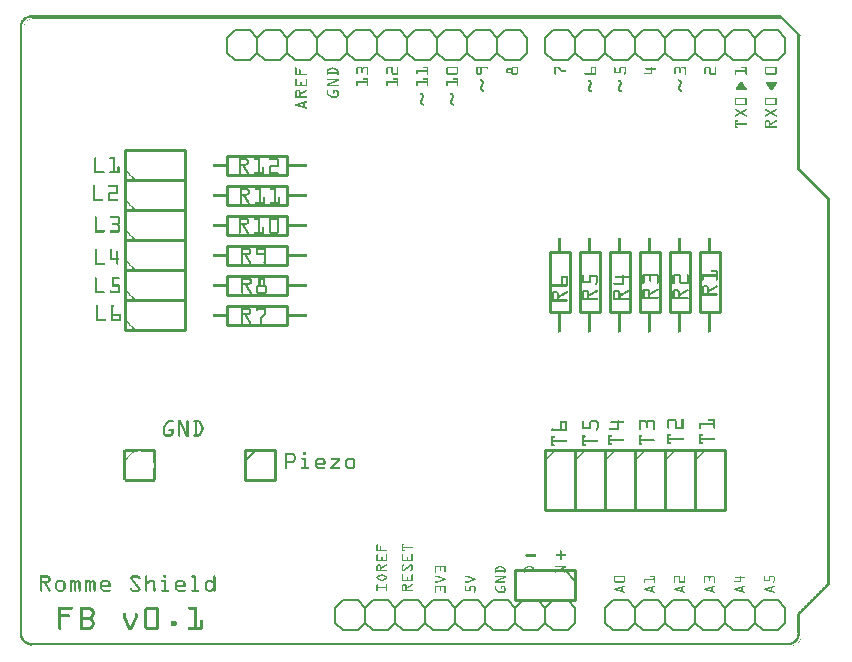
<source format=gto>
G04 MADE WITH FRITZING*
G04 WWW.FRITZING.ORG*
G04 DOUBLE SIDED*
G04 HOLES PLATED*
G04 CONTOUR ON CENTER OF CONTOUR VECTOR*
%ASAXBY*%
%FSLAX23Y23*%
%MOIN*%
%OFA0B0*%
%SFA1.0B1.0*%
%ADD10C,0.006000*%
%ADD11C,0.010000*%
%ADD12C,0.005000*%
%ADD13R,0.001000X0.001000*%
%LNSILK1*%
G90*
G70*
G54D10*
X2274Y160D02*
X2324Y160D01*
D02*
X2324Y160D02*
X2349Y135D01*
D02*
X2349Y135D02*
X2349Y85D01*
D02*
X2349Y85D02*
X2324Y60D01*
D02*
X2349Y135D02*
X2374Y160D01*
D02*
X2374Y160D02*
X2424Y160D01*
D02*
X2424Y160D02*
X2449Y135D01*
D02*
X2449Y135D02*
X2449Y85D01*
D02*
X2449Y85D02*
X2424Y60D01*
D02*
X2424Y60D02*
X2374Y60D01*
D02*
X2374Y60D02*
X2349Y85D01*
D02*
X2149Y135D02*
X2174Y160D01*
D02*
X2174Y160D02*
X2224Y160D01*
D02*
X2224Y160D02*
X2249Y135D01*
D02*
X2249Y135D02*
X2249Y85D01*
D02*
X2249Y85D02*
X2224Y60D01*
D02*
X2224Y60D02*
X2174Y60D01*
D02*
X2174Y60D02*
X2149Y85D01*
D02*
X2274Y160D02*
X2249Y135D01*
D02*
X2249Y85D02*
X2274Y60D01*
D02*
X2324Y60D02*
X2274Y60D01*
D02*
X1974Y160D02*
X2024Y160D01*
D02*
X2024Y160D02*
X2049Y135D01*
D02*
X2049Y135D02*
X2049Y85D01*
D02*
X2049Y85D02*
X2024Y60D01*
D02*
X2049Y135D02*
X2074Y160D01*
D02*
X2074Y160D02*
X2124Y160D01*
D02*
X2124Y160D02*
X2149Y135D01*
D02*
X2149Y135D02*
X2149Y85D01*
D02*
X2149Y85D02*
X2124Y60D01*
D02*
X2124Y60D02*
X2074Y60D01*
D02*
X2074Y60D02*
X2049Y85D01*
D02*
X1949Y135D02*
X1949Y85D01*
D02*
X1974Y160D02*
X1949Y135D01*
D02*
X1949Y85D02*
X1974Y60D01*
D02*
X2024Y60D02*
X1974Y60D01*
D02*
X2474Y160D02*
X2524Y160D01*
D02*
X2524Y160D02*
X2549Y135D01*
D02*
X2549Y135D02*
X2549Y85D01*
D02*
X2549Y85D02*
X2524Y60D01*
D02*
X2474Y160D02*
X2449Y135D01*
D02*
X2449Y85D02*
X2474Y60D01*
D02*
X2524Y60D02*
X2474Y60D01*
D02*
X864Y1960D02*
X814Y1960D01*
D02*
X1064Y1960D02*
X1014Y1960D01*
D02*
X964Y1960D02*
X914Y1960D01*
D02*
X1164Y1960D02*
X1114Y1960D01*
D02*
X1364Y1960D02*
X1314Y1960D01*
D02*
X1264Y1960D02*
X1214Y1960D01*
D02*
X1464Y1960D02*
X1414Y1960D01*
D02*
X1664Y1960D02*
X1614Y1960D01*
D02*
X1564Y1960D02*
X1514Y1960D01*
D02*
X764Y1960D02*
X714Y1960D01*
D02*
X889Y1985D02*
X864Y1960D01*
D02*
X814Y1960D02*
X789Y1985D01*
D02*
X789Y1985D02*
X789Y2035D01*
D02*
X789Y2035D02*
X814Y2060D01*
D02*
X814Y2060D02*
X864Y2060D01*
D02*
X864Y2060D02*
X889Y2035D01*
D02*
X1014Y1960D02*
X989Y1985D01*
D02*
X989Y1985D02*
X989Y2035D01*
D02*
X989Y2035D02*
X1014Y2060D01*
D02*
X989Y1985D02*
X964Y1960D01*
D02*
X914Y1960D02*
X889Y1985D01*
D02*
X889Y1985D02*
X889Y2035D01*
D02*
X889Y2035D02*
X914Y2060D01*
D02*
X914Y2060D02*
X964Y2060D01*
D02*
X964Y2060D02*
X989Y2035D01*
D02*
X1189Y1985D02*
X1164Y1960D01*
D02*
X1114Y1960D02*
X1089Y1985D01*
D02*
X1089Y1985D02*
X1089Y2035D01*
D02*
X1089Y2035D02*
X1114Y2060D01*
D02*
X1114Y2060D02*
X1164Y2060D01*
D02*
X1164Y2060D02*
X1189Y2035D01*
D02*
X1064Y1960D02*
X1089Y1985D01*
D02*
X1089Y2035D02*
X1064Y2060D01*
D02*
X1014Y2060D02*
X1064Y2060D01*
D02*
X1314Y1960D02*
X1289Y1985D01*
D02*
X1289Y1985D02*
X1289Y2035D01*
D02*
X1289Y2035D02*
X1314Y2060D01*
D02*
X1289Y1985D02*
X1264Y1960D01*
D02*
X1214Y1960D02*
X1189Y1985D01*
D02*
X1189Y1985D02*
X1189Y2035D01*
D02*
X1189Y2035D02*
X1214Y2060D01*
D02*
X1214Y2060D02*
X1264Y2060D01*
D02*
X1264Y2060D02*
X1289Y2035D01*
D02*
X1489Y1985D02*
X1464Y1960D01*
D02*
X1414Y1960D02*
X1389Y1985D01*
D02*
X1389Y1985D02*
X1389Y2035D01*
D02*
X1389Y2035D02*
X1414Y2060D01*
D02*
X1414Y2060D02*
X1464Y2060D01*
D02*
X1464Y2060D02*
X1489Y2035D01*
D02*
X1364Y1960D02*
X1389Y1985D01*
D02*
X1389Y2035D02*
X1364Y2060D01*
D02*
X1314Y2060D02*
X1364Y2060D01*
D02*
X1614Y1960D02*
X1589Y1985D01*
D02*
X1589Y1985D02*
X1589Y2035D01*
D02*
X1589Y2035D02*
X1614Y2060D01*
D02*
X1589Y1985D02*
X1564Y1960D01*
D02*
X1514Y1960D02*
X1489Y1985D01*
D02*
X1489Y1985D02*
X1489Y2035D01*
D02*
X1489Y2035D02*
X1514Y2060D01*
D02*
X1514Y2060D02*
X1564Y2060D01*
D02*
X1564Y2060D02*
X1589Y2035D01*
D02*
X1689Y1985D02*
X1689Y2035D01*
D02*
X1664Y1960D02*
X1689Y1985D01*
D02*
X1689Y2035D02*
X1664Y2060D01*
D02*
X1614Y2060D02*
X1664Y2060D01*
D02*
X714Y1960D02*
X689Y1985D01*
D02*
X689Y1985D02*
X689Y2035D01*
D02*
X689Y2035D02*
X714Y2060D01*
D02*
X764Y1960D02*
X789Y1985D01*
D02*
X789Y2035D02*
X764Y2060D01*
D02*
X714Y2060D02*
X764Y2060D01*
D02*
X1924Y1960D02*
X1874Y1960D01*
D02*
X1874Y1960D02*
X1849Y1985D01*
D02*
X1849Y1985D02*
X1849Y2035D01*
D02*
X1849Y2035D02*
X1874Y2060D01*
D02*
X2049Y1985D02*
X2024Y1960D01*
D02*
X2024Y1960D02*
X1974Y1960D01*
D02*
X1974Y1960D02*
X1949Y1985D01*
D02*
X1949Y1985D02*
X1949Y2035D01*
D02*
X1949Y2035D02*
X1974Y2060D01*
D02*
X1974Y2060D02*
X2024Y2060D01*
D02*
X2024Y2060D02*
X2049Y2035D01*
D02*
X1924Y1960D02*
X1949Y1985D01*
D02*
X1949Y2035D02*
X1924Y2060D01*
D02*
X1874Y2060D02*
X1924Y2060D01*
D02*
X2224Y1960D02*
X2174Y1960D01*
D02*
X2174Y1960D02*
X2149Y1985D01*
D02*
X2149Y1985D02*
X2149Y2035D01*
D02*
X2149Y2035D02*
X2174Y2060D01*
D02*
X2149Y1985D02*
X2124Y1960D01*
D02*
X2124Y1960D02*
X2074Y1960D01*
D02*
X2074Y1960D02*
X2049Y1985D01*
D02*
X2049Y1985D02*
X2049Y2035D01*
D02*
X2049Y2035D02*
X2074Y2060D01*
D02*
X2074Y2060D02*
X2124Y2060D01*
D02*
X2124Y2060D02*
X2149Y2035D01*
D02*
X2349Y1985D02*
X2324Y1960D01*
D02*
X2324Y1960D02*
X2274Y1960D01*
D02*
X2274Y1960D02*
X2249Y1985D01*
D02*
X2249Y1985D02*
X2249Y2035D01*
D02*
X2249Y2035D02*
X2274Y2060D01*
D02*
X2274Y2060D02*
X2324Y2060D01*
D02*
X2324Y2060D02*
X2349Y2035D01*
D02*
X2224Y1960D02*
X2249Y1985D01*
D02*
X2249Y2035D02*
X2224Y2060D01*
D02*
X2174Y2060D02*
X2224Y2060D01*
D02*
X2524Y1960D02*
X2474Y1960D01*
D02*
X2474Y1960D02*
X2449Y1985D01*
D02*
X2449Y1985D02*
X2449Y2035D01*
D02*
X2449Y2035D02*
X2474Y2060D01*
D02*
X2449Y1985D02*
X2424Y1960D01*
D02*
X2424Y1960D02*
X2374Y1960D01*
D02*
X2374Y1960D02*
X2349Y1985D01*
D02*
X2349Y1985D02*
X2349Y2035D01*
D02*
X2349Y2035D02*
X2374Y2060D01*
D02*
X2374Y2060D02*
X2424Y2060D01*
D02*
X2424Y2060D02*
X2449Y2035D01*
D02*
X2549Y1985D02*
X2549Y2035D01*
D02*
X2524Y1960D02*
X2549Y1985D01*
D02*
X2549Y2035D02*
X2524Y2060D01*
D02*
X2474Y2060D02*
X2524Y2060D01*
D02*
X1824Y1960D02*
X1774Y1960D01*
D02*
X1774Y1960D02*
X1749Y1985D01*
D02*
X1749Y1985D02*
X1749Y2035D01*
D02*
X1749Y2035D02*
X1774Y2060D01*
D02*
X1824Y1960D02*
X1849Y1985D01*
D02*
X1849Y2035D02*
X1824Y2060D01*
D02*
X1774Y2060D02*
X1824Y2060D01*
D02*
X1674Y160D02*
X1724Y160D01*
D02*
X1724Y160D02*
X1749Y135D01*
D02*
X1749Y135D02*
X1749Y85D01*
D02*
X1749Y85D02*
X1724Y60D01*
D02*
X1549Y135D02*
X1574Y160D01*
D02*
X1574Y160D02*
X1624Y160D01*
D02*
X1624Y160D02*
X1649Y135D01*
D02*
X1649Y135D02*
X1649Y85D01*
D02*
X1649Y85D02*
X1624Y60D01*
D02*
X1624Y60D02*
X1574Y60D01*
D02*
X1574Y60D02*
X1549Y85D01*
D02*
X1674Y160D02*
X1649Y135D01*
D02*
X1649Y85D02*
X1674Y60D01*
D02*
X1724Y60D02*
X1674Y60D01*
D02*
X1374Y160D02*
X1424Y160D01*
D02*
X1424Y160D02*
X1449Y135D01*
D02*
X1449Y135D02*
X1449Y85D01*
D02*
X1449Y85D02*
X1424Y60D01*
D02*
X1449Y135D02*
X1474Y160D01*
D02*
X1474Y160D02*
X1524Y160D01*
D02*
X1524Y160D02*
X1549Y135D01*
D02*
X1549Y135D02*
X1549Y85D01*
D02*
X1549Y85D02*
X1524Y60D01*
D02*
X1524Y60D02*
X1474Y60D01*
D02*
X1474Y60D02*
X1449Y85D01*
D02*
X1249Y135D02*
X1274Y160D01*
D02*
X1274Y160D02*
X1324Y160D01*
D02*
X1324Y160D02*
X1349Y135D01*
D02*
X1349Y135D02*
X1349Y85D01*
D02*
X1349Y85D02*
X1324Y60D01*
D02*
X1324Y60D02*
X1274Y60D01*
D02*
X1274Y60D02*
X1249Y85D01*
D02*
X1374Y160D02*
X1349Y135D01*
D02*
X1349Y85D02*
X1374Y60D01*
D02*
X1424Y60D02*
X1374Y60D01*
D02*
X1074Y160D02*
X1124Y160D01*
D02*
X1124Y160D02*
X1149Y135D01*
D02*
X1149Y135D02*
X1149Y85D01*
D02*
X1149Y85D02*
X1124Y60D01*
D02*
X1149Y135D02*
X1174Y160D01*
D02*
X1174Y160D02*
X1224Y160D01*
D02*
X1224Y160D02*
X1249Y135D01*
D02*
X1249Y135D02*
X1249Y85D01*
D02*
X1249Y85D02*
X1224Y60D01*
D02*
X1224Y60D02*
X1174Y60D01*
D02*
X1174Y60D02*
X1149Y85D01*
D02*
X1049Y135D02*
X1049Y85D01*
D02*
X1074Y160D02*
X1049Y135D01*
D02*
X1049Y85D02*
X1074Y60D01*
D02*
X1124Y60D02*
X1074Y60D01*
D02*
X1774Y160D02*
X1824Y160D01*
D02*
X1824Y160D02*
X1849Y135D01*
D02*
X1849Y135D02*
X1849Y85D01*
D02*
X1849Y85D02*
X1824Y60D01*
D02*
X1774Y160D02*
X1749Y135D01*
D02*
X1749Y85D02*
X1774Y60D01*
D02*
X1824Y60D02*
X1774Y60D01*
G54D11*
D02*
X1766Y1120D02*
X1766Y1320D01*
D02*
X1766Y1320D02*
X1832Y1320D01*
D02*
X1832Y1320D02*
X1832Y1120D01*
D02*
X1832Y1120D02*
X1766Y1120D01*
D02*
X1866Y1120D02*
X1866Y1320D01*
D02*
X1866Y1320D02*
X1932Y1320D01*
D02*
X1932Y1320D02*
X1932Y1120D01*
D02*
X1932Y1120D02*
X1866Y1120D01*
D02*
X1966Y1120D02*
X1966Y1320D01*
D02*
X1966Y1320D02*
X2032Y1320D01*
D02*
X2032Y1320D02*
X2032Y1120D01*
D02*
X2032Y1120D02*
X1966Y1120D01*
D02*
X2066Y1120D02*
X2066Y1320D01*
D02*
X2066Y1320D02*
X2132Y1320D01*
D02*
X2132Y1320D02*
X2132Y1120D01*
D02*
X2132Y1120D02*
X2066Y1120D01*
D02*
X2166Y1120D02*
X2166Y1320D01*
D02*
X2166Y1320D02*
X2232Y1320D01*
D02*
X2232Y1320D02*
X2232Y1120D01*
D02*
X2232Y1120D02*
X2166Y1120D01*
D02*
X2266Y1120D02*
X2266Y1320D01*
D02*
X2266Y1320D02*
X2332Y1320D01*
D02*
X2332Y1320D02*
X2332Y1120D01*
D02*
X2332Y1120D02*
X2266Y1120D01*
D02*
X889Y1577D02*
X689Y1577D01*
D02*
X689Y1577D02*
X689Y1643D01*
D02*
X689Y1643D02*
X889Y1643D01*
D02*
X889Y1643D02*
X889Y1577D01*
D02*
X889Y1477D02*
X689Y1477D01*
D02*
X689Y1477D02*
X689Y1543D01*
D02*
X689Y1543D02*
X889Y1543D01*
D02*
X889Y1543D02*
X889Y1477D01*
D02*
X889Y1377D02*
X689Y1377D01*
D02*
X689Y1377D02*
X689Y1443D01*
D02*
X689Y1443D02*
X889Y1443D01*
D02*
X889Y1443D02*
X889Y1377D01*
D02*
X889Y1277D02*
X689Y1277D01*
D02*
X689Y1277D02*
X689Y1343D01*
D02*
X689Y1343D02*
X889Y1343D01*
D02*
X889Y1343D02*
X889Y1277D01*
D02*
X889Y1177D02*
X689Y1177D01*
D02*
X689Y1177D02*
X689Y1243D01*
D02*
X689Y1243D02*
X889Y1243D01*
D02*
X889Y1243D02*
X889Y1177D01*
D02*
X889Y1077D02*
X689Y1077D01*
D02*
X689Y1077D02*
X689Y1143D01*
D02*
X689Y1143D02*
X889Y1143D01*
D02*
X889Y1143D02*
X889Y1077D01*
D02*
X349Y1060D02*
X549Y1060D01*
D02*
X549Y1060D02*
X549Y1160D01*
D02*
X549Y1160D02*
X349Y1160D01*
D02*
X349Y1160D02*
X349Y1060D01*
D02*
X349Y1160D02*
X549Y1160D01*
D02*
X549Y1160D02*
X549Y1260D01*
D02*
X549Y1260D02*
X349Y1260D01*
D02*
X349Y1260D02*
X349Y1160D01*
D02*
X349Y1260D02*
X549Y1260D01*
D02*
X549Y1260D02*
X549Y1360D01*
D02*
X549Y1360D02*
X349Y1360D01*
D02*
X349Y1360D02*
X349Y1260D01*
D02*
X349Y1360D02*
X549Y1360D01*
D02*
X549Y1360D02*
X549Y1460D01*
D02*
X549Y1460D02*
X349Y1460D01*
D02*
X349Y1460D02*
X349Y1360D01*
D02*
X349Y1460D02*
X549Y1460D01*
D02*
X549Y1460D02*
X549Y1560D01*
D02*
X549Y1560D02*
X349Y1560D01*
D02*
X349Y1560D02*
X349Y1460D01*
D02*
X349Y1560D02*
X549Y1560D01*
D02*
X549Y1560D02*
X549Y1660D01*
D02*
X549Y1660D02*
X349Y1660D01*
D02*
X349Y1660D02*
X349Y1560D01*
D02*
X2249Y660D02*
X2249Y460D01*
D02*
X2249Y460D02*
X2349Y460D01*
D02*
X2349Y460D02*
X2349Y660D01*
D02*
X2349Y660D02*
X2249Y660D01*
D02*
X2149Y660D02*
X2149Y460D01*
D02*
X2149Y460D02*
X2249Y460D01*
D02*
X2249Y460D02*
X2249Y660D01*
D02*
X2249Y660D02*
X2149Y660D01*
D02*
X2049Y660D02*
X2049Y460D01*
D02*
X2049Y460D02*
X2149Y460D01*
D02*
X2149Y460D02*
X2149Y660D01*
D02*
X2149Y660D02*
X2049Y660D01*
D02*
X1949Y660D02*
X1949Y460D01*
D02*
X1949Y460D02*
X2049Y460D01*
D02*
X2049Y460D02*
X2049Y660D01*
D02*
X2049Y660D02*
X1949Y660D01*
D02*
X1849Y660D02*
X1849Y460D01*
D02*
X1849Y460D02*
X1949Y460D01*
D02*
X1949Y460D02*
X1949Y660D01*
D02*
X1949Y660D02*
X1849Y660D01*
D02*
X1749Y660D02*
X1749Y460D01*
D02*
X1749Y460D02*
X1849Y460D01*
D02*
X1849Y460D02*
X1849Y660D01*
D02*
X1849Y660D02*
X1749Y660D01*
D02*
X749Y660D02*
X749Y560D01*
D02*
X749Y560D02*
X849Y560D01*
D02*
X849Y560D02*
X849Y660D01*
D02*
X849Y660D02*
X749Y660D01*
G54D12*
D02*
X749Y625D02*
X784Y660D01*
G54D11*
D02*
X1849Y260D02*
X1649Y260D01*
D02*
X1649Y260D02*
X1649Y160D01*
D02*
X1649Y160D02*
X1849Y160D01*
D02*
X1849Y160D02*
X1849Y260D01*
G54D12*
D02*
X1814Y260D02*
X1849Y225D01*
G54D13*
X30Y2110D02*
X2536Y2110D01*
X26Y2109D02*
X2537Y2109D01*
X23Y2108D02*
X2538Y2108D01*
X21Y2107D02*
X2539Y2107D01*
X19Y2106D02*
X2540Y2106D01*
X17Y2105D02*
X2541Y2105D01*
X16Y2104D02*
X2542Y2104D01*
X14Y2103D02*
X2543Y2103D01*
X13Y2102D02*
X30Y2102D01*
X2533Y2102D02*
X2544Y2102D01*
X12Y2101D02*
X26Y2101D01*
X2534Y2101D02*
X2545Y2101D01*
X10Y2100D02*
X23Y2100D01*
X39Y2100D02*
X2546Y2100D01*
X9Y2099D02*
X21Y2099D01*
X35Y2099D02*
X38Y2099D01*
X2536Y2099D02*
X2547Y2099D01*
X8Y2098D02*
X20Y2098D01*
X33Y2098D02*
X34Y2098D01*
X2537Y2098D02*
X2548Y2098D01*
X8Y2097D02*
X18Y2097D01*
X30Y2097D02*
X32Y2097D01*
X2538Y2097D02*
X2549Y2097D01*
X7Y2096D02*
X17Y2096D01*
X29Y2096D02*
X30Y2096D01*
X2539Y2096D02*
X2550Y2096D01*
X6Y2095D02*
X16Y2095D01*
X27Y2095D02*
X28Y2095D01*
X2540Y2095D02*
X2551Y2095D01*
X5Y2094D02*
X15Y2094D01*
X25Y2094D02*
X26Y2094D01*
X2541Y2094D02*
X2552Y2094D01*
X4Y2093D02*
X14Y2093D01*
X24Y2093D02*
X25Y2093D01*
X2542Y2093D02*
X2553Y2093D01*
X4Y2092D02*
X13Y2092D01*
X23Y2092D02*
X23Y2092D01*
X2543Y2092D02*
X2554Y2092D01*
X3Y2091D02*
X12Y2091D01*
X22Y2091D02*
X22Y2091D01*
X2544Y2091D02*
X2555Y2091D01*
X3Y2090D02*
X11Y2090D01*
X21Y2090D02*
X21Y2090D01*
X2545Y2090D02*
X2556Y2090D01*
X2Y2089D02*
X10Y2089D01*
X20Y2089D02*
X20Y2089D01*
X2546Y2089D02*
X2557Y2089D01*
X2Y2088D02*
X10Y2088D01*
X19Y2088D02*
X19Y2088D01*
X2547Y2088D02*
X2558Y2088D01*
X1Y2087D02*
X9Y2087D01*
X18Y2087D02*
X18Y2087D01*
X2548Y2087D02*
X2559Y2087D01*
X1Y2086D02*
X9Y2086D01*
X18Y2086D02*
X18Y2086D01*
X2549Y2086D02*
X2560Y2086D01*
X0Y2085D02*
X8Y2085D01*
X17Y2085D02*
X17Y2085D01*
X2550Y2085D02*
X2561Y2085D01*
X0Y2084D02*
X8Y2084D01*
X16Y2084D02*
X16Y2084D01*
X2551Y2084D02*
X2562Y2084D01*
X0Y2083D02*
X7Y2083D01*
X16Y2083D02*
X16Y2083D01*
X2552Y2083D02*
X2563Y2083D01*
X0Y2082D02*
X7Y2082D01*
X15Y2082D02*
X15Y2082D01*
X2553Y2082D02*
X2564Y2082D01*
X0Y2081D02*
X6Y2081D01*
X14Y2081D02*
X15Y2081D01*
X2554Y2081D02*
X2565Y2081D01*
X0Y2080D02*
X6Y2080D01*
X14Y2080D02*
X14Y2080D01*
X2555Y2080D02*
X2566Y2080D01*
X0Y2079D02*
X6Y2079D01*
X14Y2079D02*
X14Y2079D01*
X2556Y2079D02*
X2567Y2079D01*
X0Y2078D02*
X6Y2078D01*
X13Y2078D02*
X13Y2078D01*
X2557Y2078D02*
X2568Y2078D01*
X0Y2077D02*
X5Y2077D01*
X13Y2077D02*
X13Y2077D01*
X2558Y2077D02*
X2569Y2077D01*
X0Y2076D02*
X5Y2076D01*
X12Y2076D02*
X12Y2076D01*
X2559Y2076D02*
X2570Y2076D01*
X0Y2075D02*
X5Y2075D01*
X12Y2075D02*
X12Y2075D01*
X2560Y2075D02*
X2571Y2075D01*
X0Y2074D02*
X5Y2074D01*
X12Y2074D02*
X12Y2074D01*
X2561Y2074D02*
X2572Y2074D01*
X0Y2073D02*
X5Y2073D01*
X12Y2073D02*
X12Y2073D01*
X2562Y2073D02*
X2573Y2073D01*
X0Y2072D02*
X5Y2072D01*
X11Y2072D02*
X11Y2072D01*
X2563Y2072D02*
X2574Y2072D01*
X0Y2071D02*
X5Y2071D01*
X11Y2071D02*
X11Y2071D01*
X2564Y2071D02*
X2575Y2071D01*
X0Y2070D02*
X5Y2070D01*
X11Y2070D02*
X11Y2070D01*
X2565Y2070D02*
X2576Y2070D01*
X0Y2069D02*
X5Y2069D01*
X11Y2069D02*
X11Y2069D01*
X2566Y2069D02*
X2577Y2069D01*
X0Y2068D02*
X5Y2068D01*
X11Y2068D02*
X11Y2068D01*
X2567Y2068D02*
X2578Y2068D01*
X0Y2067D02*
X5Y2067D01*
X11Y2067D02*
X11Y2067D01*
X2568Y2067D02*
X2579Y2067D01*
X0Y2066D02*
X5Y2066D01*
X11Y2066D02*
X11Y2066D01*
X2569Y2066D02*
X2580Y2066D01*
X0Y2065D02*
X5Y2065D01*
X11Y2065D02*
X11Y2065D01*
X2570Y2065D02*
X2581Y2065D01*
X0Y2064D02*
X5Y2064D01*
X11Y2064D02*
X11Y2064D01*
X2571Y2064D02*
X2582Y2064D01*
X0Y2063D02*
X5Y2063D01*
X11Y2063D02*
X11Y2063D01*
X2572Y2063D02*
X2583Y2063D01*
X0Y2062D02*
X5Y2062D01*
X11Y2062D02*
X11Y2062D01*
X2573Y2062D02*
X2584Y2062D01*
X0Y2061D02*
X5Y2061D01*
X11Y2061D02*
X11Y2061D01*
X2574Y2061D02*
X2585Y2061D01*
X0Y2060D02*
X5Y2060D01*
X11Y2060D02*
X11Y2060D01*
X2575Y2060D02*
X2586Y2060D01*
X0Y2059D02*
X5Y2059D01*
X11Y2059D02*
X11Y2059D01*
X2576Y2059D02*
X2587Y2059D01*
X0Y2058D02*
X5Y2058D01*
X11Y2058D02*
X11Y2058D01*
X2577Y2058D02*
X2588Y2058D01*
X0Y2057D02*
X5Y2057D01*
X11Y2057D02*
X11Y2057D01*
X2578Y2057D02*
X2589Y2057D01*
X0Y2056D02*
X5Y2056D01*
X11Y2056D02*
X11Y2056D01*
X2579Y2056D02*
X2590Y2056D01*
X0Y2055D02*
X5Y2055D01*
X11Y2055D02*
X11Y2055D01*
X2580Y2055D02*
X2591Y2055D01*
X0Y2054D02*
X5Y2054D01*
X11Y2054D02*
X11Y2054D01*
X2581Y2054D02*
X2592Y2054D01*
X0Y2053D02*
X5Y2053D01*
X11Y2053D02*
X11Y2053D01*
X2582Y2053D02*
X2593Y2053D01*
X0Y2052D02*
X5Y2052D01*
X11Y2052D02*
X11Y2052D01*
X2583Y2052D02*
X2594Y2052D01*
X0Y2051D02*
X5Y2051D01*
X11Y2051D02*
X11Y2051D01*
X2584Y2051D02*
X2595Y2051D01*
X0Y2050D02*
X5Y2050D01*
X11Y2050D02*
X11Y2050D01*
X2585Y2050D02*
X2596Y2050D01*
X0Y2049D02*
X5Y2049D01*
X11Y2049D02*
X11Y2049D01*
X2586Y2049D02*
X2597Y2049D01*
X0Y2048D02*
X5Y2048D01*
X11Y2048D02*
X11Y2048D01*
X2587Y2048D02*
X2597Y2048D01*
X0Y2047D02*
X5Y2047D01*
X11Y2047D02*
X11Y2047D01*
X2588Y2047D02*
X2597Y2047D01*
X0Y2046D02*
X5Y2046D01*
X11Y2046D02*
X11Y2046D01*
X2589Y2046D02*
X2598Y2046D01*
X0Y2045D02*
X5Y2045D01*
X11Y2045D02*
X11Y2045D01*
X2590Y2045D02*
X2599Y2045D01*
X0Y2044D02*
X5Y2044D01*
X11Y2044D02*
X11Y2044D01*
X2590Y2044D02*
X2597Y2044D01*
X2599Y2044D02*
X2600Y2044D01*
X0Y2043D02*
X5Y2043D01*
X11Y2043D02*
X11Y2043D01*
X2590Y2043D02*
X2597Y2043D01*
X2600Y2043D02*
X2601Y2043D01*
X0Y2042D02*
X5Y2042D01*
X11Y2042D02*
X11Y2042D01*
X2590Y2042D02*
X2597Y2042D01*
X2601Y2042D02*
X2602Y2042D01*
X0Y2041D02*
X5Y2041D01*
X11Y2041D02*
X11Y2041D01*
X2590Y2041D02*
X2597Y2041D01*
X2602Y2041D02*
X2603Y2041D01*
X0Y2040D02*
X5Y2040D01*
X11Y2040D02*
X11Y2040D01*
X2590Y2040D02*
X2597Y2040D01*
X2603Y2040D02*
X2603Y2040D01*
X0Y2039D02*
X5Y2039D01*
X11Y2039D02*
X11Y2039D01*
X2590Y2039D02*
X2597Y2039D01*
X2603Y2039D02*
X2603Y2039D01*
X0Y2038D02*
X5Y2038D01*
X11Y2038D02*
X11Y2038D01*
X2590Y2038D02*
X2597Y2038D01*
X2603Y2038D02*
X2603Y2038D01*
X0Y2037D02*
X5Y2037D01*
X11Y2037D02*
X11Y2037D01*
X2590Y2037D02*
X2597Y2037D01*
X2603Y2037D02*
X2603Y2037D01*
X0Y2036D02*
X5Y2036D01*
X11Y2036D02*
X11Y2036D01*
X2590Y2036D02*
X2597Y2036D01*
X2603Y2036D02*
X2603Y2036D01*
X0Y2035D02*
X5Y2035D01*
X11Y2035D02*
X11Y2035D01*
X2590Y2035D02*
X2597Y2035D01*
X2603Y2035D02*
X2603Y2035D01*
X0Y2034D02*
X5Y2034D01*
X11Y2034D02*
X11Y2034D01*
X2590Y2034D02*
X2597Y2034D01*
X2603Y2034D02*
X2603Y2034D01*
X0Y2033D02*
X5Y2033D01*
X11Y2033D02*
X11Y2033D01*
X2590Y2033D02*
X2597Y2033D01*
X2603Y2033D02*
X2603Y2033D01*
X0Y2032D02*
X5Y2032D01*
X11Y2032D02*
X11Y2032D01*
X2590Y2032D02*
X2597Y2032D01*
X2603Y2032D02*
X2603Y2032D01*
X0Y2031D02*
X5Y2031D01*
X11Y2031D02*
X11Y2031D01*
X2590Y2031D02*
X2597Y2031D01*
X2603Y2031D02*
X2603Y2031D01*
X0Y2030D02*
X5Y2030D01*
X11Y2030D02*
X11Y2030D01*
X2590Y2030D02*
X2597Y2030D01*
X2603Y2030D02*
X2603Y2030D01*
X0Y2029D02*
X5Y2029D01*
X11Y2029D02*
X11Y2029D01*
X2590Y2029D02*
X2597Y2029D01*
X2603Y2029D02*
X2603Y2029D01*
X0Y2028D02*
X5Y2028D01*
X11Y2028D02*
X11Y2028D01*
X2590Y2028D02*
X2597Y2028D01*
X2603Y2028D02*
X2603Y2028D01*
X0Y2027D02*
X5Y2027D01*
X11Y2027D02*
X11Y2027D01*
X2590Y2027D02*
X2597Y2027D01*
X2603Y2027D02*
X2603Y2027D01*
X0Y2026D02*
X5Y2026D01*
X11Y2026D02*
X11Y2026D01*
X2590Y2026D02*
X2597Y2026D01*
X2603Y2026D02*
X2603Y2026D01*
X0Y2025D02*
X5Y2025D01*
X11Y2025D02*
X11Y2025D01*
X2590Y2025D02*
X2597Y2025D01*
X2603Y2025D02*
X2603Y2025D01*
X0Y2024D02*
X5Y2024D01*
X11Y2024D02*
X11Y2024D01*
X2590Y2024D02*
X2597Y2024D01*
X2603Y2024D02*
X2603Y2024D01*
X0Y2023D02*
X5Y2023D01*
X11Y2023D02*
X11Y2023D01*
X2590Y2023D02*
X2597Y2023D01*
X2603Y2023D02*
X2603Y2023D01*
X0Y2022D02*
X5Y2022D01*
X11Y2022D02*
X11Y2022D01*
X2590Y2022D02*
X2597Y2022D01*
X2603Y2022D02*
X2603Y2022D01*
X0Y2021D02*
X5Y2021D01*
X11Y2021D02*
X11Y2021D01*
X2590Y2021D02*
X2597Y2021D01*
X2603Y2021D02*
X2603Y2021D01*
X0Y2020D02*
X5Y2020D01*
X11Y2020D02*
X11Y2020D01*
X2590Y2020D02*
X2597Y2020D01*
X2603Y2020D02*
X2603Y2020D01*
X0Y2019D02*
X5Y2019D01*
X11Y2019D02*
X11Y2019D01*
X2590Y2019D02*
X2597Y2019D01*
X2603Y2019D02*
X2603Y2019D01*
X0Y2018D02*
X5Y2018D01*
X11Y2018D02*
X11Y2018D01*
X2590Y2018D02*
X2597Y2018D01*
X2603Y2018D02*
X2603Y2018D01*
X0Y2017D02*
X5Y2017D01*
X11Y2017D02*
X11Y2017D01*
X2590Y2017D02*
X2597Y2017D01*
X2603Y2017D02*
X2603Y2017D01*
X0Y2016D02*
X5Y2016D01*
X11Y2016D02*
X11Y2016D01*
X2590Y2016D02*
X2597Y2016D01*
X2603Y2016D02*
X2603Y2016D01*
X0Y2015D02*
X5Y2015D01*
X11Y2015D02*
X11Y2015D01*
X2590Y2015D02*
X2597Y2015D01*
X2603Y2015D02*
X2603Y2015D01*
X0Y2014D02*
X5Y2014D01*
X11Y2014D02*
X11Y2014D01*
X2590Y2014D02*
X2597Y2014D01*
X2603Y2014D02*
X2603Y2014D01*
X0Y2013D02*
X5Y2013D01*
X11Y2013D02*
X11Y2013D01*
X2590Y2013D02*
X2597Y2013D01*
X2603Y2013D02*
X2603Y2013D01*
X0Y2012D02*
X5Y2012D01*
X11Y2012D02*
X11Y2012D01*
X2590Y2012D02*
X2597Y2012D01*
X2603Y2012D02*
X2603Y2012D01*
X0Y2011D02*
X5Y2011D01*
X11Y2011D02*
X11Y2011D01*
X2590Y2011D02*
X2597Y2011D01*
X2603Y2011D02*
X2603Y2011D01*
X0Y2010D02*
X5Y2010D01*
X11Y2010D02*
X11Y2010D01*
X2590Y2010D02*
X2597Y2010D01*
X2603Y2010D02*
X2603Y2010D01*
X0Y2009D02*
X5Y2009D01*
X11Y2009D02*
X11Y2009D01*
X2590Y2009D02*
X2597Y2009D01*
X2603Y2009D02*
X2603Y2009D01*
X0Y2008D02*
X5Y2008D01*
X11Y2008D02*
X11Y2008D01*
X2590Y2008D02*
X2597Y2008D01*
X2603Y2008D02*
X2603Y2008D01*
X0Y2007D02*
X5Y2007D01*
X11Y2007D02*
X11Y2007D01*
X2590Y2007D02*
X2597Y2007D01*
X2603Y2007D02*
X2603Y2007D01*
X0Y2006D02*
X5Y2006D01*
X11Y2006D02*
X11Y2006D01*
X2590Y2006D02*
X2597Y2006D01*
X2603Y2006D02*
X2603Y2006D01*
X0Y2005D02*
X5Y2005D01*
X11Y2005D02*
X11Y2005D01*
X2590Y2005D02*
X2597Y2005D01*
X2603Y2005D02*
X2603Y2005D01*
X0Y2004D02*
X5Y2004D01*
X11Y2004D02*
X11Y2004D01*
X2590Y2004D02*
X2597Y2004D01*
X2603Y2004D02*
X2603Y2004D01*
X0Y2003D02*
X5Y2003D01*
X11Y2003D02*
X11Y2003D01*
X2590Y2003D02*
X2597Y2003D01*
X2603Y2003D02*
X2603Y2003D01*
X0Y2002D02*
X5Y2002D01*
X11Y2002D02*
X11Y2002D01*
X2590Y2002D02*
X2597Y2002D01*
X2603Y2002D02*
X2603Y2002D01*
X0Y2001D02*
X5Y2001D01*
X11Y2001D02*
X11Y2001D01*
X2590Y2001D02*
X2597Y2001D01*
X2603Y2001D02*
X2603Y2001D01*
X0Y2000D02*
X5Y2000D01*
X11Y2000D02*
X11Y2000D01*
X2590Y2000D02*
X2597Y2000D01*
X2603Y2000D02*
X2603Y2000D01*
X0Y1999D02*
X5Y1999D01*
X11Y1999D02*
X11Y1999D01*
X2590Y1999D02*
X2597Y1999D01*
X2603Y1999D02*
X2603Y1999D01*
X0Y1998D02*
X5Y1998D01*
X11Y1998D02*
X11Y1998D01*
X2590Y1998D02*
X2597Y1998D01*
X2603Y1998D02*
X2603Y1998D01*
X0Y1997D02*
X5Y1997D01*
X11Y1997D02*
X11Y1997D01*
X2590Y1997D02*
X2597Y1997D01*
X2603Y1997D02*
X2603Y1997D01*
X0Y1996D02*
X5Y1996D01*
X11Y1996D02*
X11Y1996D01*
X2590Y1996D02*
X2597Y1996D01*
X2603Y1996D02*
X2603Y1996D01*
X0Y1995D02*
X5Y1995D01*
X11Y1995D02*
X11Y1995D01*
X2590Y1995D02*
X2597Y1995D01*
X2603Y1995D02*
X2603Y1995D01*
X0Y1994D02*
X5Y1994D01*
X11Y1994D02*
X11Y1994D01*
X2590Y1994D02*
X2597Y1994D01*
X2603Y1994D02*
X2603Y1994D01*
X0Y1993D02*
X5Y1993D01*
X11Y1993D02*
X11Y1993D01*
X2590Y1993D02*
X2597Y1993D01*
X2603Y1993D02*
X2603Y1993D01*
X0Y1992D02*
X5Y1992D01*
X11Y1992D02*
X11Y1992D01*
X2590Y1992D02*
X2597Y1992D01*
X2603Y1992D02*
X2603Y1992D01*
X0Y1991D02*
X5Y1991D01*
X11Y1991D02*
X11Y1991D01*
X2590Y1991D02*
X2597Y1991D01*
X2603Y1991D02*
X2603Y1991D01*
X0Y1990D02*
X5Y1990D01*
X11Y1990D02*
X11Y1990D01*
X2590Y1990D02*
X2597Y1990D01*
X2603Y1990D02*
X2603Y1990D01*
X0Y1989D02*
X5Y1989D01*
X11Y1989D02*
X11Y1989D01*
X2590Y1989D02*
X2597Y1989D01*
X2603Y1989D02*
X2603Y1989D01*
X0Y1988D02*
X5Y1988D01*
X11Y1988D02*
X11Y1988D01*
X2590Y1988D02*
X2597Y1988D01*
X2603Y1988D02*
X2603Y1988D01*
X0Y1987D02*
X5Y1987D01*
X11Y1987D02*
X11Y1987D01*
X2590Y1987D02*
X2597Y1987D01*
X2603Y1987D02*
X2603Y1987D01*
X0Y1986D02*
X5Y1986D01*
X11Y1986D02*
X11Y1986D01*
X2590Y1986D02*
X2597Y1986D01*
X2603Y1986D02*
X2603Y1986D01*
X0Y1985D02*
X5Y1985D01*
X11Y1985D02*
X11Y1985D01*
X2590Y1985D02*
X2597Y1985D01*
X2603Y1985D02*
X2603Y1985D01*
X0Y1984D02*
X5Y1984D01*
X11Y1984D02*
X11Y1984D01*
X2590Y1984D02*
X2597Y1984D01*
X2603Y1984D02*
X2603Y1984D01*
X0Y1983D02*
X5Y1983D01*
X11Y1983D02*
X11Y1983D01*
X2590Y1983D02*
X2597Y1983D01*
X2603Y1983D02*
X2603Y1983D01*
X0Y1982D02*
X5Y1982D01*
X11Y1982D02*
X11Y1982D01*
X2590Y1982D02*
X2597Y1982D01*
X2603Y1982D02*
X2603Y1982D01*
X0Y1981D02*
X5Y1981D01*
X11Y1981D02*
X11Y1981D01*
X2590Y1981D02*
X2597Y1981D01*
X2603Y1981D02*
X2603Y1981D01*
X0Y1980D02*
X5Y1980D01*
X11Y1980D02*
X11Y1980D01*
X2590Y1980D02*
X2597Y1980D01*
X2603Y1980D02*
X2603Y1980D01*
X0Y1979D02*
X5Y1979D01*
X11Y1979D02*
X11Y1979D01*
X2590Y1979D02*
X2597Y1979D01*
X2603Y1979D02*
X2603Y1979D01*
X0Y1978D02*
X5Y1978D01*
X11Y1978D02*
X11Y1978D01*
X2590Y1978D02*
X2597Y1978D01*
X2603Y1978D02*
X2603Y1978D01*
X0Y1977D02*
X5Y1977D01*
X11Y1977D02*
X11Y1977D01*
X2590Y1977D02*
X2597Y1977D01*
X2603Y1977D02*
X2603Y1977D01*
X0Y1976D02*
X5Y1976D01*
X11Y1976D02*
X11Y1976D01*
X2590Y1976D02*
X2597Y1976D01*
X2603Y1976D02*
X2603Y1976D01*
X0Y1975D02*
X5Y1975D01*
X11Y1975D02*
X11Y1975D01*
X2590Y1975D02*
X2597Y1975D01*
X2603Y1975D02*
X2603Y1975D01*
X0Y1974D02*
X5Y1974D01*
X11Y1974D02*
X11Y1974D01*
X2590Y1974D02*
X2597Y1974D01*
X2603Y1974D02*
X2603Y1974D01*
X0Y1973D02*
X5Y1973D01*
X11Y1973D02*
X11Y1973D01*
X2590Y1973D02*
X2597Y1973D01*
X2603Y1973D02*
X2603Y1973D01*
X0Y1972D02*
X5Y1972D01*
X11Y1972D02*
X11Y1972D01*
X2590Y1972D02*
X2597Y1972D01*
X2603Y1972D02*
X2603Y1972D01*
X0Y1971D02*
X5Y1971D01*
X11Y1971D02*
X11Y1971D01*
X2590Y1971D02*
X2597Y1971D01*
X2603Y1971D02*
X2603Y1971D01*
X0Y1970D02*
X5Y1970D01*
X11Y1970D02*
X11Y1970D01*
X2590Y1970D02*
X2597Y1970D01*
X2603Y1970D02*
X2603Y1970D01*
X0Y1969D02*
X5Y1969D01*
X11Y1969D02*
X11Y1969D01*
X2590Y1969D02*
X2597Y1969D01*
X2603Y1969D02*
X2603Y1969D01*
X0Y1968D02*
X5Y1968D01*
X11Y1968D02*
X11Y1968D01*
X2590Y1968D02*
X2597Y1968D01*
X2603Y1968D02*
X2603Y1968D01*
X0Y1967D02*
X5Y1967D01*
X11Y1967D02*
X11Y1967D01*
X2590Y1967D02*
X2597Y1967D01*
X2603Y1967D02*
X2603Y1967D01*
X0Y1966D02*
X5Y1966D01*
X11Y1966D02*
X11Y1966D01*
X2590Y1966D02*
X2597Y1966D01*
X2603Y1966D02*
X2603Y1966D01*
X0Y1965D02*
X5Y1965D01*
X11Y1965D02*
X11Y1965D01*
X2590Y1965D02*
X2597Y1965D01*
X2603Y1965D02*
X2603Y1965D01*
X0Y1964D02*
X5Y1964D01*
X11Y1964D02*
X11Y1964D01*
X2590Y1964D02*
X2597Y1964D01*
X2603Y1964D02*
X2603Y1964D01*
X0Y1963D02*
X5Y1963D01*
X11Y1963D02*
X11Y1963D01*
X2590Y1963D02*
X2597Y1963D01*
X2603Y1963D02*
X2603Y1963D01*
X0Y1962D02*
X5Y1962D01*
X11Y1962D02*
X11Y1962D01*
X2590Y1962D02*
X2597Y1962D01*
X2603Y1962D02*
X2603Y1962D01*
X0Y1961D02*
X5Y1961D01*
X11Y1961D02*
X11Y1961D01*
X2590Y1961D02*
X2597Y1961D01*
X2603Y1961D02*
X2603Y1961D01*
X0Y1960D02*
X5Y1960D01*
X11Y1960D02*
X11Y1960D01*
X2590Y1960D02*
X2597Y1960D01*
X2603Y1960D02*
X2603Y1960D01*
X0Y1959D02*
X5Y1959D01*
X11Y1959D02*
X11Y1959D01*
X2590Y1959D02*
X2597Y1959D01*
X2603Y1959D02*
X2603Y1959D01*
X0Y1958D02*
X5Y1958D01*
X11Y1958D02*
X11Y1958D01*
X2590Y1958D02*
X2597Y1958D01*
X2603Y1958D02*
X2603Y1958D01*
X0Y1957D02*
X5Y1957D01*
X11Y1957D02*
X11Y1957D01*
X2590Y1957D02*
X2597Y1957D01*
X2603Y1957D02*
X2603Y1957D01*
X0Y1956D02*
X5Y1956D01*
X11Y1956D02*
X11Y1956D01*
X2590Y1956D02*
X2597Y1956D01*
X2603Y1956D02*
X2603Y1956D01*
X0Y1955D02*
X5Y1955D01*
X11Y1955D02*
X11Y1955D01*
X2590Y1955D02*
X2597Y1955D01*
X2603Y1955D02*
X2603Y1955D01*
X0Y1954D02*
X5Y1954D01*
X11Y1954D02*
X11Y1954D01*
X2590Y1954D02*
X2597Y1954D01*
X2603Y1954D02*
X2603Y1954D01*
X0Y1953D02*
X5Y1953D01*
X11Y1953D02*
X11Y1953D01*
X2590Y1953D02*
X2597Y1953D01*
X2603Y1953D02*
X2603Y1953D01*
X0Y1952D02*
X5Y1952D01*
X11Y1952D02*
X11Y1952D01*
X2590Y1952D02*
X2597Y1952D01*
X2603Y1952D02*
X2603Y1952D01*
X0Y1951D02*
X5Y1951D01*
X11Y1951D02*
X11Y1951D01*
X2590Y1951D02*
X2597Y1951D01*
X2603Y1951D02*
X2603Y1951D01*
X0Y1950D02*
X5Y1950D01*
X11Y1950D02*
X11Y1950D01*
X2590Y1950D02*
X2597Y1950D01*
X2603Y1950D02*
X2603Y1950D01*
X0Y1949D02*
X5Y1949D01*
X11Y1949D02*
X11Y1949D01*
X2590Y1949D02*
X2597Y1949D01*
X2603Y1949D02*
X2603Y1949D01*
X0Y1948D02*
X5Y1948D01*
X11Y1948D02*
X11Y1948D01*
X2590Y1948D02*
X2597Y1948D01*
X2603Y1948D02*
X2603Y1948D01*
X0Y1947D02*
X5Y1947D01*
X11Y1947D02*
X11Y1947D01*
X2590Y1947D02*
X2597Y1947D01*
X2603Y1947D02*
X2603Y1947D01*
X0Y1946D02*
X5Y1946D01*
X11Y1946D02*
X11Y1946D01*
X2590Y1946D02*
X2597Y1946D01*
X2603Y1946D02*
X2603Y1946D01*
X0Y1945D02*
X5Y1945D01*
X11Y1945D02*
X11Y1945D01*
X2590Y1945D02*
X2597Y1945D01*
X2603Y1945D02*
X2603Y1945D01*
X0Y1944D02*
X5Y1944D01*
X11Y1944D02*
X11Y1944D01*
X2590Y1944D02*
X2597Y1944D01*
X2603Y1944D02*
X2603Y1944D01*
X0Y1943D02*
X5Y1943D01*
X11Y1943D02*
X11Y1943D01*
X2590Y1943D02*
X2597Y1943D01*
X2603Y1943D02*
X2603Y1943D01*
X0Y1942D02*
X5Y1942D01*
X11Y1942D02*
X11Y1942D01*
X2590Y1942D02*
X2597Y1942D01*
X2603Y1942D02*
X2603Y1942D01*
X0Y1941D02*
X5Y1941D01*
X11Y1941D02*
X11Y1941D01*
X2590Y1941D02*
X2597Y1941D01*
X2603Y1941D02*
X2603Y1941D01*
X0Y1940D02*
X5Y1940D01*
X11Y1940D02*
X11Y1940D01*
X2590Y1940D02*
X2597Y1940D01*
X2603Y1940D02*
X2603Y1940D01*
X0Y1939D02*
X5Y1939D01*
X11Y1939D02*
X11Y1939D01*
X2590Y1939D02*
X2597Y1939D01*
X2603Y1939D02*
X2603Y1939D01*
X0Y1938D02*
X5Y1938D01*
X11Y1938D02*
X11Y1938D01*
X1123Y1938D02*
X1136Y1938D01*
X1143Y1938D02*
X1156Y1938D01*
X1223Y1938D02*
X1238Y1938D01*
X1257Y1938D02*
X1258Y1938D01*
X1343Y1938D02*
X1358Y1938D01*
X1423Y1938D02*
X1456Y1938D01*
X1521Y1938D02*
X1558Y1938D01*
X1641Y1938D02*
X1656Y1938D01*
X1780Y1938D02*
X1796Y1938D01*
X1903Y1938D02*
X1918Y1938D01*
X1981Y1938D02*
X1982Y1938D01*
X2001Y1938D02*
X2016Y1938D01*
X2183Y1938D02*
X2196Y1938D01*
X2203Y1938D02*
X2216Y1938D01*
X2283Y1938D02*
X2298Y1938D01*
X2316Y1938D02*
X2318Y1938D01*
X2405Y1938D02*
X2420Y1938D01*
X2485Y1938D02*
X2518Y1938D01*
X2590Y1938D02*
X2597Y1938D01*
X2603Y1938D02*
X2603Y1938D01*
X0Y1937D02*
X5Y1937D01*
X11Y1937D02*
X11Y1937D01*
X917Y1937D02*
X919Y1937D01*
X1038Y1937D02*
X1042Y1937D01*
X1122Y1937D02*
X1138Y1937D01*
X1141Y1937D02*
X1157Y1937D01*
X1222Y1937D02*
X1240Y1937D01*
X1256Y1937D02*
X1259Y1937D01*
X1342Y1937D02*
X1359Y1937D01*
X1422Y1937D02*
X1457Y1937D01*
X1520Y1937D02*
X1559Y1937D01*
X1639Y1937D02*
X1657Y1937D01*
X1780Y1937D02*
X1797Y1937D01*
X1902Y1937D02*
X1919Y1937D01*
X1980Y1937D02*
X1983Y1937D01*
X1999Y1937D02*
X2017Y1937D01*
X2104Y1937D02*
X2104Y1937D01*
X2181Y1937D02*
X2198Y1937D01*
X2201Y1937D02*
X2217Y1937D01*
X2281Y1937D02*
X2299Y1937D01*
X2315Y1937D02*
X2319Y1937D01*
X2404Y1937D02*
X2421Y1937D01*
X2484Y1937D02*
X2520Y1937D01*
X2590Y1937D02*
X2597Y1937D01*
X2603Y1937D02*
X2603Y1937D01*
X0Y1936D02*
X5Y1936D01*
X11Y1936D02*
X11Y1936D01*
X916Y1936D02*
X920Y1936D01*
X1036Y1936D02*
X1045Y1936D01*
X1121Y1936D02*
X1158Y1936D01*
X1221Y1936D02*
X1241Y1936D01*
X1255Y1936D02*
X1259Y1936D01*
X1342Y1936D02*
X1359Y1936D01*
X1421Y1936D02*
X1458Y1936D01*
X1520Y1936D02*
X1559Y1936D01*
X1638Y1936D02*
X1658Y1936D01*
X1780Y1936D02*
X1798Y1936D01*
X1902Y1936D02*
X1919Y1936D01*
X1980Y1936D02*
X1984Y1936D01*
X1998Y1936D02*
X2018Y1936D01*
X2102Y1936D02*
X2105Y1936D01*
X2180Y1936D02*
X2218Y1936D01*
X2280Y1936D02*
X2300Y1936D01*
X2315Y1936D02*
X2319Y1936D01*
X2404Y1936D02*
X2421Y1936D01*
X2483Y1936D02*
X2520Y1936D01*
X2590Y1936D02*
X2597Y1936D01*
X2603Y1936D02*
X2603Y1936D01*
X0Y1935D02*
X5Y1935D01*
X11Y1935D02*
X11Y1935D01*
X916Y1935D02*
X920Y1935D01*
X1033Y1935D02*
X1047Y1935D01*
X1120Y1935D02*
X1159Y1935D01*
X1220Y1935D02*
X1241Y1935D01*
X1255Y1935D02*
X1259Y1935D01*
X1342Y1935D02*
X1359Y1935D01*
X1420Y1935D02*
X1459Y1935D01*
X1520Y1935D02*
X1559Y1935D01*
X1638Y1935D02*
X1659Y1935D01*
X1780Y1935D02*
X1799Y1935D01*
X1902Y1935D02*
X1919Y1935D01*
X1979Y1935D02*
X1984Y1935D01*
X1998Y1935D02*
X2019Y1935D01*
X2102Y1935D02*
X2106Y1935D01*
X2180Y1935D02*
X2219Y1935D01*
X2280Y1935D02*
X2301Y1935D01*
X2315Y1935D02*
X2319Y1935D01*
X2404Y1935D02*
X2421Y1935D01*
X2482Y1935D02*
X2521Y1935D01*
X2590Y1935D02*
X2597Y1935D01*
X2603Y1935D02*
X2603Y1935D01*
X0Y1934D02*
X5Y1934D01*
X11Y1934D02*
X11Y1934D01*
X916Y1934D02*
X920Y1934D01*
X1031Y1934D02*
X1049Y1934D01*
X1120Y1934D02*
X1159Y1934D01*
X1220Y1934D02*
X1241Y1934D01*
X1255Y1934D02*
X1259Y1934D01*
X1342Y1934D02*
X1359Y1934D01*
X1420Y1934D02*
X1459Y1934D01*
X1520Y1934D02*
X1559Y1934D01*
X1637Y1934D02*
X1659Y1934D01*
X1780Y1934D02*
X1799Y1934D01*
X1902Y1934D02*
X1919Y1934D01*
X1979Y1934D02*
X1984Y1934D01*
X1997Y1934D02*
X2019Y1934D01*
X2085Y1934D02*
X2118Y1934D01*
X2180Y1934D02*
X2219Y1934D01*
X2280Y1934D02*
X2301Y1934D01*
X2315Y1934D02*
X2319Y1934D01*
X2405Y1934D02*
X2421Y1934D01*
X2482Y1934D02*
X2521Y1934D01*
X2590Y1934D02*
X2597Y1934D01*
X2603Y1934D02*
X2603Y1934D01*
X0Y1933D02*
X5Y1933D01*
X11Y1933D02*
X11Y1933D01*
X916Y1933D02*
X920Y1933D01*
X1029Y1933D02*
X1051Y1933D01*
X1120Y1933D02*
X1124Y1933D01*
X1135Y1933D02*
X1144Y1933D01*
X1155Y1933D02*
X1159Y1933D01*
X1220Y1933D02*
X1224Y1933D01*
X1237Y1933D02*
X1242Y1933D01*
X1255Y1933D02*
X1259Y1933D01*
X1355Y1933D02*
X1359Y1933D01*
X1420Y1933D02*
X1424Y1933D01*
X1455Y1933D02*
X1459Y1933D01*
X1520Y1933D02*
X1524Y1933D01*
X1533Y1933D02*
X1537Y1933D01*
X1555Y1933D02*
X1559Y1933D01*
X1621Y1933D02*
X1642Y1933D01*
X1655Y1933D02*
X1659Y1933D01*
X1780Y1933D02*
X1784Y1933D01*
X1794Y1933D02*
X1800Y1933D01*
X1902Y1933D02*
X1906Y1933D01*
X1915Y1933D02*
X1919Y1933D01*
X1979Y1933D02*
X1984Y1933D01*
X1997Y1933D02*
X2002Y1933D01*
X2015Y1933D02*
X2019Y1933D01*
X2084Y1933D02*
X2119Y1933D01*
X2179Y1933D02*
X2184Y1933D01*
X2195Y1933D02*
X2203Y1933D01*
X2214Y1933D02*
X2219Y1933D01*
X2279Y1933D02*
X2284Y1933D01*
X2297Y1933D02*
X2301Y1933D01*
X2315Y1933D02*
X2319Y1933D01*
X2417Y1933D02*
X2421Y1933D01*
X2482Y1933D02*
X2486Y1933D01*
X2517Y1933D02*
X2521Y1933D01*
X2590Y1933D02*
X2597Y1933D01*
X2603Y1933D02*
X2603Y1933D01*
X0Y1932D02*
X5Y1932D01*
X11Y1932D02*
X11Y1932D01*
X916Y1932D02*
X920Y1932D01*
X931Y1932D02*
X932Y1932D01*
X1028Y1932D02*
X1039Y1932D01*
X1041Y1932D02*
X1053Y1932D01*
X1120Y1932D02*
X1124Y1932D01*
X1137Y1932D02*
X1142Y1932D01*
X1155Y1932D02*
X1159Y1932D01*
X1220Y1932D02*
X1224Y1932D01*
X1237Y1932D02*
X1242Y1932D01*
X1255Y1932D02*
X1259Y1932D01*
X1355Y1932D02*
X1359Y1932D01*
X1420Y1932D02*
X1424Y1932D01*
X1455Y1932D02*
X1459Y1932D01*
X1520Y1932D02*
X1524Y1932D01*
X1533Y1932D02*
X1537Y1932D01*
X1555Y1932D02*
X1559Y1932D01*
X1620Y1932D02*
X1642Y1932D01*
X1655Y1932D02*
X1659Y1932D01*
X1780Y1932D02*
X1784Y1932D01*
X1795Y1932D02*
X1801Y1932D01*
X1902Y1932D02*
X1906Y1932D01*
X1915Y1932D02*
X1919Y1932D01*
X1979Y1932D02*
X1984Y1932D01*
X1997Y1932D02*
X2001Y1932D01*
X2015Y1932D02*
X2019Y1932D01*
X2084Y1932D02*
X2119Y1932D01*
X2179Y1932D02*
X2184Y1932D01*
X2197Y1932D02*
X2202Y1932D01*
X2215Y1932D02*
X2219Y1932D01*
X2279Y1932D02*
X2284Y1932D01*
X2297Y1932D02*
X2301Y1932D01*
X2315Y1932D02*
X2319Y1932D01*
X2417Y1932D02*
X2421Y1932D01*
X2482Y1932D02*
X2486Y1932D01*
X2517Y1932D02*
X2521Y1932D01*
X2590Y1932D02*
X2597Y1932D01*
X2603Y1932D02*
X2603Y1932D01*
X0Y1931D02*
X5Y1931D01*
X11Y1931D02*
X11Y1931D01*
X916Y1931D02*
X920Y1931D01*
X930Y1931D02*
X933Y1931D01*
X1026Y1931D02*
X1036Y1931D01*
X1044Y1931D02*
X1055Y1931D01*
X1120Y1931D02*
X1124Y1931D01*
X1137Y1931D02*
X1142Y1931D01*
X1155Y1931D02*
X1159Y1931D01*
X1220Y1931D02*
X1224Y1931D01*
X1237Y1931D02*
X1242Y1931D01*
X1255Y1931D02*
X1259Y1931D01*
X1355Y1931D02*
X1359Y1931D01*
X1420Y1931D02*
X1424Y1931D01*
X1455Y1931D02*
X1459Y1931D01*
X1520Y1931D02*
X1524Y1931D01*
X1533Y1931D02*
X1537Y1931D01*
X1556Y1931D02*
X1558Y1931D01*
X1620Y1931D02*
X1642Y1931D01*
X1655Y1931D02*
X1659Y1931D01*
X1780Y1931D02*
X1784Y1931D01*
X1796Y1931D02*
X1802Y1931D01*
X1902Y1931D02*
X1906Y1931D01*
X1915Y1931D02*
X1919Y1931D01*
X1979Y1931D02*
X1984Y1931D01*
X1997Y1931D02*
X2001Y1931D01*
X2015Y1931D02*
X2019Y1931D01*
X2084Y1931D02*
X2119Y1931D01*
X2179Y1931D02*
X2184Y1931D01*
X2197Y1931D02*
X2201Y1931D01*
X2215Y1931D02*
X2219Y1931D01*
X2279Y1931D02*
X2284Y1931D01*
X2297Y1931D02*
X2301Y1931D01*
X2315Y1931D02*
X2319Y1931D01*
X2417Y1931D02*
X2421Y1931D01*
X2482Y1931D02*
X2486Y1931D01*
X2517Y1931D02*
X2521Y1931D01*
X2590Y1931D02*
X2597Y1931D01*
X2603Y1931D02*
X2603Y1931D01*
X0Y1930D02*
X5Y1930D01*
X11Y1930D02*
X11Y1930D01*
X916Y1930D02*
X920Y1930D01*
X929Y1930D02*
X933Y1930D01*
X1024Y1930D02*
X1034Y1930D01*
X1046Y1930D02*
X1057Y1930D01*
X1120Y1930D02*
X1124Y1930D01*
X1137Y1930D02*
X1142Y1930D01*
X1155Y1930D02*
X1159Y1930D01*
X1220Y1930D02*
X1224Y1930D01*
X1237Y1930D02*
X1242Y1930D01*
X1255Y1930D02*
X1259Y1930D01*
X1355Y1930D02*
X1359Y1930D01*
X1420Y1930D02*
X1424Y1930D01*
X1455Y1930D02*
X1459Y1930D01*
X1520Y1930D02*
X1524Y1930D01*
X1533Y1930D02*
X1537Y1930D01*
X1620Y1930D02*
X1642Y1930D01*
X1655Y1930D02*
X1659Y1930D01*
X1780Y1930D02*
X1784Y1930D01*
X1797Y1930D02*
X1803Y1930D01*
X1902Y1930D02*
X1906Y1930D01*
X1915Y1930D02*
X1919Y1930D01*
X1979Y1930D02*
X1984Y1930D01*
X1997Y1930D02*
X2001Y1930D01*
X2015Y1930D02*
X2019Y1930D01*
X2085Y1930D02*
X2118Y1930D01*
X2179Y1930D02*
X2184Y1930D01*
X2197Y1930D02*
X2201Y1930D01*
X2215Y1930D02*
X2219Y1930D01*
X2279Y1930D02*
X2284Y1930D01*
X2297Y1930D02*
X2301Y1930D01*
X2315Y1930D02*
X2319Y1930D01*
X2417Y1930D02*
X2421Y1930D01*
X2482Y1930D02*
X2486Y1930D01*
X2517Y1930D02*
X2521Y1930D01*
X2590Y1930D02*
X2597Y1930D01*
X2603Y1930D02*
X2603Y1930D01*
X0Y1929D02*
X5Y1929D01*
X11Y1929D02*
X11Y1929D01*
X916Y1929D02*
X920Y1929D01*
X929Y1929D02*
X934Y1929D01*
X1023Y1929D02*
X1032Y1929D01*
X1048Y1929D02*
X1058Y1929D01*
X1120Y1929D02*
X1124Y1929D01*
X1137Y1929D02*
X1142Y1929D01*
X1155Y1929D02*
X1159Y1929D01*
X1220Y1929D02*
X1224Y1929D01*
X1237Y1929D02*
X1242Y1929D01*
X1255Y1929D02*
X1259Y1929D01*
X1355Y1929D02*
X1359Y1929D01*
X1420Y1929D02*
X1424Y1929D01*
X1455Y1929D02*
X1459Y1929D01*
X1520Y1929D02*
X1524Y1929D01*
X1533Y1929D02*
X1537Y1929D01*
X1620Y1929D02*
X1642Y1929D01*
X1655Y1929D02*
X1659Y1929D01*
X1780Y1929D02*
X1784Y1929D01*
X1798Y1929D02*
X1804Y1929D01*
X1902Y1929D02*
X1906Y1929D01*
X1915Y1929D02*
X1919Y1929D01*
X1979Y1929D02*
X1984Y1929D01*
X1997Y1929D02*
X2001Y1929D01*
X2015Y1929D02*
X2019Y1929D01*
X2101Y1929D02*
X2106Y1929D01*
X2179Y1929D02*
X2184Y1929D01*
X2197Y1929D02*
X2201Y1929D01*
X2215Y1929D02*
X2219Y1929D01*
X2279Y1929D02*
X2284Y1929D01*
X2297Y1929D02*
X2301Y1929D01*
X2315Y1929D02*
X2319Y1929D01*
X2417Y1929D02*
X2421Y1929D01*
X2482Y1929D02*
X2486Y1929D01*
X2517Y1929D02*
X2521Y1929D01*
X2590Y1929D02*
X2597Y1929D01*
X2603Y1929D02*
X2603Y1929D01*
X0Y1928D02*
X5Y1928D01*
X11Y1928D02*
X11Y1928D01*
X916Y1928D02*
X920Y1928D01*
X929Y1928D02*
X934Y1928D01*
X1022Y1928D02*
X1030Y1928D01*
X1050Y1928D02*
X1059Y1928D01*
X1120Y1928D02*
X1124Y1928D01*
X1137Y1928D02*
X1142Y1928D01*
X1155Y1928D02*
X1159Y1928D01*
X1220Y1928D02*
X1224Y1928D01*
X1237Y1928D02*
X1242Y1928D01*
X1255Y1928D02*
X1259Y1928D01*
X1355Y1928D02*
X1359Y1928D01*
X1420Y1928D02*
X1424Y1928D01*
X1455Y1928D02*
X1459Y1928D01*
X1520Y1928D02*
X1524Y1928D01*
X1533Y1928D02*
X1537Y1928D01*
X1620Y1928D02*
X1642Y1928D01*
X1655Y1928D02*
X1659Y1928D01*
X1780Y1928D02*
X1784Y1928D01*
X1799Y1928D02*
X1817Y1928D01*
X1902Y1928D02*
X1906Y1928D01*
X1915Y1928D02*
X1919Y1928D01*
X1979Y1928D02*
X1984Y1928D01*
X1997Y1928D02*
X2001Y1928D01*
X2015Y1928D02*
X2019Y1928D01*
X2102Y1928D02*
X2106Y1928D01*
X2179Y1928D02*
X2184Y1928D01*
X2197Y1928D02*
X2201Y1928D01*
X2215Y1928D02*
X2219Y1928D01*
X2279Y1928D02*
X2284Y1928D01*
X2297Y1928D02*
X2301Y1928D01*
X2315Y1928D02*
X2319Y1928D01*
X2382Y1928D02*
X2421Y1928D01*
X2482Y1928D02*
X2486Y1928D01*
X2517Y1928D02*
X2521Y1928D01*
X2590Y1928D02*
X2597Y1928D01*
X2603Y1928D02*
X2603Y1928D01*
X0Y1927D02*
X5Y1927D01*
X11Y1927D02*
X11Y1927D01*
X916Y1927D02*
X920Y1927D01*
X929Y1927D02*
X934Y1927D01*
X1021Y1927D02*
X1028Y1927D01*
X1052Y1927D02*
X1059Y1927D01*
X1120Y1927D02*
X1124Y1927D01*
X1137Y1927D02*
X1142Y1927D01*
X1155Y1927D02*
X1159Y1927D01*
X1220Y1927D02*
X1224Y1927D01*
X1237Y1927D02*
X1242Y1927D01*
X1255Y1927D02*
X1259Y1927D01*
X1320Y1927D02*
X1359Y1927D01*
X1420Y1927D02*
X1424Y1927D01*
X1455Y1927D02*
X1459Y1927D01*
X1520Y1927D02*
X1524Y1927D01*
X1533Y1927D02*
X1537Y1927D01*
X1620Y1927D02*
X1624Y1927D01*
X1637Y1927D02*
X1642Y1927D01*
X1655Y1927D02*
X1659Y1927D01*
X1780Y1927D02*
X1784Y1927D01*
X1799Y1927D02*
X1819Y1927D01*
X1902Y1927D02*
X1906Y1927D01*
X1915Y1927D02*
X1919Y1927D01*
X1979Y1927D02*
X1984Y1927D01*
X1997Y1927D02*
X2001Y1927D01*
X2015Y1927D02*
X2019Y1927D01*
X2102Y1927D02*
X2106Y1927D01*
X2179Y1927D02*
X2184Y1927D01*
X2197Y1927D02*
X2201Y1927D01*
X2215Y1927D02*
X2219Y1927D01*
X2279Y1927D02*
X2284Y1927D01*
X2297Y1927D02*
X2301Y1927D01*
X2315Y1927D02*
X2319Y1927D01*
X2382Y1927D02*
X2421Y1927D01*
X2482Y1927D02*
X2486Y1927D01*
X2517Y1927D02*
X2521Y1927D01*
X2590Y1927D02*
X2597Y1927D01*
X2603Y1927D02*
X2603Y1927D01*
X0Y1926D02*
X5Y1926D01*
X11Y1926D02*
X11Y1926D01*
X916Y1926D02*
X920Y1926D01*
X929Y1926D02*
X934Y1926D01*
X1021Y1926D02*
X1026Y1926D01*
X1054Y1926D02*
X1060Y1926D01*
X1120Y1926D02*
X1124Y1926D01*
X1137Y1926D02*
X1142Y1926D01*
X1155Y1926D02*
X1159Y1926D01*
X1220Y1926D02*
X1224Y1926D01*
X1237Y1926D02*
X1242Y1926D01*
X1255Y1926D02*
X1259Y1926D01*
X1320Y1926D02*
X1359Y1926D01*
X1420Y1926D02*
X1424Y1926D01*
X1455Y1926D02*
X1459Y1926D01*
X1520Y1926D02*
X1524Y1926D01*
X1533Y1926D02*
X1537Y1926D01*
X1620Y1926D02*
X1624Y1926D01*
X1637Y1926D02*
X1642Y1926D01*
X1655Y1926D02*
X1659Y1926D01*
X1780Y1926D02*
X1784Y1926D01*
X1800Y1926D02*
X1819Y1926D01*
X1902Y1926D02*
X1906Y1926D01*
X1915Y1926D02*
X1919Y1926D01*
X1979Y1926D02*
X1984Y1926D01*
X1997Y1926D02*
X2001Y1926D01*
X2015Y1926D02*
X2019Y1926D01*
X2102Y1926D02*
X2106Y1926D01*
X2179Y1926D02*
X2184Y1926D01*
X2197Y1926D02*
X2201Y1926D01*
X2215Y1926D02*
X2219Y1926D01*
X2279Y1926D02*
X2284Y1926D01*
X2297Y1926D02*
X2301Y1926D01*
X2315Y1926D02*
X2319Y1926D01*
X2382Y1926D02*
X2421Y1926D01*
X2482Y1926D02*
X2486Y1926D01*
X2517Y1926D02*
X2521Y1926D01*
X2590Y1926D02*
X2597Y1926D01*
X2603Y1926D02*
X2603Y1926D01*
X0Y1925D02*
X5Y1925D01*
X11Y1925D02*
X11Y1925D01*
X916Y1925D02*
X920Y1925D01*
X929Y1925D02*
X934Y1925D01*
X1021Y1925D02*
X1025Y1925D01*
X1055Y1925D02*
X1060Y1925D01*
X1120Y1925D02*
X1124Y1925D01*
X1137Y1925D02*
X1142Y1925D01*
X1155Y1925D02*
X1159Y1925D01*
X1220Y1925D02*
X1224Y1925D01*
X1237Y1925D02*
X1242Y1925D01*
X1255Y1925D02*
X1259Y1925D01*
X1320Y1925D02*
X1359Y1925D01*
X1420Y1925D02*
X1424Y1925D01*
X1455Y1925D02*
X1459Y1925D01*
X1520Y1925D02*
X1524Y1925D01*
X1533Y1925D02*
X1537Y1925D01*
X1620Y1925D02*
X1624Y1925D01*
X1637Y1925D02*
X1642Y1925D01*
X1655Y1925D02*
X1659Y1925D01*
X1780Y1925D02*
X1784Y1925D01*
X1801Y1925D02*
X1819Y1925D01*
X1902Y1925D02*
X1906Y1925D01*
X1915Y1925D02*
X1919Y1925D01*
X1979Y1925D02*
X1984Y1925D01*
X1997Y1925D02*
X2001Y1925D01*
X2015Y1925D02*
X2019Y1925D01*
X2102Y1925D02*
X2106Y1925D01*
X2179Y1925D02*
X2184Y1925D01*
X2197Y1925D02*
X2201Y1925D01*
X2215Y1925D02*
X2219Y1925D01*
X2279Y1925D02*
X2284Y1925D01*
X2297Y1925D02*
X2301Y1925D01*
X2315Y1925D02*
X2319Y1925D01*
X2382Y1925D02*
X2421Y1925D01*
X2482Y1925D02*
X2486Y1925D01*
X2517Y1925D02*
X2521Y1925D01*
X2590Y1925D02*
X2597Y1925D01*
X2603Y1925D02*
X2603Y1925D01*
X0Y1924D02*
X5Y1924D01*
X11Y1924D02*
X11Y1924D01*
X916Y1924D02*
X920Y1924D01*
X929Y1924D02*
X934Y1924D01*
X1021Y1924D02*
X1025Y1924D01*
X1056Y1924D02*
X1060Y1924D01*
X1120Y1924D02*
X1124Y1924D01*
X1137Y1924D02*
X1142Y1924D01*
X1155Y1924D02*
X1159Y1924D01*
X1220Y1924D02*
X1224Y1924D01*
X1237Y1924D02*
X1242Y1924D01*
X1255Y1924D02*
X1259Y1924D01*
X1320Y1924D02*
X1359Y1924D01*
X1420Y1924D02*
X1424Y1924D01*
X1455Y1924D02*
X1459Y1924D01*
X1520Y1924D02*
X1524Y1924D01*
X1533Y1924D02*
X1537Y1924D01*
X1620Y1924D02*
X1624Y1924D01*
X1637Y1924D02*
X1642Y1924D01*
X1655Y1924D02*
X1659Y1924D01*
X1780Y1924D02*
X1784Y1924D01*
X1802Y1924D02*
X1819Y1924D01*
X1902Y1924D02*
X1906Y1924D01*
X1915Y1924D02*
X1919Y1924D01*
X1979Y1924D02*
X1984Y1924D01*
X1997Y1924D02*
X2001Y1924D01*
X2015Y1924D02*
X2019Y1924D01*
X2102Y1924D02*
X2106Y1924D01*
X2179Y1924D02*
X2184Y1924D01*
X2197Y1924D02*
X2201Y1924D01*
X2215Y1924D02*
X2219Y1924D01*
X2279Y1924D02*
X2284Y1924D01*
X2297Y1924D02*
X2301Y1924D01*
X2315Y1924D02*
X2319Y1924D01*
X2382Y1924D02*
X2421Y1924D01*
X2482Y1924D02*
X2486Y1924D01*
X2517Y1924D02*
X2521Y1924D01*
X2590Y1924D02*
X2597Y1924D01*
X2603Y1924D02*
X2603Y1924D01*
X0Y1923D02*
X5Y1923D01*
X11Y1923D02*
X11Y1923D01*
X916Y1923D02*
X920Y1923D01*
X929Y1923D02*
X934Y1923D01*
X1021Y1923D02*
X1025Y1923D01*
X1056Y1923D02*
X1060Y1923D01*
X1120Y1923D02*
X1124Y1923D01*
X1137Y1923D02*
X1142Y1923D01*
X1155Y1923D02*
X1159Y1923D01*
X1220Y1923D02*
X1224Y1923D01*
X1237Y1923D02*
X1242Y1923D01*
X1255Y1923D02*
X1259Y1923D01*
X1320Y1923D02*
X1359Y1923D01*
X1420Y1923D02*
X1424Y1923D01*
X1455Y1923D02*
X1459Y1923D01*
X1520Y1923D02*
X1524Y1923D01*
X1533Y1923D02*
X1537Y1923D01*
X1620Y1923D02*
X1624Y1923D01*
X1637Y1923D02*
X1642Y1923D01*
X1655Y1923D02*
X1659Y1923D01*
X1780Y1923D02*
X1784Y1923D01*
X1803Y1923D02*
X1817Y1923D01*
X1902Y1923D02*
X1906Y1923D01*
X1915Y1923D02*
X1919Y1923D01*
X1979Y1923D02*
X1984Y1923D01*
X1997Y1923D02*
X2001Y1923D01*
X2015Y1923D02*
X2019Y1923D01*
X2102Y1923D02*
X2106Y1923D01*
X2179Y1923D02*
X2184Y1923D01*
X2197Y1923D02*
X2201Y1923D01*
X2215Y1923D02*
X2219Y1923D01*
X2279Y1923D02*
X2284Y1923D01*
X2297Y1923D02*
X2301Y1923D01*
X2315Y1923D02*
X2319Y1923D01*
X2382Y1923D02*
X2421Y1923D01*
X2482Y1923D02*
X2486Y1923D01*
X2517Y1923D02*
X2521Y1923D01*
X2590Y1923D02*
X2597Y1923D01*
X2603Y1923D02*
X2603Y1923D01*
X0Y1922D02*
X5Y1922D01*
X11Y1922D02*
X11Y1922D01*
X916Y1922D02*
X920Y1922D01*
X929Y1922D02*
X934Y1922D01*
X1021Y1922D02*
X1025Y1922D01*
X1056Y1922D02*
X1060Y1922D01*
X1120Y1922D02*
X1124Y1922D01*
X1137Y1922D02*
X1142Y1922D01*
X1155Y1922D02*
X1159Y1922D01*
X1220Y1922D02*
X1224Y1922D01*
X1237Y1922D02*
X1242Y1922D01*
X1255Y1922D02*
X1259Y1922D01*
X1320Y1922D02*
X1324Y1922D01*
X1355Y1922D02*
X1359Y1922D01*
X1420Y1922D02*
X1424Y1922D01*
X1455Y1922D02*
X1459Y1922D01*
X1520Y1922D02*
X1524Y1922D01*
X1533Y1922D02*
X1537Y1922D01*
X1620Y1922D02*
X1642Y1922D01*
X1655Y1922D02*
X1659Y1922D01*
X1780Y1922D02*
X1784Y1922D01*
X1902Y1922D02*
X1906Y1922D01*
X1915Y1922D02*
X1919Y1922D01*
X1979Y1922D02*
X2001Y1922D01*
X2015Y1922D02*
X2019Y1922D01*
X2102Y1922D02*
X2106Y1922D01*
X2179Y1922D02*
X2184Y1922D01*
X2197Y1922D02*
X2201Y1922D01*
X2215Y1922D02*
X2219Y1922D01*
X2279Y1922D02*
X2284Y1922D01*
X2297Y1922D02*
X2301Y1922D01*
X2315Y1922D02*
X2319Y1922D01*
X2382Y1922D02*
X2386Y1922D01*
X2417Y1922D02*
X2421Y1922D01*
X2482Y1922D02*
X2486Y1922D01*
X2517Y1922D02*
X2521Y1922D01*
X2590Y1922D02*
X2597Y1922D01*
X2603Y1922D02*
X2603Y1922D01*
X0Y1921D02*
X5Y1921D01*
X11Y1921D02*
X11Y1921D01*
X916Y1921D02*
X920Y1921D01*
X929Y1921D02*
X934Y1921D01*
X1021Y1921D02*
X1060Y1921D01*
X1120Y1921D02*
X1124Y1921D01*
X1137Y1921D02*
X1142Y1921D01*
X1155Y1921D02*
X1159Y1921D01*
X1220Y1921D02*
X1224Y1921D01*
X1237Y1921D02*
X1242Y1921D01*
X1255Y1921D02*
X1259Y1921D01*
X1320Y1921D02*
X1324Y1921D01*
X1355Y1921D02*
X1359Y1921D01*
X1420Y1921D02*
X1424Y1921D01*
X1455Y1921D02*
X1459Y1921D01*
X1520Y1921D02*
X1524Y1921D01*
X1533Y1921D02*
X1537Y1921D01*
X1620Y1921D02*
X1642Y1921D01*
X1655Y1921D02*
X1659Y1921D01*
X1780Y1921D02*
X1784Y1921D01*
X1902Y1921D02*
X1906Y1921D01*
X1915Y1921D02*
X1919Y1921D01*
X1979Y1921D02*
X2001Y1921D01*
X2015Y1921D02*
X2019Y1921D01*
X2102Y1921D02*
X2106Y1921D01*
X2179Y1921D02*
X2184Y1921D01*
X2197Y1921D02*
X2201Y1921D01*
X2215Y1921D02*
X2219Y1921D01*
X2279Y1921D02*
X2284Y1921D01*
X2297Y1921D02*
X2301Y1921D01*
X2315Y1921D02*
X2319Y1921D01*
X2382Y1921D02*
X2386Y1921D01*
X2417Y1921D02*
X2421Y1921D01*
X2482Y1921D02*
X2486Y1921D01*
X2517Y1921D02*
X2521Y1921D01*
X2590Y1921D02*
X2597Y1921D01*
X2603Y1921D02*
X2603Y1921D01*
X0Y1920D02*
X5Y1920D01*
X11Y1920D02*
X11Y1920D01*
X916Y1920D02*
X920Y1920D01*
X929Y1920D02*
X934Y1920D01*
X1021Y1920D02*
X1060Y1920D01*
X1120Y1920D02*
X1124Y1920D01*
X1137Y1920D02*
X1142Y1920D01*
X1155Y1920D02*
X1159Y1920D01*
X1220Y1920D02*
X1224Y1920D01*
X1237Y1920D02*
X1242Y1920D01*
X1255Y1920D02*
X1259Y1920D01*
X1320Y1920D02*
X1324Y1920D01*
X1355Y1920D02*
X1359Y1920D01*
X1420Y1920D02*
X1424Y1920D01*
X1455Y1920D02*
X1459Y1920D01*
X1520Y1920D02*
X1524Y1920D01*
X1533Y1920D02*
X1537Y1920D01*
X1620Y1920D02*
X1642Y1920D01*
X1655Y1920D02*
X1659Y1920D01*
X1780Y1920D02*
X1784Y1920D01*
X1881Y1920D02*
X1882Y1920D01*
X1902Y1920D02*
X1906Y1920D01*
X1915Y1920D02*
X1919Y1920D01*
X1979Y1920D02*
X2001Y1920D01*
X2014Y1920D02*
X2019Y1920D01*
X2102Y1920D02*
X2106Y1920D01*
X2179Y1920D02*
X2184Y1920D01*
X2197Y1920D02*
X2201Y1920D01*
X2215Y1920D02*
X2219Y1920D01*
X2279Y1920D02*
X2284Y1920D01*
X2297Y1920D02*
X2301Y1920D01*
X2315Y1920D02*
X2319Y1920D01*
X2382Y1920D02*
X2386Y1920D01*
X2417Y1920D02*
X2421Y1920D01*
X2482Y1920D02*
X2486Y1920D01*
X2517Y1920D02*
X2521Y1920D01*
X2590Y1920D02*
X2597Y1920D01*
X2603Y1920D02*
X2603Y1920D01*
X0Y1919D02*
X5Y1919D01*
X11Y1919D02*
X11Y1919D01*
X916Y1919D02*
X920Y1919D01*
X929Y1919D02*
X934Y1919D01*
X1021Y1919D02*
X1060Y1919D01*
X1120Y1919D02*
X1124Y1919D01*
X1138Y1919D02*
X1141Y1919D01*
X1155Y1919D02*
X1159Y1919D01*
X1220Y1919D02*
X1224Y1919D01*
X1237Y1919D02*
X1242Y1919D01*
X1255Y1919D02*
X1259Y1919D01*
X1320Y1919D02*
X1324Y1919D01*
X1355Y1919D02*
X1359Y1919D01*
X1420Y1919D02*
X1424Y1919D01*
X1455Y1919D02*
X1459Y1919D01*
X1520Y1919D02*
X1524Y1919D01*
X1533Y1919D02*
X1537Y1919D01*
X1620Y1919D02*
X1642Y1919D01*
X1655Y1919D02*
X1659Y1919D01*
X1780Y1919D02*
X1784Y1919D01*
X1880Y1919D02*
X1883Y1919D01*
X1902Y1919D02*
X1906Y1919D01*
X1915Y1919D02*
X1919Y1919D01*
X1979Y1919D02*
X2001Y1919D01*
X2014Y1919D02*
X2019Y1919D01*
X2082Y1919D02*
X2106Y1919D01*
X2179Y1919D02*
X2184Y1919D01*
X2197Y1919D02*
X2201Y1919D01*
X2215Y1919D02*
X2219Y1919D01*
X2279Y1919D02*
X2284Y1919D01*
X2297Y1919D02*
X2301Y1919D01*
X2315Y1919D02*
X2319Y1919D01*
X2382Y1919D02*
X2386Y1919D01*
X2417Y1919D02*
X2421Y1919D01*
X2482Y1919D02*
X2486Y1919D01*
X2517Y1919D02*
X2521Y1919D01*
X2590Y1919D02*
X2597Y1919D01*
X2603Y1919D02*
X2603Y1919D01*
X0Y1918D02*
X5Y1918D01*
X11Y1918D02*
X11Y1918D01*
X916Y1918D02*
X920Y1918D01*
X929Y1918D02*
X934Y1918D01*
X1021Y1918D02*
X1060Y1918D01*
X1120Y1918D02*
X1124Y1918D01*
X1139Y1918D02*
X1141Y1918D01*
X1155Y1918D02*
X1159Y1918D01*
X1220Y1918D02*
X1224Y1918D01*
X1237Y1918D02*
X1242Y1918D01*
X1255Y1918D02*
X1259Y1918D01*
X1320Y1918D02*
X1324Y1918D01*
X1355Y1918D02*
X1359Y1918D01*
X1420Y1918D02*
X1424Y1918D01*
X1455Y1918D02*
X1459Y1918D01*
X1520Y1918D02*
X1524Y1918D01*
X1533Y1918D02*
X1537Y1918D01*
X1621Y1918D02*
X1642Y1918D01*
X1655Y1918D02*
X1659Y1918D01*
X1780Y1918D02*
X1784Y1918D01*
X1880Y1918D02*
X1884Y1918D01*
X1901Y1918D02*
X1906Y1918D01*
X1915Y1918D02*
X1919Y1918D01*
X1980Y1918D02*
X2001Y1918D01*
X2014Y1918D02*
X2018Y1918D01*
X2080Y1918D02*
X2106Y1918D01*
X2179Y1918D02*
X2184Y1918D01*
X2198Y1918D02*
X2200Y1918D01*
X2215Y1918D02*
X2219Y1918D01*
X2279Y1918D02*
X2284Y1918D01*
X2297Y1918D02*
X2301Y1918D01*
X2315Y1918D02*
X2319Y1918D01*
X2382Y1918D02*
X2386Y1918D01*
X2417Y1918D02*
X2421Y1918D01*
X2482Y1918D02*
X2486Y1918D01*
X2517Y1918D02*
X2521Y1918D01*
X2590Y1918D02*
X2597Y1918D01*
X2603Y1918D02*
X2603Y1918D01*
X0Y1917D02*
X5Y1917D01*
X11Y1917D02*
X11Y1917D01*
X916Y1917D02*
X920Y1917D01*
X929Y1917D02*
X934Y1917D01*
X1021Y1917D02*
X1060Y1917D01*
X1120Y1917D02*
X1124Y1917D01*
X1155Y1917D02*
X1159Y1917D01*
X1220Y1917D02*
X1224Y1917D01*
X1238Y1917D02*
X1259Y1917D01*
X1320Y1917D02*
X1324Y1917D01*
X1355Y1917D02*
X1359Y1917D01*
X1420Y1917D02*
X1459Y1917D01*
X1520Y1917D02*
X1537Y1917D01*
X1637Y1917D02*
X1659Y1917D01*
X1780Y1917D02*
X1785Y1917D01*
X1880Y1917D02*
X1919Y1917D01*
X2013Y1917D02*
X2018Y1917D01*
X2080Y1917D02*
X2106Y1917D01*
X2179Y1917D02*
X2184Y1917D01*
X2215Y1917D02*
X2219Y1917D01*
X2279Y1917D02*
X2284Y1917D01*
X2297Y1917D02*
X2319Y1917D01*
X2382Y1917D02*
X2386Y1917D01*
X2417Y1917D02*
X2421Y1917D01*
X2482Y1917D02*
X2521Y1917D01*
X2590Y1917D02*
X2597Y1917D01*
X2603Y1917D02*
X2603Y1917D01*
X0Y1916D02*
X5Y1916D01*
X11Y1916D02*
X11Y1916D01*
X916Y1916D02*
X955Y1916D01*
X1021Y1916D02*
X1025Y1916D01*
X1056Y1916D02*
X1060Y1916D01*
X1120Y1916D02*
X1124Y1916D01*
X1155Y1916D02*
X1159Y1916D01*
X1220Y1916D02*
X1224Y1916D01*
X1238Y1916D02*
X1259Y1916D01*
X1320Y1916D02*
X1324Y1916D01*
X1355Y1916D02*
X1359Y1916D01*
X1420Y1916D02*
X1459Y1916D01*
X1520Y1916D02*
X1537Y1916D01*
X1638Y1916D02*
X1659Y1916D01*
X1780Y1916D02*
X1786Y1916D01*
X1880Y1916D02*
X1919Y1916D01*
X2013Y1916D02*
X2018Y1916D01*
X2080Y1916D02*
X2106Y1916D01*
X2179Y1916D02*
X2184Y1916D01*
X2215Y1916D02*
X2219Y1916D01*
X2279Y1916D02*
X2284Y1916D01*
X2297Y1916D02*
X2319Y1916D01*
X2382Y1916D02*
X2386Y1916D01*
X2417Y1916D02*
X2421Y1916D01*
X2482Y1916D02*
X2521Y1916D01*
X2590Y1916D02*
X2597Y1916D01*
X2603Y1916D02*
X2603Y1916D01*
X0Y1915D02*
X5Y1915D01*
X11Y1915D02*
X11Y1915D01*
X916Y1915D02*
X955Y1915D01*
X1021Y1915D02*
X1025Y1915D01*
X1056Y1915D02*
X1060Y1915D01*
X1120Y1915D02*
X1124Y1915D01*
X1155Y1915D02*
X1159Y1915D01*
X1220Y1915D02*
X1224Y1915D01*
X1238Y1915D02*
X1259Y1915D01*
X1320Y1915D02*
X1324Y1915D01*
X1355Y1915D02*
X1359Y1915D01*
X1420Y1915D02*
X1458Y1915D01*
X1520Y1915D02*
X1537Y1915D01*
X1638Y1915D02*
X1658Y1915D01*
X1780Y1915D02*
X1786Y1915D01*
X1880Y1915D02*
X1919Y1915D01*
X2013Y1915D02*
X2017Y1915D01*
X2080Y1915D02*
X2106Y1915D01*
X2179Y1915D02*
X2184Y1915D01*
X2215Y1915D02*
X2219Y1915D01*
X2279Y1915D02*
X2284Y1915D01*
X2298Y1915D02*
X2319Y1915D01*
X2382Y1915D02*
X2386Y1915D01*
X2417Y1915D02*
X2421Y1915D01*
X2483Y1915D02*
X2520Y1915D01*
X2590Y1915D02*
X2597Y1915D01*
X2603Y1915D02*
X2603Y1915D01*
X0Y1914D02*
X5Y1914D01*
X11Y1914D02*
X11Y1914D01*
X916Y1914D02*
X956Y1914D01*
X1021Y1914D02*
X1025Y1914D01*
X1056Y1914D02*
X1060Y1914D01*
X1120Y1914D02*
X1124Y1914D01*
X1155Y1914D02*
X1159Y1914D01*
X1220Y1914D02*
X1224Y1914D01*
X1239Y1914D02*
X1259Y1914D01*
X1320Y1914D02*
X1324Y1914D01*
X1355Y1914D02*
X1359Y1914D01*
X1421Y1914D02*
X1458Y1914D01*
X1520Y1914D02*
X1537Y1914D01*
X1639Y1914D02*
X1658Y1914D01*
X1780Y1914D02*
X1786Y1914D01*
X1880Y1914D02*
X1919Y1914D01*
X2013Y1914D02*
X2017Y1914D01*
X2081Y1914D02*
X2106Y1914D01*
X2180Y1914D02*
X2183Y1914D01*
X2215Y1914D02*
X2219Y1914D01*
X2280Y1914D02*
X2283Y1914D01*
X2299Y1914D02*
X2319Y1914D01*
X2382Y1914D02*
X2386Y1914D01*
X2417Y1914D02*
X2421Y1914D01*
X2483Y1914D02*
X2520Y1914D01*
X2590Y1914D02*
X2597Y1914D01*
X2603Y1914D02*
X2603Y1914D01*
X0Y1913D02*
X5Y1913D01*
X11Y1913D02*
X11Y1913D01*
X916Y1913D02*
X955Y1913D01*
X1021Y1913D02*
X1025Y1913D01*
X1056Y1913D02*
X1060Y1913D01*
X1121Y1913D02*
X1123Y1913D01*
X1156Y1913D02*
X1158Y1913D01*
X1221Y1913D02*
X1223Y1913D01*
X1240Y1913D02*
X1259Y1913D01*
X1321Y1913D02*
X1323Y1913D01*
X1356Y1913D02*
X1358Y1913D01*
X1423Y1913D02*
X1456Y1913D01*
X1521Y1913D02*
X1536Y1913D01*
X1640Y1913D02*
X1656Y1913D01*
X1781Y1913D02*
X1785Y1913D01*
X1881Y1913D02*
X1918Y1913D01*
X2014Y1913D02*
X2016Y1913D01*
X2181Y1913D02*
X2183Y1913D01*
X2216Y1913D02*
X2218Y1913D01*
X2281Y1913D02*
X2282Y1913D01*
X2300Y1913D02*
X2319Y1913D01*
X2383Y1913D02*
X2385Y1913D01*
X2418Y1913D02*
X2420Y1913D01*
X2485Y1913D02*
X2518Y1913D01*
X2590Y1913D02*
X2597Y1913D01*
X2603Y1913D02*
X2603Y1913D01*
X0Y1912D02*
X5Y1912D01*
X11Y1912D02*
X11Y1912D01*
X916Y1912D02*
X954Y1912D01*
X1022Y1912D02*
X1024Y1912D01*
X1057Y1912D02*
X1059Y1912D01*
X2590Y1912D02*
X2597Y1912D01*
X2603Y1912D02*
X2603Y1912D01*
X0Y1911D02*
X5Y1911D01*
X11Y1911D02*
X11Y1911D01*
X2590Y1911D02*
X2597Y1911D01*
X2603Y1911D02*
X2603Y1911D01*
X0Y1910D02*
X5Y1910D01*
X11Y1910D02*
X11Y1910D01*
X2590Y1910D02*
X2597Y1910D01*
X2603Y1910D02*
X2603Y1910D01*
X0Y1909D02*
X5Y1909D01*
X11Y1909D02*
X11Y1909D01*
X2590Y1909D02*
X2597Y1909D01*
X2603Y1909D02*
X2603Y1909D01*
X0Y1908D02*
X5Y1908D01*
X11Y1908D02*
X11Y1908D01*
X2590Y1908D02*
X2597Y1908D01*
X2603Y1908D02*
X2603Y1908D01*
X0Y1907D02*
X5Y1907D01*
X11Y1907D02*
X11Y1907D01*
X2590Y1907D02*
X2597Y1907D01*
X2603Y1907D02*
X2603Y1907D01*
X0Y1906D02*
X5Y1906D01*
X11Y1906D02*
X11Y1906D01*
X2590Y1906D02*
X2597Y1906D01*
X2603Y1906D02*
X2603Y1906D01*
X0Y1905D02*
X5Y1905D01*
X11Y1905D02*
X11Y1905D01*
X2590Y1905D02*
X2597Y1905D01*
X2603Y1905D02*
X2603Y1905D01*
X0Y1904D02*
X5Y1904D01*
X11Y1904D02*
X11Y1904D01*
X2590Y1904D02*
X2597Y1904D01*
X2603Y1904D02*
X2603Y1904D01*
X0Y1903D02*
X5Y1903D01*
X11Y1903D02*
X11Y1903D01*
X2590Y1903D02*
X2597Y1903D01*
X2603Y1903D02*
X2603Y1903D01*
X0Y1902D02*
X5Y1902D01*
X11Y1902D02*
X11Y1902D01*
X2590Y1902D02*
X2597Y1902D01*
X2603Y1902D02*
X2603Y1902D01*
X0Y1901D02*
X5Y1901D01*
X11Y1901D02*
X11Y1901D01*
X2590Y1901D02*
X2597Y1901D01*
X2603Y1901D02*
X2603Y1901D01*
X0Y1900D02*
X5Y1900D01*
X11Y1900D02*
X11Y1900D01*
X1143Y1900D02*
X1159Y1900D01*
X1243Y1900D02*
X1259Y1900D01*
X1343Y1900D02*
X1359Y1900D01*
X1443Y1900D02*
X1458Y1900D01*
X2590Y1900D02*
X2597Y1900D01*
X2603Y1900D02*
X2603Y1900D01*
X0Y1899D02*
X5Y1899D01*
X11Y1899D02*
X11Y1899D01*
X917Y1899D02*
X920Y1899D01*
X952Y1899D02*
X955Y1899D01*
X1021Y1899D02*
X1060Y1899D01*
X1142Y1899D02*
X1159Y1899D01*
X1242Y1899D02*
X1259Y1899D01*
X1342Y1899D02*
X1359Y1899D01*
X1442Y1899D02*
X1459Y1899D01*
X2590Y1899D02*
X2597Y1899D01*
X2603Y1899D02*
X2603Y1899D01*
X0Y1898D02*
X5Y1898D01*
X11Y1898D02*
X11Y1898D01*
X916Y1898D02*
X920Y1898D01*
X951Y1898D02*
X955Y1898D01*
X1021Y1898D02*
X1060Y1898D01*
X1142Y1898D02*
X1159Y1898D01*
X1242Y1898D02*
X1259Y1898D01*
X1342Y1898D02*
X1359Y1898D01*
X1442Y1898D02*
X1459Y1898D01*
X2590Y1898D02*
X2597Y1898D01*
X2603Y1898D02*
X2603Y1898D01*
X0Y1897D02*
X5Y1897D01*
X11Y1897D02*
X11Y1897D01*
X916Y1897D02*
X920Y1897D01*
X951Y1897D02*
X956Y1897D01*
X1021Y1897D02*
X1060Y1897D01*
X1142Y1897D02*
X1159Y1897D01*
X1242Y1897D02*
X1259Y1897D01*
X1342Y1897D02*
X1359Y1897D01*
X1442Y1897D02*
X1459Y1897D01*
X1532Y1897D02*
X1537Y1897D01*
X2191Y1897D02*
X2196Y1897D01*
X2590Y1897D02*
X2597Y1897D01*
X2603Y1897D02*
X2603Y1897D01*
X0Y1896D02*
X5Y1896D01*
X11Y1896D02*
X11Y1896D01*
X916Y1896D02*
X920Y1896D01*
X951Y1896D02*
X956Y1896D01*
X1021Y1896D02*
X1060Y1896D01*
X1143Y1896D02*
X1159Y1896D01*
X1243Y1896D02*
X1259Y1896D01*
X1343Y1896D02*
X1359Y1896D01*
X1443Y1896D02*
X1459Y1896D01*
X1532Y1896D02*
X1539Y1896D01*
X1892Y1896D02*
X1894Y1896D01*
X1992Y1896D02*
X1994Y1896D01*
X2191Y1896D02*
X2199Y1896D01*
X2590Y1896D02*
X2597Y1896D01*
X2603Y1896D02*
X2603Y1896D01*
X0Y1895D02*
X5Y1895D01*
X11Y1895D02*
X11Y1895D01*
X916Y1895D02*
X920Y1895D01*
X951Y1895D02*
X956Y1895D01*
X1022Y1895D02*
X1060Y1895D01*
X1155Y1895D02*
X1159Y1895D01*
X1255Y1895D02*
X1259Y1895D01*
X1355Y1895D02*
X1359Y1895D01*
X1455Y1895D02*
X1459Y1895D01*
X1532Y1895D02*
X1541Y1895D01*
X1891Y1895D02*
X1898Y1895D01*
X1991Y1895D02*
X1998Y1895D01*
X2191Y1895D02*
X2200Y1895D01*
X2590Y1895D02*
X2597Y1895D01*
X2603Y1895D02*
X2603Y1895D01*
X0Y1894D02*
X5Y1894D01*
X11Y1894D02*
X11Y1894D01*
X916Y1894D02*
X920Y1894D01*
X951Y1894D02*
X956Y1894D01*
X1051Y1894D02*
X1060Y1894D01*
X1155Y1894D02*
X1159Y1894D01*
X1255Y1894D02*
X1259Y1894D01*
X1355Y1894D02*
X1359Y1894D01*
X1455Y1894D02*
X1459Y1894D01*
X1532Y1894D02*
X1542Y1894D01*
X1891Y1894D02*
X1900Y1894D01*
X1991Y1894D02*
X2000Y1894D01*
X2191Y1894D02*
X2201Y1894D01*
X2590Y1894D02*
X2597Y1894D01*
X2603Y1894D02*
X2603Y1894D01*
X0Y1893D02*
X5Y1893D01*
X11Y1893D02*
X11Y1893D01*
X916Y1893D02*
X920Y1893D01*
X951Y1893D02*
X956Y1893D01*
X1048Y1893D02*
X1060Y1893D01*
X1155Y1893D02*
X1159Y1893D01*
X1255Y1893D02*
X1259Y1893D01*
X1355Y1893D02*
X1359Y1893D01*
X1455Y1893D02*
X1459Y1893D01*
X1532Y1893D02*
X1543Y1893D01*
X1892Y1893D02*
X1901Y1893D01*
X1991Y1893D02*
X2001Y1893D01*
X2192Y1893D02*
X2202Y1893D01*
X2590Y1893D02*
X2597Y1893D01*
X2603Y1893D02*
X2603Y1893D01*
X0Y1892D02*
X5Y1892D01*
X11Y1892D02*
X11Y1892D01*
X916Y1892D02*
X920Y1892D01*
X951Y1892D02*
X956Y1892D01*
X1046Y1892D02*
X1058Y1892D01*
X1155Y1892D02*
X1159Y1892D01*
X1255Y1892D02*
X1259Y1892D01*
X1355Y1892D02*
X1359Y1892D01*
X1455Y1892D02*
X1459Y1892D01*
X1532Y1892D02*
X1543Y1892D01*
X1892Y1892D02*
X1902Y1892D01*
X1992Y1892D02*
X2002Y1892D01*
X2192Y1892D02*
X2203Y1892D01*
X2590Y1892D02*
X2597Y1892D01*
X2603Y1892D02*
X2603Y1892D01*
X0Y1891D02*
X5Y1891D01*
X11Y1891D02*
X11Y1891D01*
X916Y1891D02*
X920Y1891D01*
X951Y1891D02*
X956Y1891D01*
X1044Y1891D02*
X1056Y1891D01*
X1155Y1891D02*
X1159Y1891D01*
X1255Y1891D02*
X1259Y1891D01*
X1355Y1891D02*
X1359Y1891D01*
X1455Y1891D02*
X1459Y1891D01*
X1532Y1891D02*
X1544Y1891D01*
X1892Y1891D02*
X1903Y1891D01*
X1992Y1891D02*
X2003Y1891D01*
X2192Y1891D02*
X2203Y1891D01*
X2590Y1891D02*
X2597Y1891D01*
X2603Y1891D02*
X2603Y1891D01*
X0Y1890D02*
X5Y1890D01*
X11Y1890D02*
X11Y1890D01*
X916Y1890D02*
X920Y1890D01*
X951Y1890D02*
X956Y1890D01*
X1041Y1890D02*
X1054Y1890D01*
X1120Y1890D02*
X1159Y1890D01*
X1220Y1890D02*
X1259Y1890D01*
X1320Y1890D02*
X1359Y1890D01*
X1420Y1890D02*
X1459Y1890D01*
X1537Y1890D02*
X1544Y1890D01*
X1892Y1890D02*
X1903Y1890D01*
X1992Y1890D02*
X2003Y1890D01*
X2197Y1890D02*
X2204Y1890D01*
X2590Y1890D02*
X2597Y1890D01*
X2603Y1890D02*
X2603Y1890D01*
X0Y1889D02*
X5Y1889D01*
X11Y1889D02*
X11Y1889D01*
X916Y1889D02*
X920Y1889D01*
X935Y1889D02*
X937Y1889D01*
X951Y1889D02*
X956Y1889D01*
X1039Y1889D02*
X1051Y1889D01*
X1120Y1889D02*
X1159Y1889D01*
X1220Y1889D02*
X1259Y1889D01*
X1320Y1889D02*
X1359Y1889D01*
X1420Y1889D02*
X1459Y1889D01*
X1538Y1889D02*
X1544Y1889D01*
X1896Y1889D02*
X1904Y1889D01*
X1996Y1889D02*
X2004Y1889D01*
X2198Y1889D02*
X2204Y1889D01*
X2400Y1889D02*
X2405Y1889D01*
X2488Y1889D02*
X2519Y1889D01*
X2590Y1889D02*
X2597Y1889D01*
X2603Y1889D02*
X2603Y1889D01*
X0Y1888D02*
X5Y1888D01*
X11Y1888D02*
X11Y1888D01*
X916Y1888D02*
X920Y1888D01*
X934Y1888D02*
X938Y1888D01*
X951Y1888D02*
X956Y1888D01*
X1037Y1888D02*
X1049Y1888D01*
X1120Y1888D02*
X1159Y1888D01*
X1220Y1888D02*
X1259Y1888D01*
X1320Y1888D02*
X1359Y1888D01*
X1420Y1888D02*
X1459Y1888D01*
X1538Y1888D02*
X1544Y1888D01*
X1897Y1888D02*
X1904Y1888D01*
X1997Y1888D02*
X2004Y1888D01*
X2198Y1888D02*
X2204Y1888D01*
X2399Y1888D02*
X2406Y1888D01*
X2486Y1888D02*
X2520Y1888D01*
X2590Y1888D02*
X2597Y1888D01*
X2603Y1888D02*
X2603Y1888D01*
X0Y1887D02*
X5Y1887D01*
X11Y1887D02*
X11Y1887D01*
X916Y1887D02*
X920Y1887D01*
X934Y1887D02*
X938Y1887D01*
X951Y1887D02*
X956Y1887D01*
X1035Y1887D02*
X1047Y1887D01*
X1120Y1887D02*
X1159Y1887D01*
X1220Y1887D02*
X1259Y1887D01*
X1320Y1887D02*
X1359Y1887D01*
X1420Y1887D02*
X1459Y1887D01*
X1539Y1887D02*
X1545Y1887D01*
X1898Y1887D02*
X1904Y1887D01*
X1998Y1887D02*
X2004Y1887D01*
X2198Y1887D02*
X2204Y1887D01*
X2399Y1887D02*
X2407Y1887D01*
X2486Y1887D02*
X2521Y1887D01*
X2590Y1887D02*
X2597Y1887D01*
X2603Y1887D02*
X2603Y1887D01*
X0Y1886D02*
X5Y1886D01*
X11Y1886D02*
X11Y1886D01*
X916Y1886D02*
X920Y1886D01*
X934Y1886D02*
X938Y1886D01*
X951Y1886D02*
X956Y1886D01*
X1032Y1886D02*
X1045Y1886D01*
X1120Y1886D02*
X1159Y1886D01*
X1220Y1886D02*
X1259Y1886D01*
X1320Y1886D02*
X1359Y1886D01*
X1420Y1886D02*
X1459Y1886D01*
X1539Y1886D02*
X1545Y1886D01*
X1898Y1886D02*
X1904Y1886D01*
X1998Y1886D02*
X2004Y1886D01*
X2198Y1886D02*
X2204Y1886D01*
X2398Y1886D02*
X2407Y1886D01*
X2486Y1886D02*
X2521Y1886D01*
X2590Y1886D02*
X2597Y1886D01*
X2603Y1886D02*
X2603Y1886D01*
X0Y1885D02*
X5Y1885D01*
X11Y1885D02*
X11Y1885D01*
X916Y1885D02*
X920Y1885D01*
X934Y1885D02*
X938Y1885D01*
X951Y1885D02*
X956Y1885D01*
X1030Y1885D02*
X1042Y1885D01*
X1120Y1885D02*
X1124Y1885D01*
X1155Y1885D02*
X1159Y1885D01*
X1220Y1885D02*
X1224Y1885D01*
X1255Y1885D02*
X1259Y1885D01*
X1320Y1885D02*
X1324Y1885D01*
X1355Y1885D02*
X1359Y1885D01*
X1420Y1885D02*
X1424Y1885D01*
X1455Y1885D02*
X1459Y1885D01*
X1539Y1885D02*
X1545Y1885D01*
X1899Y1885D02*
X1904Y1885D01*
X1998Y1885D02*
X2004Y1885D01*
X2198Y1885D02*
X2204Y1885D01*
X2397Y1885D02*
X2408Y1885D01*
X2485Y1885D02*
X2521Y1885D01*
X2590Y1885D02*
X2597Y1885D01*
X2603Y1885D02*
X2603Y1885D01*
X0Y1884D02*
X5Y1884D01*
X11Y1884D02*
X11Y1884D01*
X916Y1884D02*
X920Y1884D01*
X934Y1884D02*
X938Y1884D01*
X951Y1884D02*
X956Y1884D01*
X1028Y1884D02*
X1040Y1884D01*
X1120Y1884D02*
X1124Y1884D01*
X1155Y1884D02*
X1159Y1884D01*
X1220Y1884D02*
X1224Y1884D01*
X1255Y1884D02*
X1259Y1884D01*
X1320Y1884D02*
X1324Y1884D01*
X1355Y1884D02*
X1359Y1884D01*
X1420Y1884D02*
X1424Y1884D01*
X1455Y1884D02*
X1459Y1884D01*
X1538Y1884D02*
X1544Y1884D01*
X1898Y1884D02*
X1904Y1884D01*
X1998Y1884D02*
X2004Y1884D01*
X2198Y1884D02*
X2204Y1884D01*
X2397Y1884D02*
X2409Y1884D01*
X2486Y1884D02*
X2521Y1884D01*
X2590Y1884D02*
X2597Y1884D01*
X2603Y1884D02*
X2603Y1884D01*
X0Y1883D02*
X5Y1883D01*
X11Y1883D02*
X11Y1883D01*
X916Y1883D02*
X920Y1883D01*
X934Y1883D02*
X938Y1883D01*
X951Y1883D02*
X956Y1883D01*
X1026Y1883D02*
X1038Y1883D01*
X1120Y1883D02*
X1124Y1883D01*
X1155Y1883D02*
X1159Y1883D01*
X1220Y1883D02*
X1224Y1883D01*
X1255Y1883D02*
X1259Y1883D01*
X1320Y1883D02*
X1324Y1883D01*
X1355Y1883D02*
X1359Y1883D01*
X1420Y1883D02*
X1424Y1883D01*
X1455Y1883D02*
X1459Y1883D01*
X1538Y1883D02*
X1544Y1883D01*
X1898Y1883D02*
X1904Y1883D01*
X1998Y1883D02*
X2004Y1883D01*
X2198Y1883D02*
X2204Y1883D01*
X2396Y1883D02*
X2409Y1883D01*
X2486Y1883D02*
X2520Y1883D01*
X2590Y1883D02*
X2597Y1883D01*
X2603Y1883D02*
X2603Y1883D01*
X0Y1882D02*
X5Y1882D01*
X11Y1882D02*
X11Y1882D01*
X916Y1882D02*
X920Y1882D01*
X934Y1882D02*
X938Y1882D01*
X951Y1882D02*
X956Y1882D01*
X1023Y1882D02*
X1035Y1882D01*
X1120Y1882D02*
X1124Y1882D01*
X1155Y1882D02*
X1159Y1882D01*
X1220Y1882D02*
X1224Y1882D01*
X1255Y1882D02*
X1259Y1882D01*
X1320Y1882D02*
X1324Y1882D01*
X1355Y1882D02*
X1359Y1882D01*
X1420Y1882D02*
X1424Y1882D01*
X1455Y1882D02*
X1459Y1882D01*
X1538Y1882D02*
X1544Y1882D01*
X1898Y1882D02*
X1904Y1882D01*
X1998Y1882D02*
X2004Y1882D01*
X2198Y1882D02*
X2204Y1882D01*
X2395Y1882D02*
X2410Y1882D01*
X2487Y1882D02*
X2520Y1882D01*
X2590Y1882D02*
X2597Y1882D01*
X2603Y1882D02*
X2603Y1882D01*
X0Y1881D02*
X5Y1881D01*
X11Y1881D02*
X11Y1881D01*
X916Y1881D02*
X920Y1881D01*
X934Y1881D02*
X938Y1881D01*
X951Y1881D02*
X956Y1881D01*
X1021Y1881D02*
X1033Y1881D01*
X1120Y1881D02*
X1124Y1881D01*
X1155Y1881D02*
X1159Y1881D01*
X1220Y1881D02*
X1224Y1881D01*
X1255Y1881D02*
X1259Y1881D01*
X1320Y1881D02*
X1324Y1881D01*
X1355Y1881D02*
X1359Y1881D01*
X1420Y1881D02*
X1424Y1881D01*
X1455Y1881D02*
X1459Y1881D01*
X1537Y1881D02*
X1544Y1881D01*
X1898Y1881D02*
X1904Y1881D01*
X1998Y1881D02*
X2004Y1881D01*
X2197Y1881D02*
X2204Y1881D01*
X2394Y1881D02*
X2411Y1881D01*
X2487Y1881D02*
X2519Y1881D01*
X2590Y1881D02*
X2597Y1881D01*
X2603Y1881D02*
X2603Y1881D01*
X0Y1880D02*
X5Y1880D01*
X11Y1880D02*
X11Y1880D01*
X916Y1880D02*
X920Y1880D01*
X934Y1880D02*
X938Y1880D01*
X951Y1880D02*
X956Y1880D01*
X1021Y1880D02*
X1031Y1880D01*
X1120Y1880D02*
X1124Y1880D01*
X1155Y1880D02*
X1159Y1880D01*
X1220Y1880D02*
X1224Y1880D01*
X1255Y1880D02*
X1259Y1880D01*
X1320Y1880D02*
X1324Y1880D01*
X1355Y1880D02*
X1359Y1880D01*
X1420Y1880D02*
X1424Y1880D01*
X1455Y1880D02*
X1459Y1880D01*
X1537Y1880D02*
X1543Y1880D01*
X1897Y1880D02*
X1904Y1880D01*
X1997Y1880D02*
X2004Y1880D01*
X2197Y1880D02*
X2203Y1880D01*
X2394Y1880D02*
X2411Y1880D01*
X2488Y1880D02*
X2519Y1880D01*
X2590Y1880D02*
X2597Y1880D01*
X2603Y1880D02*
X2603Y1880D01*
X0Y1879D02*
X5Y1879D01*
X11Y1879D02*
X11Y1879D01*
X916Y1879D02*
X956Y1879D01*
X1021Y1879D02*
X1058Y1879D01*
X1120Y1879D02*
X1124Y1879D01*
X1155Y1879D02*
X1159Y1879D01*
X1220Y1879D02*
X1224Y1879D01*
X1255Y1879D02*
X1259Y1879D01*
X1320Y1879D02*
X1324Y1879D01*
X1355Y1879D02*
X1359Y1879D01*
X1420Y1879D02*
X1424Y1879D01*
X1455Y1879D02*
X1459Y1879D01*
X1536Y1879D02*
X1543Y1879D01*
X1897Y1879D02*
X1903Y1879D01*
X1997Y1879D02*
X2003Y1879D01*
X2196Y1879D02*
X2203Y1879D01*
X2393Y1879D02*
X2412Y1879D01*
X2489Y1879D02*
X2518Y1879D01*
X2590Y1879D02*
X2597Y1879D01*
X2603Y1879D02*
X2603Y1879D01*
X0Y1878D02*
X5Y1878D01*
X11Y1878D02*
X11Y1878D01*
X916Y1878D02*
X956Y1878D01*
X1021Y1878D02*
X1060Y1878D01*
X1120Y1878D02*
X1124Y1878D01*
X1155Y1878D02*
X1159Y1878D01*
X1220Y1878D02*
X1224Y1878D01*
X1255Y1878D02*
X1259Y1878D01*
X1320Y1878D02*
X1324Y1878D01*
X1355Y1878D02*
X1359Y1878D01*
X1420Y1878D02*
X1424Y1878D01*
X1455Y1878D02*
X1459Y1878D01*
X1536Y1878D02*
X1543Y1878D01*
X1897Y1878D02*
X1903Y1878D01*
X1997Y1878D02*
X2003Y1878D01*
X2196Y1878D02*
X2202Y1878D01*
X2392Y1878D02*
X2413Y1878D01*
X2489Y1878D02*
X2517Y1878D01*
X2590Y1878D02*
X2597Y1878D01*
X2603Y1878D02*
X2603Y1878D01*
X0Y1877D02*
X5Y1877D01*
X11Y1877D02*
X11Y1877D01*
X916Y1877D02*
X956Y1877D01*
X1021Y1877D02*
X1060Y1877D01*
X1120Y1877D02*
X1124Y1877D01*
X1155Y1877D02*
X1159Y1877D01*
X1220Y1877D02*
X1224Y1877D01*
X1255Y1877D02*
X1259Y1877D01*
X1320Y1877D02*
X1324Y1877D01*
X1355Y1877D02*
X1359Y1877D01*
X1420Y1877D02*
X1424Y1877D01*
X1455Y1877D02*
X1459Y1877D01*
X1536Y1877D02*
X1542Y1877D01*
X1896Y1877D02*
X1903Y1877D01*
X1996Y1877D02*
X2003Y1877D01*
X2195Y1877D02*
X2202Y1877D01*
X2392Y1877D02*
X2413Y1877D01*
X2490Y1877D02*
X2517Y1877D01*
X2590Y1877D02*
X2597Y1877D01*
X2603Y1877D02*
X2603Y1877D01*
X0Y1876D02*
X5Y1876D01*
X11Y1876D02*
X11Y1876D01*
X916Y1876D02*
X956Y1876D01*
X1021Y1876D02*
X1060Y1876D01*
X1120Y1876D02*
X1124Y1876D01*
X1156Y1876D02*
X1159Y1876D01*
X1220Y1876D02*
X1223Y1876D01*
X1256Y1876D02*
X1259Y1876D01*
X1320Y1876D02*
X1323Y1876D01*
X1356Y1876D02*
X1359Y1876D01*
X1420Y1876D02*
X1423Y1876D01*
X1456Y1876D02*
X1459Y1876D01*
X1535Y1876D02*
X1542Y1876D01*
X1896Y1876D02*
X1902Y1876D01*
X1996Y1876D02*
X2002Y1876D01*
X2195Y1876D02*
X2201Y1876D01*
X2391Y1876D02*
X2414Y1876D01*
X2491Y1876D02*
X2516Y1876D01*
X2590Y1876D02*
X2597Y1876D01*
X2603Y1876D02*
X2603Y1876D01*
X0Y1875D02*
X5Y1875D01*
X11Y1875D02*
X11Y1875D01*
X916Y1875D02*
X956Y1875D01*
X1021Y1875D02*
X1060Y1875D01*
X1122Y1875D02*
X1122Y1875D01*
X1157Y1875D02*
X1157Y1875D01*
X1222Y1875D02*
X1222Y1875D01*
X1257Y1875D02*
X1257Y1875D01*
X1322Y1875D02*
X1322Y1875D01*
X1357Y1875D02*
X1357Y1875D01*
X1422Y1875D02*
X1422Y1875D01*
X1457Y1875D02*
X1457Y1875D01*
X1535Y1875D02*
X1541Y1875D01*
X1895Y1875D02*
X1902Y1875D01*
X1995Y1875D02*
X2002Y1875D01*
X2194Y1875D02*
X2201Y1875D01*
X2390Y1875D02*
X2415Y1875D01*
X2491Y1875D02*
X2515Y1875D01*
X2590Y1875D02*
X2597Y1875D01*
X2603Y1875D02*
X2603Y1875D01*
X0Y1874D02*
X5Y1874D01*
X11Y1874D02*
X11Y1874D01*
X1021Y1874D02*
X1058Y1874D01*
X1534Y1874D02*
X1541Y1874D01*
X1895Y1874D02*
X1901Y1874D01*
X1995Y1874D02*
X2001Y1874D01*
X2194Y1874D02*
X2201Y1874D01*
X2390Y1874D02*
X2415Y1874D01*
X2492Y1874D02*
X2514Y1874D01*
X2590Y1874D02*
X2597Y1874D01*
X2603Y1874D02*
X2603Y1874D01*
X0Y1873D02*
X5Y1873D01*
X11Y1873D02*
X11Y1873D01*
X1534Y1873D02*
X1540Y1873D01*
X1894Y1873D02*
X1901Y1873D01*
X1994Y1873D02*
X2001Y1873D01*
X2193Y1873D02*
X2200Y1873D01*
X2389Y1873D02*
X2416Y1873D01*
X2493Y1873D02*
X2514Y1873D01*
X2590Y1873D02*
X2597Y1873D01*
X2603Y1873D02*
X2603Y1873D01*
X0Y1872D02*
X5Y1872D01*
X11Y1872D02*
X11Y1872D01*
X1533Y1872D02*
X1540Y1872D01*
X1894Y1872D02*
X1900Y1872D01*
X1994Y1872D02*
X2000Y1872D01*
X2193Y1872D02*
X2200Y1872D01*
X2388Y1872D02*
X2417Y1872D01*
X2493Y1872D02*
X2513Y1872D01*
X2590Y1872D02*
X2597Y1872D01*
X2603Y1872D02*
X2603Y1872D01*
X0Y1871D02*
X5Y1871D01*
X11Y1871D02*
X11Y1871D01*
X1533Y1871D02*
X1539Y1871D01*
X1893Y1871D02*
X1900Y1871D01*
X1993Y1871D02*
X2000Y1871D01*
X2193Y1871D02*
X2199Y1871D01*
X2388Y1871D02*
X2417Y1871D01*
X2494Y1871D02*
X2512Y1871D01*
X2590Y1871D02*
X2597Y1871D01*
X2603Y1871D02*
X2603Y1871D01*
X0Y1870D02*
X5Y1870D01*
X11Y1870D02*
X11Y1870D01*
X1533Y1870D02*
X1539Y1870D01*
X1893Y1870D02*
X1900Y1870D01*
X1993Y1870D02*
X1999Y1870D01*
X2193Y1870D02*
X2199Y1870D01*
X2387Y1870D02*
X2418Y1870D01*
X2495Y1870D02*
X2512Y1870D01*
X2590Y1870D02*
X2597Y1870D01*
X2603Y1870D02*
X2603Y1870D01*
X0Y1869D02*
X5Y1869D01*
X11Y1869D02*
X11Y1869D01*
X1533Y1869D02*
X1539Y1869D01*
X1893Y1869D02*
X1899Y1869D01*
X1993Y1869D02*
X1999Y1869D01*
X2192Y1869D02*
X2198Y1869D01*
X2386Y1869D02*
X2419Y1869D01*
X2495Y1869D02*
X2511Y1869D01*
X2590Y1869D02*
X2597Y1869D01*
X2603Y1869D02*
X2603Y1869D01*
X0Y1868D02*
X5Y1868D01*
X11Y1868D02*
X11Y1868D01*
X1533Y1868D02*
X1538Y1868D01*
X1893Y1868D02*
X1899Y1868D01*
X1992Y1868D02*
X1999Y1868D01*
X2192Y1868D02*
X2198Y1868D01*
X2386Y1868D02*
X2419Y1868D01*
X2496Y1868D02*
X2510Y1868D01*
X2590Y1868D02*
X2597Y1868D01*
X2603Y1868D02*
X2603Y1868D01*
X0Y1867D02*
X5Y1867D01*
X11Y1867D02*
X11Y1867D01*
X1533Y1867D02*
X1539Y1867D01*
X1892Y1867D02*
X1898Y1867D01*
X1992Y1867D02*
X1998Y1867D01*
X2192Y1867D02*
X2198Y1867D01*
X2385Y1867D02*
X2420Y1867D01*
X2497Y1867D02*
X2510Y1867D01*
X2590Y1867D02*
X2597Y1867D01*
X2603Y1867D02*
X2603Y1867D01*
X0Y1866D02*
X5Y1866D01*
X11Y1866D02*
X11Y1866D01*
X1533Y1866D02*
X1539Y1866D01*
X1892Y1866D02*
X1898Y1866D01*
X1992Y1866D02*
X1998Y1866D01*
X2192Y1866D02*
X2198Y1866D01*
X2385Y1866D02*
X2420Y1866D01*
X2497Y1866D02*
X2509Y1866D01*
X2590Y1866D02*
X2597Y1866D01*
X2603Y1866D02*
X2603Y1866D01*
X0Y1865D02*
X5Y1865D01*
X11Y1865D02*
X11Y1865D01*
X1533Y1865D02*
X1539Y1865D01*
X1893Y1865D02*
X1898Y1865D01*
X1992Y1865D02*
X1998Y1865D01*
X2193Y1865D02*
X2199Y1865D01*
X2385Y1865D02*
X2420Y1865D01*
X2498Y1865D02*
X2508Y1865D01*
X2590Y1865D02*
X2597Y1865D01*
X2603Y1865D02*
X2603Y1865D01*
X0Y1864D02*
X5Y1864D01*
X11Y1864D02*
X11Y1864D01*
X1533Y1864D02*
X1540Y1864D01*
X1893Y1864D02*
X1899Y1864D01*
X1993Y1864D02*
X1999Y1864D01*
X2193Y1864D02*
X2200Y1864D01*
X2385Y1864D02*
X2420Y1864D01*
X2499Y1864D02*
X2508Y1864D01*
X2590Y1864D02*
X2597Y1864D01*
X2603Y1864D02*
X2603Y1864D01*
X0Y1863D02*
X5Y1863D01*
X11Y1863D02*
X11Y1863D01*
X1534Y1863D02*
X1542Y1863D01*
X1893Y1863D02*
X1899Y1863D01*
X1993Y1863D02*
X1999Y1863D01*
X2193Y1863D02*
X2201Y1863D01*
X2385Y1863D02*
X2420Y1863D01*
X2499Y1863D02*
X2507Y1863D01*
X2590Y1863D02*
X2597Y1863D01*
X2603Y1863D02*
X2603Y1863D01*
X0Y1862D02*
X5Y1862D01*
X11Y1862D02*
X11Y1862D01*
X921Y1862D02*
X928Y1862D01*
X952Y1862D02*
X954Y1862D01*
X1022Y1862D02*
X1023Y1862D01*
X1043Y1862D02*
X1054Y1862D01*
X1534Y1862D02*
X1544Y1862D01*
X1893Y1862D02*
X1901Y1862D01*
X1993Y1862D02*
X2001Y1862D01*
X2194Y1862D02*
X2204Y1862D01*
X2386Y1862D02*
X2419Y1862D01*
X2500Y1862D02*
X2506Y1862D01*
X2590Y1862D02*
X2597Y1862D01*
X2603Y1862D02*
X2603Y1862D01*
X0Y1861D02*
X5Y1861D01*
X11Y1861D02*
X11Y1861D01*
X919Y1861D02*
X930Y1861D01*
X951Y1861D02*
X955Y1861D01*
X1021Y1861D02*
X1024Y1861D01*
X1043Y1861D02*
X1057Y1861D01*
X1535Y1861D02*
X1544Y1861D01*
X1894Y1861D02*
X1904Y1861D01*
X1994Y1861D02*
X2004Y1861D01*
X2195Y1861D02*
X2204Y1861D01*
X2387Y1861D02*
X2418Y1861D01*
X2501Y1861D02*
X2505Y1861D01*
X2590Y1861D02*
X2597Y1861D01*
X2603Y1861D02*
X2603Y1861D01*
X0Y1860D02*
X5Y1860D01*
X11Y1860D02*
X11Y1860D01*
X918Y1860D02*
X931Y1860D01*
X949Y1860D02*
X956Y1860D01*
X1021Y1860D02*
X1025Y1860D01*
X1043Y1860D02*
X1058Y1860D01*
X1536Y1860D02*
X1544Y1860D01*
X1894Y1860D02*
X1904Y1860D01*
X1994Y1860D02*
X2004Y1860D01*
X2195Y1860D02*
X2204Y1860D01*
X2590Y1860D02*
X2597Y1860D01*
X2603Y1860D02*
X2603Y1860D01*
X0Y1859D02*
X5Y1859D01*
X11Y1859D02*
X11Y1859D01*
X917Y1859D02*
X932Y1859D01*
X947Y1859D02*
X955Y1859D01*
X1021Y1859D02*
X1025Y1859D01*
X1043Y1859D02*
X1059Y1859D01*
X1537Y1859D02*
X1544Y1859D01*
X1895Y1859D02*
X1904Y1859D01*
X1995Y1859D02*
X2004Y1859D01*
X2196Y1859D02*
X2204Y1859D01*
X2590Y1859D02*
X2597Y1859D01*
X2603Y1859D02*
X2603Y1859D01*
X0Y1858D02*
X5Y1858D01*
X11Y1858D02*
X11Y1858D01*
X917Y1858D02*
X933Y1858D01*
X946Y1858D02*
X955Y1858D01*
X1021Y1858D02*
X1025Y1858D01*
X1043Y1858D02*
X1059Y1858D01*
X1538Y1858D02*
X1544Y1858D01*
X1896Y1858D02*
X1904Y1858D01*
X1996Y1858D02*
X2004Y1858D01*
X2198Y1858D02*
X2204Y1858D01*
X2590Y1858D02*
X2597Y1858D01*
X2603Y1858D02*
X2603Y1858D01*
X0Y1857D02*
X5Y1857D01*
X11Y1857D02*
X11Y1857D01*
X916Y1857D02*
X922Y1857D01*
X928Y1857D02*
X933Y1857D01*
X944Y1857D02*
X953Y1857D01*
X1021Y1857D02*
X1025Y1857D01*
X1043Y1857D02*
X1047Y1857D01*
X1054Y1857D02*
X1060Y1857D01*
X1540Y1857D02*
X1544Y1857D01*
X1897Y1857D02*
X1904Y1857D01*
X1997Y1857D02*
X2004Y1857D01*
X2199Y1857D02*
X2204Y1857D01*
X2590Y1857D02*
X2597Y1857D01*
X2603Y1857D02*
X2603Y1857D01*
X0Y1856D02*
X5Y1856D01*
X11Y1856D02*
X11Y1856D01*
X916Y1856D02*
X921Y1856D01*
X929Y1856D02*
X933Y1856D01*
X942Y1856D02*
X952Y1856D01*
X1021Y1856D02*
X1025Y1856D01*
X1043Y1856D02*
X1047Y1856D01*
X1055Y1856D02*
X1060Y1856D01*
X1542Y1856D02*
X1544Y1856D01*
X1899Y1856D02*
X1904Y1856D01*
X1999Y1856D02*
X2004Y1856D01*
X2202Y1856D02*
X2204Y1856D01*
X2590Y1856D02*
X2597Y1856D01*
X2603Y1856D02*
X2603Y1856D01*
X0Y1855D02*
X5Y1855D01*
X11Y1855D02*
X11Y1855D01*
X916Y1855D02*
X920Y1855D01*
X929Y1855D02*
X934Y1855D01*
X940Y1855D02*
X950Y1855D01*
X1021Y1855D02*
X1025Y1855D01*
X1043Y1855D02*
X1047Y1855D01*
X1056Y1855D02*
X1060Y1855D01*
X1901Y1855D02*
X1904Y1855D01*
X2001Y1855D02*
X2004Y1855D01*
X2590Y1855D02*
X2597Y1855D01*
X2603Y1855D02*
X2603Y1855D01*
X0Y1854D02*
X5Y1854D01*
X11Y1854D02*
X11Y1854D01*
X916Y1854D02*
X920Y1854D01*
X929Y1854D02*
X934Y1854D01*
X939Y1854D02*
X948Y1854D01*
X1021Y1854D02*
X1025Y1854D01*
X1043Y1854D02*
X1047Y1854D01*
X1056Y1854D02*
X1060Y1854D01*
X2590Y1854D02*
X2597Y1854D01*
X2603Y1854D02*
X2603Y1854D01*
X0Y1853D02*
X5Y1853D01*
X11Y1853D02*
X11Y1853D01*
X916Y1853D02*
X920Y1853D01*
X929Y1853D02*
X934Y1853D01*
X937Y1853D02*
X947Y1853D01*
X1021Y1853D02*
X1025Y1853D01*
X1043Y1853D02*
X1047Y1853D01*
X1056Y1853D02*
X1060Y1853D01*
X2590Y1853D02*
X2597Y1853D01*
X2603Y1853D02*
X2603Y1853D01*
X0Y1852D02*
X5Y1852D01*
X11Y1852D02*
X11Y1852D01*
X916Y1852D02*
X920Y1852D01*
X929Y1852D02*
X945Y1852D01*
X1021Y1852D02*
X1025Y1852D01*
X1043Y1852D02*
X1047Y1852D01*
X1056Y1852D02*
X1060Y1852D01*
X1332Y1852D02*
X1332Y1852D01*
X2590Y1852D02*
X2597Y1852D01*
X2603Y1852D02*
X2603Y1852D01*
X0Y1851D02*
X5Y1851D01*
X11Y1851D02*
X11Y1851D01*
X916Y1851D02*
X920Y1851D01*
X929Y1851D02*
X943Y1851D01*
X1021Y1851D02*
X1025Y1851D01*
X1043Y1851D02*
X1047Y1851D01*
X1056Y1851D02*
X1060Y1851D01*
X1332Y1851D02*
X1337Y1851D01*
X1432Y1851D02*
X1437Y1851D01*
X2590Y1851D02*
X2597Y1851D01*
X2603Y1851D02*
X2603Y1851D01*
X0Y1850D02*
X5Y1850D01*
X11Y1850D02*
X11Y1850D01*
X916Y1850D02*
X920Y1850D01*
X929Y1850D02*
X941Y1850D01*
X1021Y1850D02*
X1026Y1850D01*
X1044Y1850D02*
X1046Y1850D01*
X1056Y1850D02*
X1060Y1850D01*
X1332Y1850D02*
X1340Y1850D01*
X1432Y1850D02*
X1440Y1850D01*
X2590Y1850D02*
X2597Y1850D01*
X2603Y1850D02*
X2603Y1850D01*
X0Y1849D02*
X5Y1849D01*
X11Y1849D02*
X11Y1849D01*
X916Y1849D02*
X920Y1849D01*
X929Y1849D02*
X940Y1849D01*
X1021Y1849D02*
X1027Y1849D01*
X1056Y1849D02*
X1060Y1849D01*
X1332Y1849D02*
X1341Y1849D01*
X1432Y1849D02*
X1441Y1849D01*
X2590Y1849D02*
X2597Y1849D01*
X2603Y1849D02*
X2603Y1849D01*
X0Y1848D02*
X5Y1848D01*
X11Y1848D02*
X11Y1848D01*
X916Y1848D02*
X920Y1848D01*
X929Y1848D02*
X938Y1848D01*
X1022Y1848D02*
X1028Y1848D01*
X1056Y1848D02*
X1060Y1848D01*
X1332Y1848D02*
X1342Y1848D01*
X1432Y1848D02*
X1442Y1848D01*
X2590Y1848D02*
X2597Y1848D01*
X2603Y1848D02*
X2603Y1848D01*
X0Y1847D02*
X5Y1847D01*
X11Y1847D02*
X11Y1847D01*
X916Y1847D02*
X920Y1847D01*
X929Y1847D02*
X936Y1847D01*
X1022Y1847D02*
X1029Y1847D01*
X1056Y1847D02*
X1060Y1847D01*
X1332Y1847D02*
X1343Y1847D01*
X1432Y1847D02*
X1443Y1847D01*
X2590Y1847D02*
X2597Y1847D01*
X2603Y1847D02*
X2603Y1847D01*
X0Y1846D02*
X5Y1846D01*
X11Y1846D02*
X11Y1846D01*
X916Y1846D02*
X920Y1846D01*
X929Y1846D02*
X935Y1846D01*
X1023Y1846D02*
X1031Y1846D01*
X1056Y1846D02*
X1060Y1846D01*
X1332Y1846D02*
X1343Y1846D01*
X1432Y1846D02*
X1443Y1846D01*
X2590Y1846D02*
X2597Y1846D01*
X2603Y1846D02*
X2603Y1846D01*
X0Y1845D02*
X5Y1845D01*
X11Y1845D02*
X11Y1845D01*
X916Y1845D02*
X920Y1845D01*
X929Y1845D02*
X934Y1845D01*
X1024Y1845D02*
X1032Y1845D01*
X1056Y1845D02*
X1060Y1845D01*
X1335Y1845D02*
X1344Y1845D01*
X1435Y1845D02*
X1444Y1845D01*
X2590Y1845D02*
X2597Y1845D01*
X2603Y1845D02*
X2603Y1845D01*
X0Y1844D02*
X5Y1844D01*
X11Y1844D02*
X11Y1844D01*
X916Y1844D02*
X920Y1844D01*
X929Y1844D02*
X934Y1844D01*
X1026Y1844D02*
X1033Y1844D01*
X1056Y1844D02*
X1060Y1844D01*
X1337Y1844D02*
X1344Y1844D01*
X1437Y1844D02*
X1444Y1844D01*
X2590Y1844D02*
X2597Y1844D01*
X2603Y1844D02*
X2603Y1844D01*
X0Y1843D02*
X5Y1843D01*
X11Y1843D02*
X11Y1843D01*
X916Y1843D02*
X920Y1843D01*
X929Y1843D02*
X934Y1843D01*
X1027Y1843D02*
X1035Y1843D01*
X1055Y1843D02*
X1060Y1843D01*
X1338Y1843D02*
X1344Y1843D01*
X1438Y1843D02*
X1444Y1843D01*
X2590Y1843D02*
X2597Y1843D01*
X2603Y1843D02*
X2603Y1843D01*
X0Y1842D02*
X5Y1842D01*
X11Y1842D02*
X11Y1842D01*
X916Y1842D02*
X920Y1842D01*
X929Y1842D02*
X934Y1842D01*
X1028Y1842D02*
X1036Y1842D01*
X1054Y1842D02*
X1060Y1842D01*
X1339Y1842D02*
X1345Y1842D01*
X1439Y1842D02*
X1444Y1842D01*
X2590Y1842D02*
X2597Y1842D01*
X2603Y1842D02*
X2603Y1842D01*
X0Y1841D02*
X5Y1841D01*
X11Y1841D02*
X11Y1841D01*
X916Y1841D02*
X955Y1841D01*
X1030Y1841D02*
X1059Y1841D01*
X1339Y1841D02*
X1345Y1841D01*
X1439Y1841D02*
X1445Y1841D01*
X2590Y1841D02*
X2597Y1841D01*
X2603Y1841D02*
X2603Y1841D01*
X0Y1840D02*
X5Y1840D01*
X11Y1840D02*
X11Y1840D01*
X916Y1840D02*
X955Y1840D01*
X1031Y1840D02*
X1059Y1840D01*
X1339Y1840D02*
X1345Y1840D01*
X1439Y1840D02*
X1445Y1840D01*
X2590Y1840D02*
X2597Y1840D01*
X2603Y1840D02*
X2603Y1840D01*
X0Y1839D02*
X5Y1839D01*
X11Y1839D02*
X11Y1839D01*
X916Y1839D02*
X956Y1839D01*
X1032Y1839D02*
X1058Y1839D01*
X1339Y1839D02*
X1345Y1839D01*
X1439Y1839D02*
X1445Y1839D01*
X2590Y1839D02*
X2597Y1839D01*
X2603Y1839D02*
X2603Y1839D01*
X0Y1838D02*
X5Y1838D01*
X11Y1838D02*
X11Y1838D01*
X916Y1838D02*
X955Y1838D01*
X1034Y1838D02*
X1057Y1838D01*
X1338Y1838D02*
X1344Y1838D01*
X1438Y1838D02*
X1444Y1838D01*
X2590Y1838D02*
X2597Y1838D01*
X2603Y1838D02*
X2603Y1838D01*
X0Y1837D02*
X5Y1837D01*
X11Y1837D02*
X11Y1837D01*
X916Y1837D02*
X954Y1837D01*
X1036Y1837D02*
X1055Y1837D01*
X1338Y1837D02*
X1344Y1837D01*
X1438Y1837D02*
X1444Y1837D01*
X2590Y1837D02*
X2597Y1837D01*
X2603Y1837D02*
X2603Y1837D01*
X0Y1836D02*
X5Y1836D01*
X11Y1836D02*
X11Y1836D01*
X1338Y1836D02*
X1344Y1836D01*
X1438Y1836D02*
X1444Y1836D01*
X2386Y1836D02*
X2418Y1836D01*
X2486Y1836D02*
X2518Y1836D01*
X2590Y1836D02*
X2597Y1836D01*
X2603Y1836D02*
X2603Y1836D01*
X0Y1835D02*
X5Y1835D01*
X11Y1835D02*
X11Y1835D01*
X1337Y1835D02*
X1344Y1835D01*
X1437Y1835D02*
X1444Y1835D01*
X2384Y1835D02*
X2419Y1835D01*
X2484Y1835D02*
X2519Y1835D01*
X2590Y1835D02*
X2597Y1835D01*
X2603Y1835D02*
X2603Y1835D01*
X0Y1834D02*
X5Y1834D01*
X11Y1834D02*
X11Y1834D01*
X1337Y1834D02*
X1343Y1834D01*
X1437Y1834D02*
X1443Y1834D01*
X2383Y1834D02*
X2420Y1834D01*
X2483Y1834D02*
X2520Y1834D01*
X2590Y1834D02*
X2597Y1834D01*
X2603Y1834D02*
X2603Y1834D01*
X0Y1833D02*
X5Y1833D01*
X11Y1833D02*
X11Y1833D01*
X1336Y1833D02*
X1343Y1833D01*
X1436Y1833D02*
X1443Y1833D01*
X2382Y1833D02*
X2421Y1833D01*
X2482Y1833D02*
X2521Y1833D01*
X2590Y1833D02*
X2597Y1833D01*
X2603Y1833D02*
X2603Y1833D01*
X0Y1832D02*
X5Y1832D01*
X11Y1832D02*
X11Y1832D01*
X1336Y1832D02*
X1342Y1832D01*
X1436Y1832D02*
X1442Y1832D01*
X2382Y1832D02*
X2421Y1832D01*
X2482Y1832D02*
X2521Y1832D01*
X2590Y1832D02*
X2597Y1832D01*
X2603Y1832D02*
X2603Y1832D01*
X0Y1831D02*
X5Y1831D01*
X11Y1831D02*
X11Y1831D01*
X1336Y1831D02*
X1342Y1831D01*
X1435Y1831D02*
X1442Y1831D01*
X2382Y1831D02*
X2387Y1831D01*
X2417Y1831D02*
X2421Y1831D01*
X2482Y1831D02*
X2487Y1831D01*
X2517Y1831D02*
X2521Y1831D01*
X2590Y1831D02*
X2597Y1831D01*
X2603Y1831D02*
X2603Y1831D01*
X0Y1830D02*
X5Y1830D01*
X11Y1830D02*
X11Y1830D01*
X1335Y1830D02*
X1342Y1830D01*
X1435Y1830D02*
X1442Y1830D01*
X2382Y1830D02*
X2386Y1830D01*
X2417Y1830D02*
X2421Y1830D01*
X2482Y1830D02*
X2486Y1830D01*
X2517Y1830D02*
X2521Y1830D01*
X2590Y1830D02*
X2597Y1830D01*
X2603Y1830D02*
X2603Y1830D01*
X0Y1829D02*
X5Y1829D01*
X11Y1829D02*
X11Y1829D01*
X1335Y1829D02*
X1341Y1829D01*
X1435Y1829D02*
X1441Y1829D01*
X2382Y1829D02*
X2386Y1829D01*
X2417Y1829D02*
X2421Y1829D01*
X2482Y1829D02*
X2486Y1829D01*
X2517Y1829D02*
X2521Y1829D01*
X2590Y1829D02*
X2597Y1829D01*
X2603Y1829D02*
X2603Y1829D01*
X0Y1828D02*
X5Y1828D01*
X11Y1828D02*
X11Y1828D01*
X1334Y1828D02*
X1341Y1828D01*
X1434Y1828D02*
X1441Y1828D01*
X2382Y1828D02*
X2386Y1828D01*
X2417Y1828D02*
X2421Y1828D01*
X2482Y1828D02*
X2486Y1828D01*
X2517Y1828D02*
X2521Y1828D01*
X2590Y1828D02*
X2597Y1828D01*
X2603Y1828D02*
X2603Y1828D01*
X0Y1827D02*
X5Y1827D01*
X11Y1827D02*
X11Y1827D01*
X1334Y1827D02*
X1340Y1827D01*
X1434Y1827D02*
X1440Y1827D01*
X2382Y1827D02*
X2386Y1827D01*
X2417Y1827D02*
X2421Y1827D01*
X2482Y1827D02*
X2486Y1827D01*
X2517Y1827D02*
X2521Y1827D01*
X2590Y1827D02*
X2597Y1827D01*
X2603Y1827D02*
X2603Y1827D01*
X0Y1826D02*
X5Y1826D01*
X11Y1826D02*
X11Y1826D01*
X1333Y1826D02*
X1340Y1826D01*
X1433Y1826D02*
X1440Y1826D01*
X2382Y1826D02*
X2386Y1826D01*
X2417Y1826D02*
X2421Y1826D01*
X2482Y1826D02*
X2486Y1826D01*
X2517Y1826D02*
X2521Y1826D01*
X2590Y1826D02*
X2597Y1826D01*
X2603Y1826D02*
X2603Y1826D01*
X0Y1825D02*
X5Y1825D01*
X11Y1825D02*
X11Y1825D01*
X1333Y1825D02*
X1339Y1825D01*
X1433Y1825D02*
X1439Y1825D01*
X2382Y1825D02*
X2386Y1825D01*
X2417Y1825D02*
X2421Y1825D01*
X2482Y1825D02*
X2486Y1825D01*
X2517Y1825D02*
X2521Y1825D01*
X2590Y1825D02*
X2597Y1825D01*
X2603Y1825D02*
X2603Y1825D01*
X0Y1824D02*
X5Y1824D01*
X11Y1824D02*
X11Y1824D01*
X950Y1824D02*
X955Y1824D01*
X1333Y1824D02*
X1339Y1824D01*
X1433Y1824D02*
X1439Y1824D01*
X2382Y1824D02*
X2386Y1824D01*
X2417Y1824D02*
X2421Y1824D01*
X2482Y1824D02*
X2486Y1824D01*
X2517Y1824D02*
X2521Y1824D01*
X2590Y1824D02*
X2597Y1824D01*
X2603Y1824D02*
X2603Y1824D01*
X0Y1823D02*
X5Y1823D01*
X11Y1823D02*
X11Y1823D01*
X947Y1823D02*
X955Y1823D01*
X1333Y1823D02*
X1339Y1823D01*
X1433Y1823D02*
X1439Y1823D01*
X2382Y1823D02*
X2386Y1823D01*
X2417Y1823D02*
X2421Y1823D01*
X2482Y1823D02*
X2486Y1823D01*
X2517Y1823D02*
X2521Y1823D01*
X2590Y1823D02*
X2597Y1823D01*
X2603Y1823D02*
X2603Y1823D01*
X0Y1822D02*
X5Y1822D01*
X11Y1822D02*
X11Y1822D01*
X943Y1822D02*
X956Y1822D01*
X1333Y1822D02*
X1338Y1822D01*
X1433Y1822D02*
X1438Y1822D01*
X2382Y1822D02*
X2386Y1822D01*
X2417Y1822D02*
X2421Y1822D01*
X2482Y1822D02*
X2486Y1822D01*
X2517Y1822D02*
X2521Y1822D01*
X2590Y1822D02*
X2597Y1822D01*
X2603Y1822D02*
X2603Y1822D01*
X0Y1821D02*
X5Y1821D01*
X11Y1821D02*
X11Y1821D01*
X940Y1821D02*
X955Y1821D01*
X1333Y1821D02*
X1339Y1821D01*
X1433Y1821D02*
X1439Y1821D01*
X2382Y1821D02*
X2386Y1821D01*
X2417Y1821D02*
X2421Y1821D01*
X2482Y1821D02*
X2486Y1821D01*
X2517Y1821D02*
X2521Y1821D01*
X2590Y1821D02*
X2597Y1821D01*
X2603Y1821D02*
X2603Y1821D01*
X0Y1820D02*
X5Y1820D01*
X11Y1820D02*
X11Y1820D01*
X937Y1820D02*
X954Y1820D01*
X1333Y1820D02*
X1339Y1820D01*
X1433Y1820D02*
X1439Y1820D01*
X2382Y1820D02*
X2386Y1820D01*
X2417Y1820D02*
X2421Y1820D01*
X2482Y1820D02*
X2486Y1820D01*
X2517Y1820D02*
X2521Y1820D01*
X2590Y1820D02*
X2597Y1820D01*
X2603Y1820D02*
X2603Y1820D01*
X0Y1819D02*
X5Y1819D01*
X11Y1819D02*
X11Y1819D01*
X933Y1819D02*
X951Y1819D01*
X1333Y1819D02*
X1339Y1819D01*
X1433Y1819D02*
X1439Y1819D01*
X2382Y1819D02*
X2386Y1819D01*
X2417Y1819D02*
X2421Y1819D01*
X2482Y1819D02*
X2486Y1819D01*
X2517Y1819D02*
X2521Y1819D01*
X2590Y1819D02*
X2597Y1819D01*
X2603Y1819D02*
X2603Y1819D01*
X0Y1818D02*
X5Y1818D01*
X11Y1818D02*
X11Y1818D01*
X930Y1818D02*
X947Y1818D01*
X1333Y1818D02*
X1340Y1818D01*
X1433Y1818D02*
X1440Y1818D01*
X2382Y1818D02*
X2386Y1818D01*
X2417Y1818D02*
X2421Y1818D01*
X2482Y1818D02*
X2486Y1818D01*
X2517Y1818D02*
X2521Y1818D01*
X2590Y1818D02*
X2597Y1818D01*
X2603Y1818D02*
X2603Y1818D01*
X0Y1817D02*
X5Y1817D01*
X11Y1817D02*
X11Y1817D01*
X926Y1817D02*
X947Y1817D01*
X1334Y1817D02*
X1343Y1817D01*
X1434Y1817D02*
X1443Y1817D01*
X2382Y1817D02*
X2386Y1817D01*
X2417Y1817D02*
X2421Y1817D01*
X2482Y1817D02*
X2486Y1817D01*
X2517Y1817D02*
X2521Y1817D01*
X2590Y1817D02*
X2597Y1817D01*
X2603Y1817D02*
X2603Y1817D01*
X0Y1816D02*
X5Y1816D01*
X11Y1816D02*
X11Y1816D01*
X923Y1816D02*
X947Y1816D01*
X1334Y1816D02*
X1344Y1816D01*
X1434Y1816D02*
X1444Y1816D01*
X2382Y1816D02*
X2386Y1816D01*
X2417Y1816D02*
X2421Y1816D01*
X2482Y1816D02*
X2486Y1816D01*
X2517Y1816D02*
X2521Y1816D01*
X2590Y1816D02*
X2597Y1816D01*
X2603Y1816D02*
X2603Y1816D01*
X0Y1815D02*
X5Y1815D01*
X11Y1815D02*
X11Y1815D01*
X919Y1815D02*
X937Y1815D01*
X942Y1815D02*
X947Y1815D01*
X1335Y1815D02*
X1344Y1815D01*
X1435Y1815D02*
X1444Y1815D01*
X2382Y1815D02*
X2421Y1815D01*
X2482Y1815D02*
X2521Y1815D01*
X2590Y1815D02*
X2597Y1815D01*
X2603Y1815D02*
X2603Y1815D01*
X0Y1814D02*
X5Y1814D01*
X11Y1814D02*
X11Y1814D01*
X917Y1814D02*
X934Y1814D01*
X942Y1814D02*
X947Y1814D01*
X1336Y1814D02*
X1344Y1814D01*
X1436Y1814D02*
X1444Y1814D01*
X2382Y1814D02*
X2421Y1814D01*
X2482Y1814D02*
X2521Y1814D01*
X2590Y1814D02*
X2597Y1814D01*
X2603Y1814D02*
X2603Y1814D01*
X0Y1813D02*
X5Y1813D01*
X11Y1813D02*
X11Y1813D01*
X916Y1813D02*
X930Y1813D01*
X942Y1813D02*
X947Y1813D01*
X1337Y1813D02*
X1344Y1813D01*
X1437Y1813D02*
X1444Y1813D01*
X2383Y1813D02*
X2421Y1813D01*
X2483Y1813D02*
X2521Y1813D01*
X2590Y1813D02*
X2597Y1813D01*
X2603Y1813D02*
X2603Y1813D01*
X0Y1812D02*
X5Y1812D01*
X11Y1812D02*
X11Y1812D01*
X916Y1812D02*
X928Y1812D01*
X942Y1812D02*
X947Y1812D01*
X1338Y1812D02*
X1344Y1812D01*
X1438Y1812D02*
X1444Y1812D01*
X2383Y1812D02*
X2420Y1812D01*
X2483Y1812D02*
X2520Y1812D01*
X2590Y1812D02*
X2597Y1812D01*
X2603Y1812D02*
X2603Y1812D01*
X0Y1811D02*
X5Y1811D01*
X11Y1811D02*
X11Y1811D01*
X916Y1811D02*
X930Y1811D01*
X942Y1811D02*
X947Y1811D01*
X1340Y1811D02*
X1344Y1811D01*
X1440Y1811D02*
X1444Y1811D01*
X2385Y1811D02*
X2419Y1811D01*
X2485Y1811D02*
X2519Y1811D01*
X2590Y1811D02*
X2597Y1811D01*
X2603Y1811D02*
X2603Y1811D01*
X0Y1810D02*
X5Y1810D01*
X11Y1810D02*
X11Y1810D01*
X917Y1810D02*
X934Y1810D01*
X942Y1810D02*
X947Y1810D01*
X1343Y1810D02*
X1344Y1810D01*
X1443Y1810D02*
X1444Y1810D01*
X2590Y1810D02*
X2597Y1810D01*
X2603Y1810D02*
X2603Y1810D01*
X0Y1809D02*
X5Y1809D01*
X11Y1809D02*
X11Y1809D01*
X920Y1809D02*
X937Y1809D01*
X942Y1809D02*
X947Y1809D01*
X2590Y1809D02*
X2597Y1809D01*
X2603Y1809D02*
X2603Y1809D01*
X0Y1808D02*
X5Y1808D01*
X11Y1808D02*
X11Y1808D01*
X923Y1808D02*
X947Y1808D01*
X2590Y1808D02*
X2597Y1808D01*
X2603Y1808D02*
X2603Y1808D01*
X0Y1807D02*
X5Y1807D01*
X11Y1807D02*
X11Y1807D01*
X926Y1807D02*
X947Y1807D01*
X2590Y1807D02*
X2597Y1807D01*
X2603Y1807D02*
X2603Y1807D01*
X0Y1806D02*
X5Y1806D01*
X11Y1806D02*
X11Y1806D01*
X930Y1806D02*
X947Y1806D01*
X2590Y1806D02*
X2597Y1806D01*
X2603Y1806D02*
X2603Y1806D01*
X0Y1805D02*
X5Y1805D01*
X11Y1805D02*
X11Y1805D01*
X933Y1805D02*
X951Y1805D01*
X2590Y1805D02*
X2597Y1805D01*
X2603Y1805D02*
X2603Y1805D01*
X0Y1804D02*
X5Y1804D01*
X11Y1804D02*
X11Y1804D01*
X937Y1804D02*
X954Y1804D01*
X2590Y1804D02*
X2597Y1804D01*
X2603Y1804D02*
X2603Y1804D01*
X0Y1803D02*
X5Y1803D01*
X11Y1803D02*
X11Y1803D01*
X940Y1803D02*
X955Y1803D01*
X2590Y1803D02*
X2597Y1803D01*
X2603Y1803D02*
X2603Y1803D01*
X0Y1802D02*
X5Y1802D01*
X11Y1802D02*
X11Y1802D01*
X943Y1802D02*
X956Y1802D01*
X2590Y1802D02*
X2597Y1802D01*
X2603Y1802D02*
X2603Y1802D01*
X0Y1801D02*
X5Y1801D01*
X11Y1801D02*
X11Y1801D01*
X947Y1801D02*
X956Y1801D01*
X2590Y1801D02*
X2597Y1801D01*
X2603Y1801D02*
X2603Y1801D01*
X0Y1800D02*
X5Y1800D01*
X11Y1800D02*
X11Y1800D01*
X950Y1800D02*
X955Y1800D01*
X2590Y1800D02*
X2597Y1800D01*
X2603Y1800D02*
X2603Y1800D01*
X0Y1799D02*
X5Y1799D01*
X11Y1799D02*
X11Y1799D01*
X2590Y1799D02*
X2597Y1799D01*
X2603Y1799D02*
X2603Y1799D01*
X0Y1798D02*
X5Y1798D01*
X11Y1798D02*
X11Y1798D01*
X2383Y1798D02*
X2386Y1798D01*
X2418Y1798D02*
X2421Y1798D01*
X2483Y1798D02*
X2485Y1798D01*
X2518Y1798D02*
X2521Y1798D01*
X2590Y1798D02*
X2597Y1798D01*
X2603Y1798D02*
X2603Y1798D01*
X0Y1797D02*
X5Y1797D01*
X11Y1797D02*
X11Y1797D01*
X2382Y1797D02*
X2387Y1797D01*
X2416Y1797D02*
X2421Y1797D01*
X2482Y1797D02*
X2487Y1797D01*
X2516Y1797D02*
X2521Y1797D01*
X2590Y1797D02*
X2597Y1797D01*
X2603Y1797D02*
X2603Y1797D01*
X0Y1796D02*
X5Y1796D01*
X11Y1796D02*
X11Y1796D01*
X2382Y1796D02*
X2389Y1796D01*
X2414Y1796D02*
X2421Y1796D01*
X2482Y1796D02*
X2489Y1796D01*
X2514Y1796D02*
X2521Y1796D01*
X2590Y1796D02*
X2597Y1796D01*
X2603Y1796D02*
X2603Y1796D01*
X0Y1795D02*
X5Y1795D01*
X11Y1795D02*
X11Y1795D01*
X2382Y1795D02*
X2391Y1795D01*
X2413Y1795D02*
X2421Y1795D01*
X2482Y1795D02*
X2491Y1795D01*
X2513Y1795D02*
X2521Y1795D01*
X2590Y1795D02*
X2597Y1795D01*
X2603Y1795D02*
X2603Y1795D01*
X0Y1794D02*
X5Y1794D01*
X11Y1794D02*
X11Y1794D01*
X2383Y1794D02*
X2392Y1794D01*
X2411Y1794D02*
X2420Y1794D01*
X2483Y1794D02*
X2492Y1794D01*
X2511Y1794D02*
X2520Y1794D01*
X2590Y1794D02*
X2597Y1794D01*
X2603Y1794D02*
X2603Y1794D01*
X0Y1793D02*
X5Y1793D01*
X11Y1793D02*
X11Y1793D01*
X2385Y1793D02*
X2394Y1793D01*
X2409Y1793D02*
X2419Y1793D01*
X2484Y1793D02*
X2494Y1793D01*
X2509Y1793D02*
X2519Y1793D01*
X2590Y1793D02*
X2597Y1793D01*
X2603Y1793D02*
X2603Y1793D01*
X0Y1792D02*
X5Y1792D01*
X11Y1792D02*
X11Y1792D01*
X2386Y1792D02*
X2396Y1792D01*
X2408Y1792D02*
X2417Y1792D01*
X2486Y1792D02*
X2496Y1792D01*
X2507Y1792D02*
X2517Y1792D01*
X2590Y1792D02*
X2597Y1792D01*
X2603Y1792D02*
X2603Y1792D01*
X0Y1791D02*
X5Y1791D01*
X11Y1791D02*
X11Y1791D01*
X2388Y1791D02*
X2397Y1791D01*
X2406Y1791D02*
X2415Y1791D01*
X2488Y1791D02*
X2497Y1791D01*
X2506Y1791D02*
X2515Y1791D01*
X2590Y1791D02*
X2597Y1791D01*
X2603Y1791D02*
X2603Y1791D01*
X0Y1790D02*
X5Y1790D01*
X11Y1790D02*
X11Y1790D01*
X2390Y1790D02*
X2399Y1790D01*
X2404Y1790D02*
X2414Y1790D01*
X2490Y1790D02*
X2499Y1790D01*
X2504Y1790D02*
X2514Y1790D01*
X2590Y1790D02*
X2597Y1790D01*
X2603Y1790D02*
X2603Y1790D01*
X0Y1789D02*
X5Y1789D01*
X11Y1789D02*
X11Y1789D01*
X2391Y1789D02*
X2412Y1789D01*
X2491Y1789D02*
X2512Y1789D01*
X2590Y1789D02*
X2597Y1789D01*
X2603Y1789D02*
X2603Y1789D01*
X0Y1788D02*
X5Y1788D01*
X11Y1788D02*
X11Y1788D01*
X2393Y1788D02*
X2410Y1788D01*
X2493Y1788D02*
X2510Y1788D01*
X2590Y1788D02*
X2597Y1788D01*
X2603Y1788D02*
X2603Y1788D01*
X0Y1787D02*
X5Y1787D01*
X11Y1787D02*
X11Y1787D01*
X2395Y1787D02*
X2408Y1787D01*
X2495Y1787D02*
X2508Y1787D01*
X2590Y1787D02*
X2597Y1787D01*
X2603Y1787D02*
X2603Y1787D01*
X0Y1786D02*
X5Y1786D01*
X11Y1786D02*
X11Y1786D01*
X2396Y1786D02*
X2407Y1786D01*
X2496Y1786D02*
X2507Y1786D01*
X2590Y1786D02*
X2597Y1786D01*
X2603Y1786D02*
X2603Y1786D01*
X0Y1785D02*
X5Y1785D01*
X11Y1785D02*
X11Y1785D01*
X2395Y1785D02*
X2408Y1785D01*
X2495Y1785D02*
X2508Y1785D01*
X2590Y1785D02*
X2597Y1785D01*
X2603Y1785D02*
X2603Y1785D01*
X0Y1784D02*
X5Y1784D01*
X11Y1784D02*
X11Y1784D01*
X2394Y1784D02*
X2409Y1784D01*
X2494Y1784D02*
X2509Y1784D01*
X2590Y1784D02*
X2597Y1784D01*
X2603Y1784D02*
X2603Y1784D01*
X0Y1783D02*
X5Y1783D01*
X11Y1783D02*
X11Y1783D01*
X2392Y1783D02*
X2411Y1783D01*
X2492Y1783D02*
X2511Y1783D01*
X2590Y1783D02*
X2597Y1783D01*
X2603Y1783D02*
X2603Y1783D01*
X0Y1782D02*
X5Y1782D01*
X11Y1782D02*
X11Y1782D01*
X2390Y1782D02*
X2400Y1782D01*
X2403Y1782D02*
X2413Y1782D01*
X2490Y1782D02*
X2500Y1782D01*
X2503Y1782D02*
X2513Y1782D01*
X2590Y1782D02*
X2597Y1782D01*
X2603Y1782D02*
X2603Y1782D01*
X0Y1781D02*
X5Y1781D01*
X11Y1781D02*
X11Y1781D01*
X2389Y1781D02*
X2398Y1781D01*
X2405Y1781D02*
X2415Y1781D01*
X2489Y1781D02*
X2498Y1781D01*
X2505Y1781D02*
X2515Y1781D01*
X2590Y1781D02*
X2597Y1781D01*
X2603Y1781D02*
X2603Y1781D01*
X0Y1780D02*
X5Y1780D01*
X11Y1780D02*
X11Y1780D01*
X2387Y1780D02*
X2396Y1780D01*
X2407Y1780D02*
X2416Y1780D01*
X2487Y1780D02*
X2496Y1780D01*
X2507Y1780D02*
X2516Y1780D01*
X2590Y1780D02*
X2597Y1780D01*
X2603Y1780D02*
X2603Y1780D01*
X0Y1779D02*
X5Y1779D01*
X11Y1779D02*
X11Y1779D01*
X2385Y1779D02*
X2395Y1779D01*
X2409Y1779D02*
X2418Y1779D01*
X2485Y1779D02*
X2495Y1779D01*
X2508Y1779D02*
X2518Y1779D01*
X2590Y1779D02*
X2597Y1779D01*
X2603Y1779D02*
X2603Y1779D01*
X0Y1778D02*
X5Y1778D01*
X11Y1778D02*
X11Y1778D01*
X2384Y1778D02*
X2393Y1778D01*
X2410Y1778D02*
X2420Y1778D01*
X2483Y1778D02*
X2493Y1778D01*
X2510Y1778D02*
X2520Y1778D01*
X2590Y1778D02*
X2597Y1778D01*
X2603Y1778D02*
X2603Y1778D01*
X0Y1777D02*
X5Y1777D01*
X11Y1777D02*
X11Y1777D01*
X2382Y1777D02*
X2391Y1777D01*
X2412Y1777D02*
X2421Y1777D01*
X2482Y1777D02*
X2491Y1777D01*
X2512Y1777D02*
X2521Y1777D01*
X2590Y1777D02*
X2597Y1777D01*
X2603Y1777D02*
X2603Y1777D01*
X0Y1776D02*
X5Y1776D01*
X11Y1776D02*
X11Y1776D01*
X2382Y1776D02*
X2390Y1776D01*
X2414Y1776D02*
X2421Y1776D01*
X2482Y1776D02*
X2490Y1776D01*
X2514Y1776D02*
X2521Y1776D01*
X2590Y1776D02*
X2597Y1776D01*
X2603Y1776D02*
X2603Y1776D01*
X0Y1775D02*
X5Y1775D01*
X11Y1775D02*
X11Y1775D01*
X2382Y1775D02*
X2388Y1775D01*
X2415Y1775D02*
X2421Y1775D01*
X2482Y1775D02*
X2488Y1775D01*
X2515Y1775D02*
X2521Y1775D01*
X2590Y1775D02*
X2597Y1775D01*
X2603Y1775D02*
X2603Y1775D01*
X0Y1774D02*
X5Y1774D01*
X11Y1774D02*
X11Y1774D01*
X2382Y1774D02*
X2386Y1774D01*
X2417Y1774D02*
X2421Y1774D01*
X2482Y1774D02*
X2486Y1774D01*
X2517Y1774D02*
X2521Y1774D01*
X2590Y1774D02*
X2597Y1774D01*
X2603Y1774D02*
X2603Y1774D01*
X0Y1773D02*
X5Y1773D01*
X11Y1773D02*
X11Y1773D01*
X2384Y1773D02*
X2384Y1773D01*
X2419Y1773D02*
X2420Y1773D01*
X2484Y1773D02*
X2484Y1773D01*
X2519Y1773D02*
X2520Y1773D01*
X2590Y1773D02*
X2597Y1773D01*
X2603Y1773D02*
X2603Y1773D01*
X0Y1772D02*
X5Y1772D01*
X11Y1772D02*
X11Y1772D01*
X2590Y1772D02*
X2597Y1772D01*
X2603Y1772D02*
X2603Y1772D01*
X0Y1771D02*
X5Y1771D01*
X11Y1771D02*
X11Y1771D01*
X2590Y1771D02*
X2597Y1771D01*
X2603Y1771D02*
X2603Y1771D01*
X0Y1770D02*
X5Y1770D01*
X11Y1770D02*
X11Y1770D01*
X2590Y1770D02*
X2597Y1770D01*
X2603Y1770D02*
X2603Y1770D01*
X0Y1769D02*
X5Y1769D01*
X11Y1769D02*
X11Y1769D01*
X2590Y1769D02*
X2597Y1769D01*
X2603Y1769D02*
X2603Y1769D01*
X0Y1768D02*
X5Y1768D01*
X11Y1768D02*
X11Y1768D01*
X2590Y1768D02*
X2597Y1768D01*
X2603Y1768D02*
X2603Y1768D01*
X0Y1767D02*
X5Y1767D01*
X11Y1767D02*
X11Y1767D01*
X2590Y1767D02*
X2597Y1767D01*
X2603Y1767D02*
X2603Y1767D01*
X0Y1766D02*
X5Y1766D01*
X11Y1766D02*
X11Y1766D01*
X2590Y1766D02*
X2597Y1766D01*
X2603Y1766D02*
X2603Y1766D01*
X0Y1765D02*
X5Y1765D01*
X11Y1765D02*
X11Y1765D01*
X2590Y1765D02*
X2597Y1765D01*
X2603Y1765D02*
X2603Y1765D01*
X0Y1764D02*
X5Y1764D01*
X11Y1764D02*
X11Y1764D01*
X2590Y1764D02*
X2597Y1764D01*
X2603Y1764D02*
X2603Y1764D01*
X0Y1763D02*
X5Y1763D01*
X11Y1763D02*
X11Y1763D01*
X2590Y1763D02*
X2597Y1763D01*
X2603Y1763D02*
X2603Y1763D01*
X0Y1762D02*
X5Y1762D01*
X11Y1762D02*
X11Y1762D01*
X2590Y1762D02*
X2597Y1762D01*
X2603Y1762D02*
X2603Y1762D01*
X0Y1761D02*
X5Y1761D01*
X11Y1761D02*
X11Y1761D01*
X2382Y1761D02*
X2389Y1761D01*
X2488Y1761D02*
X2493Y1761D01*
X2519Y1761D02*
X2520Y1761D01*
X2590Y1761D02*
X2597Y1761D01*
X2603Y1761D02*
X2603Y1761D01*
X0Y1760D02*
X5Y1760D01*
X11Y1760D02*
X11Y1760D01*
X2382Y1760D02*
X2390Y1760D01*
X2485Y1760D02*
X2496Y1760D01*
X2517Y1760D02*
X2521Y1760D01*
X2590Y1760D02*
X2597Y1760D01*
X2603Y1760D02*
X2603Y1760D01*
X0Y1759D02*
X5Y1759D01*
X11Y1759D02*
X11Y1759D01*
X2382Y1759D02*
X2390Y1759D01*
X2484Y1759D02*
X2497Y1759D01*
X2515Y1759D02*
X2521Y1759D01*
X2590Y1759D02*
X2597Y1759D01*
X2603Y1759D02*
X2603Y1759D01*
X0Y1758D02*
X5Y1758D01*
X11Y1758D02*
X11Y1758D01*
X2382Y1758D02*
X2390Y1758D01*
X2483Y1758D02*
X2498Y1758D01*
X2513Y1758D02*
X2521Y1758D01*
X2590Y1758D02*
X2597Y1758D01*
X2603Y1758D02*
X2603Y1758D01*
X0Y1757D02*
X5Y1757D01*
X11Y1757D02*
X11Y1757D01*
X2382Y1757D02*
X2390Y1757D01*
X2483Y1757D02*
X2498Y1757D01*
X2512Y1757D02*
X2521Y1757D01*
X2590Y1757D02*
X2597Y1757D01*
X2603Y1757D02*
X2603Y1757D01*
X0Y1756D02*
X5Y1756D01*
X11Y1756D02*
X11Y1756D01*
X2382Y1756D02*
X2387Y1756D01*
X2482Y1756D02*
X2489Y1756D01*
X2492Y1756D02*
X2499Y1756D01*
X2510Y1756D02*
X2520Y1756D01*
X2590Y1756D02*
X2597Y1756D01*
X2603Y1756D02*
X2603Y1756D01*
X0Y1755D02*
X5Y1755D01*
X11Y1755D02*
X11Y1755D01*
X2382Y1755D02*
X2386Y1755D01*
X2482Y1755D02*
X2487Y1755D01*
X2494Y1755D02*
X2499Y1755D01*
X2508Y1755D02*
X2518Y1755D01*
X2590Y1755D02*
X2597Y1755D01*
X2603Y1755D02*
X2603Y1755D01*
X0Y1754D02*
X5Y1754D01*
X11Y1754D02*
X11Y1754D01*
X2382Y1754D02*
X2386Y1754D01*
X2482Y1754D02*
X2486Y1754D01*
X2495Y1754D02*
X2499Y1754D01*
X2507Y1754D02*
X2516Y1754D01*
X2590Y1754D02*
X2597Y1754D01*
X2603Y1754D02*
X2603Y1754D01*
X0Y1753D02*
X5Y1753D01*
X11Y1753D02*
X11Y1753D01*
X2382Y1753D02*
X2386Y1753D01*
X2482Y1753D02*
X2486Y1753D01*
X2495Y1753D02*
X2499Y1753D01*
X2505Y1753D02*
X2514Y1753D01*
X2590Y1753D02*
X2597Y1753D01*
X2603Y1753D02*
X2603Y1753D01*
X0Y1752D02*
X5Y1752D01*
X11Y1752D02*
X11Y1752D01*
X2382Y1752D02*
X2386Y1752D01*
X2482Y1752D02*
X2486Y1752D01*
X2495Y1752D02*
X2499Y1752D01*
X2503Y1752D02*
X2513Y1752D01*
X2590Y1752D02*
X2597Y1752D01*
X2603Y1752D02*
X2603Y1752D01*
X0Y1751D02*
X5Y1751D01*
X11Y1751D02*
X11Y1751D01*
X2382Y1751D02*
X2386Y1751D01*
X2482Y1751D02*
X2486Y1751D01*
X2495Y1751D02*
X2499Y1751D01*
X2501Y1751D02*
X2511Y1751D01*
X2590Y1751D02*
X2597Y1751D01*
X2603Y1751D02*
X2603Y1751D01*
X0Y1750D02*
X5Y1750D01*
X11Y1750D02*
X11Y1750D01*
X2382Y1750D02*
X2421Y1750D01*
X2482Y1750D02*
X2486Y1750D01*
X2495Y1750D02*
X2509Y1750D01*
X2590Y1750D02*
X2597Y1750D01*
X2603Y1750D02*
X2603Y1750D01*
X0Y1749D02*
X5Y1749D01*
X11Y1749D02*
X11Y1749D01*
X2382Y1749D02*
X2421Y1749D01*
X2482Y1749D02*
X2486Y1749D01*
X2495Y1749D02*
X2508Y1749D01*
X2590Y1749D02*
X2597Y1749D01*
X2603Y1749D02*
X2603Y1749D01*
X0Y1748D02*
X5Y1748D01*
X11Y1748D02*
X11Y1748D01*
X2382Y1748D02*
X2421Y1748D01*
X2482Y1748D02*
X2486Y1748D01*
X2495Y1748D02*
X2506Y1748D01*
X2590Y1748D02*
X2597Y1748D01*
X2603Y1748D02*
X2603Y1748D01*
X0Y1747D02*
X5Y1747D01*
X11Y1747D02*
X11Y1747D01*
X2382Y1747D02*
X2421Y1747D01*
X2482Y1747D02*
X2486Y1747D01*
X2495Y1747D02*
X2504Y1747D01*
X2590Y1747D02*
X2597Y1747D01*
X2603Y1747D02*
X2603Y1747D01*
X0Y1746D02*
X5Y1746D01*
X11Y1746D02*
X11Y1746D01*
X2382Y1746D02*
X2420Y1746D01*
X2482Y1746D02*
X2486Y1746D01*
X2495Y1746D02*
X2502Y1746D01*
X2590Y1746D02*
X2597Y1746D01*
X2603Y1746D02*
X2603Y1746D01*
X0Y1745D02*
X5Y1745D01*
X11Y1745D02*
X11Y1745D01*
X2382Y1745D02*
X2386Y1745D01*
X2482Y1745D02*
X2486Y1745D01*
X2495Y1745D02*
X2501Y1745D01*
X2590Y1745D02*
X2597Y1745D01*
X2603Y1745D02*
X2603Y1745D01*
X0Y1744D02*
X5Y1744D01*
X11Y1744D02*
X11Y1744D01*
X2382Y1744D02*
X2386Y1744D01*
X2482Y1744D02*
X2486Y1744D01*
X2495Y1744D02*
X2499Y1744D01*
X2590Y1744D02*
X2597Y1744D01*
X2603Y1744D02*
X2603Y1744D01*
X0Y1743D02*
X5Y1743D01*
X11Y1743D02*
X11Y1743D01*
X2382Y1743D02*
X2386Y1743D01*
X2482Y1743D02*
X2486Y1743D01*
X2495Y1743D02*
X2499Y1743D01*
X2590Y1743D02*
X2597Y1743D01*
X2603Y1743D02*
X2603Y1743D01*
X0Y1742D02*
X5Y1742D01*
X11Y1742D02*
X11Y1742D01*
X2382Y1742D02*
X2386Y1742D01*
X2482Y1742D02*
X2486Y1742D01*
X2495Y1742D02*
X2499Y1742D01*
X2590Y1742D02*
X2597Y1742D01*
X2603Y1742D02*
X2603Y1742D01*
X0Y1741D02*
X5Y1741D01*
X11Y1741D02*
X11Y1741D01*
X2382Y1741D02*
X2386Y1741D01*
X2482Y1741D02*
X2486Y1741D01*
X2495Y1741D02*
X2499Y1741D01*
X2590Y1741D02*
X2597Y1741D01*
X2603Y1741D02*
X2603Y1741D01*
X0Y1740D02*
X5Y1740D01*
X11Y1740D02*
X11Y1740D01*
X2382Y1740D02*
X2389Y1740D01*
X2482Y1740D02*
X2520Y1740D01*
X2590Y1740D02*
X2597Y1740D01*
X2603Y1740D02*
X2603Y1740D01*
X0Y1739D02*
X5Y1739D01*
X11Y1739D02*
X11Y1739D01*
X2382Y1739D02*
X2390Y1739D01*
X2482Y1739D02*
X2521Y1739D01*
X2590Y1739D02*
X2597Y1739D01*
X2603Y1739D02*
X2603Y1739D01*
X0Y1738D02*
X5Y1738D01*
X11Y1738D02*
X11Y1738D01*
X2382Y1738D02*
X2390Y1738D01*
X2482Y1738D02*
X2521Y1738D01*
X2590Y1738D02*
X2597Y1738D01*
X2603Y1738D02*
X2603Y1738D01*
X0Y1737D02*
X5Y1737D01*
X11Y1737D02*
X11Y1737D01*
X2382Y1737D02*
X2390Y1737D01*
X2482Y1737D02*
X2521Y1737D01*
X2590Y1737D02*
X2597Y1737D01*
X2603Y1737D02*
X2603Y1737D01*
X0Y1736D02*
X5Y1736D01*
X11Y1736D02*
X11Y1736D01*
X2382Y1736D02*
X2390Y1736D01*
X2482Y1736D02*
X2520Y1736D01*
X2590Y1736D02*
X2597Y1736D01*
X2603Y1736D02*
X2603Y1736D01*
X0Y1735D02*
X5Y1735D01*
X11Y1735D02*
X11Y1735D01*
X2590Y1735D02*
X2597Y1735D01*
X2603Y1735D02*
X2603Y1735D01*
X0Y1734D02*
X5Y1734D01*
X11Y1734D02*
X11Y1734D01*
X2590Y1734D02*
X2597Y1734D01*
X2603Y1734D02*
X2603Y1734D01*
X0Y1733D02*
X5Y1733D01*
X11Y1733D02*
X11Y1733D01*
X2590Y1733D02*
X2597Y1733D01*
X2603Y1733D02*
X2603Y1733D01*
X0Y1732D02*
X5Y1732D01*
X11Y1732D02*
X11Y1732D01*
X2590Y1732D02*
X2597Y1732D01*
X2603Y1732D02*
X2603Y1732D01*
X0Y1731D02*
X5Y1731D01*
X11Y1731D02*
X11Y1731D01*
X2590Y1731D02*
X2597Y1731D01*
X2603Y1731D02*
X2603Y1731D01*
X0Y1730D02*
X5Y1730D01*
X11Y1730D02*
X11Y1730D01*
X2590Y1730D02*
X2597Y1730D01*
X2603Y1730D02*
X2603Y1730D01*
X0Y1729D02*
X5Y1729D01*
X11Y1729D02*
X11Y1729D01*
X2590Y1729D02*
X2597Y1729D01*
X2603Y1729D02*
X2603Y1729D01*
X0Y1728D02*
X5Y1728D01*
X11Y1728D02*
X11Y1728D01*
X2590Y1728D02*
X2597Y1728D01*
X2603Y1728D02*
X2603Y1728D01*
X0Y1727D02*
X5Y1727D01*
X11Y1727D02*
X11Y1727D01*
X2590Y1727D02*
X2597Y1727D01*
X2603Y1727D02*
X2603Y1727D01*
X0Y1726D02*
X5Y1726D01*
X11Y1726D02*
X11Y1726D01*
X2590Y1726D02*
X2597Y1726D01*
X2603Y1726D02*
X2603Y1726D01*
X0Y1725D02*
X5Y1725D01*
X11Y1725D02*
X11Y1725D01*
X2590Y1725D02*
X2597Y1725D01*
X2603Y1725D02*
X2603Y1725D01*
X0Y1724D02*
X5Y1724D01*
X11Y1724D02*
X11Y1724D01*
X2590Y1724D02*
X2597Y1724D01*
X2603Y1724D02*
X2603Y1724D01*
X0Y1723D02*
X5Y1723D01*
X11Y1723D02*
X11Y1723D01*
X2590Y1723D02*
X2597Y1723D01*
X2603Y1723D02*
X2603Y1723D01*
X0Y1722D02*
X5Y1722D01*
X11Y1722D02*
X11Y1722D01*
X2590Y1722D02*
X2597Y1722D01*
X2603Y1722D02*
X2603Y1722D01*
X0Y1721D02*
X5Y1721D01*
X11Y1721D02*
X11Y1721D01*
X2590Y1721D02*
X2597Y1721D01*
X2603Y1721D02*
X2603Y1721D01*
X0Y1720D02*
X5Y1720D01*
X11Y1720D02*
X11Y1720D01*
X2590Y1720D02*
X2597Y1720D01*
X2603Y1720D02*
X2603Y1720D01*
X0Y1719D02*
X5Y1719D01*
X11Y1719D02*
X11Y1719D01*
X2590Y1719D02*
X2597Y1719D01*
X2603Y1719D02*
X2603Y1719D01*
X0Y1718D02*
X5Y1718D01*
X11Y1718D02*
X11Y1718D01*
X2590Y1718D02*
X2597Y1718D01*
X2603Y1718D02*
X2603Y1718D01*
X0Y1717D02*
X5Y1717D01*
X11Y1717D02*
X11Y1717D01*
X2590Y1717D02*
X2597Y1717D01*
X2603Y1717D02*
X2603Y1717D01*
X0Y1716D02*
X5Y1716D01*
X11Y1716D02*
X11Y1716D01*
X2590Y1716D02*
X2597Y1716D01*
X2603Y1716D02*
X2603Y1716D01*
X0Y1715D02*
X5Y1715D01*
X11Y1715D02*
X11Y1715D01*
X2590Y1715D02*
X2597Y1715D01*
X2603Y1715D02*
X2603Y1715D01*
X0Y1714D02*
X5Y1714D01*
X11Y1714D02*
X11Y1714D01*
X2590Y1714D02*
X2597Y1714D01*
X2603Y1714D02*
X2603Y1714D01*
X0Y1713D02*
X5Y1713D01*
X11Y1713D02*
X11Y1713D01*
X2590Y1713D02*
X2597Y1713D01*
X2603Y1713D02*
X2603Y1713D01*
X0Y1712D02*
X5Y1712D01*
X11Y1712D02*
X11Y1712D01*
X2590Y1712D02*
X2597Y1712D01*
X2603Y1712D02*
X2603Y1712D01*
X0Y1711D02*
X5Y1711D01*
X11Y1711D02*
X11Y1711D01*
X2590Y1711D02*
X2597Y1711D01*
X2603Y1711D02*
X2603Y1711D01*
X0Y1710D02*
X5Y1710D01*
X11Y1710D02*
X11Y1710D01*
X2590Y1710D02*
X2597Y1710D01*
X2603Y1710D02*
X2603Y1710D01*
X0Y1709D02*
X5Y1709D01*
X11Y1709D02*
X11Y1709D01*
X2590Y1709D02*
X2597Y1709D01*
X2603Y1709D02*
X2603Y1709D01*
X0Y1708D02*
X5Y1708D01*
X11Y1708D02*
X11Y1708D01*
X2590Y1708D02*
X2597Y1708D01*
X2603Y1708D02*
X2603Y1708D01*
X0Y1707D02*
X5Y1707D01*
X11Y1707D02*
X11Y1707D01*
X2590Y1707D02*
X2597Y1707D01*
X2603Y1707D02*
X2603Y1707D01*
X0Y1706D02*
X5Y1706D01*
X11Y1706D02*
X11Y1706D01*
X2590Y1706D02*
X2597Y1706D01*
X2603Y1706D02*
X2603Y1706D01*
X0Y1705D02*
X5Y1705D01*
X11Y1705D02*
X11Y1705D01*
X2590Y1705D02*
X2597Y1705D01*
X2603Y1705D02*
X2603Y1705D01*
X0Y1704D02*
X5Y1704D01*
X11Y1704D02*
X11Y1704D01*
X2590Y1704D02*
X2597Y1704D01*
X2603Y1704D02*
X2603Y1704D01*
X0Y1703D02*
X5Y1703D01*
X11Y1703D02*
X11Y1703D01*
X2590Y1703D02*
X2597Y1703D01*
X2603Y1703D02*
X2603Y1703D01*
X0Y1702D02*
X5Y1702D01*
X11Y1702D02*
X11Y1702D01*
X2590Y1702D02*
X2597Y1702D01*
X2603Y1702D02*
X2603Y1702D01*
X0Y1701D02*
X5Y1701D01*
X11Y1701D02*
X11Y1701D01*
X2590Y1701D02*
X2597Y1701D01*
X2603Y1701D02*
X2603Y1701D01*
X0Y1700D02*
X5Y1700D01*
X11Y1700D02*
X11Y1700D01*
X2590Y1700D02*
X2597Y1700D01*
X2603Y1700D02*
X2603Y1700D01*
X0Y1699D02*
X5Y1699D01*
X11Y1699D02*
X11Y1699D01*
X2590Y1699D02*
X2597Y1699D01*
X2603Y1699D02*
X2603Y1699D01*
X0Y1698D02*
X5Y1698D01*
X11Y1698D02*
X11Y1698D01*
X2590Y1698D02*
X2597Y1698D01*
X2603Y1698D02*
X2603Y1698D01*
X0Y1697D02*
X5Y1697D01*
X11Y1697D02*
X11Y1697D01*
X2590Y1697D02*
X2597Y1697D01*
X2603Y1697D02*
X2603Y1697D01*
X0Y1696D02*
X5Y1696D01*
X11Y1696D02*
X11Y1696D01*
X2590Y1696D02*
X2597Y1696D01*
X2603Y1696D02*
X2603Y1696D01*
X0Y1695D02*
X5Y1695D01*
X11Y1695D02*
X11Y1695D01*
X2590Y1695D02*
X2597Y1695D01*
X2603Y1695D02*
X2603Y1695D01*
X0Y1694D02*
X5Y1694D01*
X11Y1694D02*
X11Y1694D01*
X2590Y1694D02*
X2597Y1694D01*
X2603Y1694D02*
X2603Y1694D01*
X0Y1693D02*
X5Y1693D01*
X11Y1693D02*
X11Y1693D01*
X2590Y1693D02*
X2597Y1693D01*
X2603Y1693D02*
X2603Y1693D01*
X0Y1692D02*
X5Y1692D01*
X11Y1692D02*
X11Y1692D01*
X2590Y1692D02*
X2597Y1692D01*
X2603Y1692D02*
X2603Y1692D01*
X0Y1691D02*
X5Y1691D01*
X11Y1691D02*
X11Y1691D01*
X2590Y1691D02*
X2597Y1691D01*
X2603Y1691D02*
X2603Y1691D01*
X0Y1690D02*
X5Y1690D01*
X11Y1690D02*
X11Y1690D01*
X2590Y1690D02*
X2597Y1690D01*
X2603Y1690D02*
X2603Y1690D01*
X0Y1689D02*
X5Y1689D01*
X11Y1689D02*
X11Y1689D01*
X2590Y1689D02*
X2597Y1689D01*
X2603Y1689D02*
X2603Y1689D01*
X0Y1688D02*
X5Y1688D01*
X11Y1688D02*
X11Y1688D01*
X2590Y1688D02*
X2597Y1688D01*
X2603Y1688D02*
X2603Y1688D01*
X0Y1687D02*
X5Y1687D01*
X11Y1687D02*
X11Y1687D01*
X2590Y1687D02*
X2597Y1687D01*
X2603Y1687D02*
X2603Y1687D01*
X0Y1686D02*
X5Y1686D01*
X11Y1686D02*
X11Y1686D01*
X2590Y1686D02*
X2597Y1686D01*
X2603Y1686D02*
X2603Y1686D01*
X0Y1685D02*
X5Y1685D01*
X11Y1685D02*
X11Y1685D01*
X2590Y1685D02*
X2597Y1685D01*
X2603Y1685D02*
X2603Y1685D01*
X0Y1684D02*
X5Y1684D01*
X11Y1684D02*
X11Y1684D01*
X2590Y1684D02*
X2597Y1684D01*
X2603Y1684D02*
X2603Y1684D01*
X0Y1683D02*
X5Y1683D01*
X11Y1683D02*
X11Y1683D01*
X2590Y1683D02*
X2597Y1683D01*
X2603Y1683D02*
X2603Y1683D01*
X0Y1682D02*
X5Y1682D01*
X11Y1682D02*
X11Y1682D01*
X2590Y1682D02*
X2597Y1682D01*
X2603Y1682D02*
X2603Y1682D01*
X0Y1681D02*
X5Y1681D01*
X11Y1681D02*
X11Y1681D01*
X2590Y1681D02*
X2597Y1681D01*
X2603Y1681D02*
X2603Y1681D01*
X0Y1680D02*
X5Y1680D01*
X11Y1680D02*
X11Y1680D01*
X2590Y1680D02*
X2597Y1680D01*
X2603Y1680D02*
X2603Y1680D01*
X0Y1679D02*
X5Y1679D01*
X11Y1679D02*
X11Y1679D01*
X2590Y1679D02*
X2597Y1679D01*
X2603Y1679D02*
X2603Y1679D01*
X0Y1678D02*
X5Y1678D01*
X11Y1678D02*
X11Y1678D01*
X2590Y1678D02*
X2597Y1678D01*
X2603Y1678D02*
X2603Y1678D01*
X0Y1677D02*
X5Y1677D01*
X11Y1677D02*
X11Y1677D01*
X2590Y1677D02*
X2597Y1677D01*
X2603Y1677D02*
X2603Y1677D01*
X0Y1676D02*
X5Y1676D01*
X11Y1676D02*
X11Y1676D01*
X2590Y1676D02*
X2597Y1676D01*
X2603Y1676D02*
X2603Y1676D01*
X0Y1675D02*
X5Y1675D01*
X11Y1675D02*
X11Y1675D01*
X2590Y1675D02*
X2597Y1675D01*
X2603Y1675D02*
X2603Y1675D01*
X0Y1674D02*
X5Y1674D01*
X11Y1674D02*
X11Y1674D01*
X2590Y1674D02*
X2597Y1674D01*
X2603Y1674D02*
X2603Y1674D01*
X0Y1673D02*
X5Y1673D01*
X11Y1673D02*
X11Y1673D01*
X2590Y1673D02*
X2597Y1673D01*
X2603Y1673D02*
X2603Y1673D01*
X0Y1672D02*
X5Y1672D01*
X11Y1672D02*
X11Y1672D01*
X2590Y1672D02*
X2597Y1672D01*
X2603Y1672D02*
X2603Y1672D01*
X0Y1671D02*
X5Y1671D01*
X11Y1671D02*
X11Y1671D01*
X2590Y1671D02*
X2597Y1671D01*
X2603Y1671D02*
X2603Y1671D01*
X0Y1670D02*
X5Y1670D01*
X11Y1670D02*
X11Y1670D01*
X2590Y1670D02*
X2597Y1670D01*
X2603Y1670D02*
X2603Y1670D01*
X0Y1669D02*
X5Y1669D01*
X11Y1669D02*
X11Y1669D01*
X2590Y1669D02*
X2597Y1669D01*
X2603Y1669D02*
X2603Y1669D01*
X0Y1668D02*
X5Y1668D01*
X11Y1668D02*
X11Y1668D01*
X2590Y1668D02*
X2597Y1668D01*
X2603Y1668D02*
X2603Y1668D01*
X0Y1667D02*
X5Y1667D01*
X11Y1667D02*
X11Y1667D01*
X2590Y1667D02*
X2597Y1667D01*
X2603Y1667D02*
X2603Y1667D01*
X0Y1666D02*
X5Y1666D01*
X11Y1666D02*
X11Y1666D01*
X2590Y1666D02*
X2597Y1666D01*
X2603Y1666D02*
X2603Y1666D01*
X0Y1665D02*
X5Y1665D01*
X11Y1665D02*
X11Y1665D01*
X2590Y1665D02*
X2597Y1665D01*
X2603Y1665D02*
X2603Y1665D01*
X0Y1664D02*
X5Y1664D01*
X11Y1664D02*
X11Y1664D01*
X2590Y1664D02*
X2597Y1664D01*
X2603Y1664D02*
X2603Y1664D01*
X0Y1663D02*
X5Y1663D01*
X11Y1663D02*
X11Y1663D01*
X2590Y1663D02*
X2597Y1663D01*
X2603Y1663D02*
X2603Y1663D01*
X0Y1662D02*
X5Y1662D01*
X11Y1662D02*
X11Y1662D01*
X2590Y1662D02*
X2597Y1662D01*
X2603Y1662D02*
X2603Y1662D01*
X0Y1661D02*
X5Y1661D01*
X11Y1661D02*
X11Y1661D01*
X2590Y1661D02*
X2597Y1661D01*
X2603Y1661D02*
X2603Y1661D01*
X0Y1660D02*
X5Y1660D01*
X11Y1660D02*
X11Y1660D01*
X2590Y1660D02*
X2597Y1660D01*
X2603Y1660D02*
X2603Y1660D01*
X0Y1659D02*
X5Y1659D01*
X11Y1659D02*
X11Y1659D01*
X2590Y1659D02*
X2597Y1659D01*
X2603Y1659D02*
X2603Y1659D01*
X0Y1658D02*
X5Y1658D01*
X11Y1658D02*
X11Y1658D01*
X2590Y1658D02*
X2597Y1658D01*
X2603Y1658D02*
X2603Y1658D01*
X0Y1657D02*
X5Y1657D01*
X11Y1657D02*
X11Y1657D01*
X2590Y1657D02*
X2597Y1657D01*
X2603Y1657D02*
X2603Y1657D01*
X0Y1656D02*
X5Y1656D01*
X11Y1656D02*
X11Y1656D01*
X2590Y1656D02*
X2597Y1656D01*
X2603Y1656D02*
X2603Y1656D01*
X0Y1655D02*
X5Y1655D01*
X11Y1655D02*
X11Y1655D01*
X2590Y1655D02*
X2597Y1655D01*
X2603Y1655D02*
X2603Y1655D01*
X0Y1654D02*
X5Y1654D01*
X11Y1654D02*
X11Y1654D01*
X2590Y1654D02*
X2597Y1654D01*
X2603Y1654D02*
X2603Y1654D01*
X0Y1653D02*
X5Y1653D01*
X11Y1653D02*
X11Y1653D01*
X2590Y1653D02*
X2597Y1653D01*
X2603Y1653D02*
X2603Y1653D01*
X0Y1652D02*
X5Y1652D01*
X11Y1652D02*
X11Y1652D01*
X2590Y1652D02*
X2597Y1652D01*
X2603Y1652D02*
X2603Y1652D01*
X0Y1651D02*
X5Y1651D01*
X11Y1651D02*
X11Y1651D01*
X2590Y1651D02*
X2597Y1651D01*
X2603Y1651D02*
X2603Y1651D01*
X0Y1650D02*
X5Y1650D01*
X11Y1650D02*
X11Y1650D01*
X2590Y1650D02*
X2597Y1650D01*
X2603Y1650D02*
X2603Y1650D01*
X0Y1649D02*
X5Y1649D01*
X11Y1649D02*
X11Y1649D01*
X2590Y1649D02*
X2597Y1649D01*
X2603Y1649D02*
X2603Y1649D01*
X0Y1648D02*
X5Y1648D01*
X11Y1648D02*
X11Y1648D01*
X2590Y1648D02*
X2597Y1648D01*
X2603Y1648D02*
X2603Y1648D01*
X0Y1647D02*
X5Y1647D01*
X11Y1647D02*
X11Y1647D01*
X2590Y1647D02*
X2597Y1647D01*
X2603Y1647D02*
X2603Y1647D01*
X0Y1646D02*
X5Y1646D01*
X11Y1646D02*
X11Y1646D01*
X2590Y1646D02*
X2597Y1646D01*
X2603Y1646D02*
X2603Y1646D01*
X0Y1645D02*
X5Y1645D01*
X11Y1645D02*
X11Y1645D01*
X2590Y1645D02*
X2597Y1645D01*
X2603Y1645D02*
X2603Y1645D01*
X0Y1644D02*
X5Y1644D01*
X11Y1644D02*
X11Y1644D01*
X2590Y1644D02*
X2597Y1644D01*
X2603Y1644D02*
X2603Y1644D01*
X0Y1643D02*
X5Y1643D01*
X11Y1643D02*
X11Y1643D01*
X2590Y1643D02*
X2597Y1643D01*
X2603Y1643D02*
X2603Y1643D01*
X0Y1642D02*
X5Y1642D01*
X11Y1642D02*
X11Y1642D01*
X2590Y1642D02*
X2597Y1642D01*
X2603Y1642D02*
X2603Y1642D01*
X0Y1641D02*
X5Y1641D01*
X11Y1641D02*
X11Y1641D01*
X2590Y1641D02*
X2597Y1641D01*
X2603Y1641D02*
X2603Y1641D01*
X0Y1640D02*
X5Y1640D01*
X11Y1640D02*
X11Y1640D01*
X2590Y1640D02*
X2597Y1640D01*
X2603Y1640D02*
X2603Y1640D01*
X0Y1639D02*
X5Y1639D01*
X11Y1639D02*
X11Y1639D01*
X2590Y1639D02*
X2597Y1639D01*
X2603Y1639D02*
X2603Y1639D01*
X0Y1638D02*
X5Y1638D01*
X11Y1638D02*
X11Y1638D01*
X2590Y1638D02*
X2597Y1638D01*
X2603Y1638D02*
X2603Y1638D01*
X0Y1637D02*
X5Y1637D01*
X11Y1637D02*
X11Y1637D01*
X248Y1637D02*
X250Y1637D01*
X298Y1637D02*
X316Y1637D01*
X2590Y1637D02*
X2597Y1637D01*
X2603Y1637D02*
X2603Y1637D01*
X0Y1636D02*
X5Y1636D01*
X11Y1636D02*
X11Y1636D01*
X247Y1636D02*
X251Y1636D01*
X297Y1636D02*
X316Y1636D01*
X2590Y1636D02*
X2597Y1636D01*
X2603Y1636D02*
X2603Y1636D01*
X0Y1635D02*
X5Y1635D01*
X11Y1635D02*
X11Y1635D01*
X246Y1635D02*
X252Y1635D01*
X296Y1635D02*
X316Y1635D01*
X2590Y1635D02*
X2597Y1635D01*
X2603Y1635D02*
X2603Y1635D01*
X0Y1634D02*
X5Y1634D01*
X11Y1634D02*
X11Y1634D01*
X246Y1634D02*
X252Y1634D01*
X296Y1634D02*
X316Y1634D01*
X728Y1634D02*
X754Y1634D01*
X780Y1634D02*
X797Y1634D01*
X829Y1634D02*
X857Y1634D01*
X2590Y1634D02*
X2597Y1634D01*
X2603Y1634D02*
X2603Y1634D01*
X0Y1633D02*
X5Y1633D01*
X11Y1633D02*
X11Y1633D01*
X246Y1633D02*
X252Y1633D01*
X296Y1633D02*
X316Y1633D01*
X728Y1633D02*
X756Y1633D01*
X778Y1633D02*
X797Y1633D01*
X828Y1633D02*
X858Y1633D01*
X2590Y1633D02*
X2597Y1633D01*
X2603Y1633D02*
X2603Y1633D01*
X0Y1632D02*
X5Y1632D01*
X11Y1632D02*
X11Y1632D01*
X246Y1632D02*
X252Y1632D01*
X297Y1632D02*
X316Y1632D01*
X728Y1632D02*
X757Y1632D01*
X778Y1632D02*
X797Y1632D01*
X828Y1632D02*
X860Y1632D01*
X2590Y1632D02*
X2597Y1632D01*
X2603Y1632D02*
X2603Y1632D01*
X0Y1631D02*
X5Y1631D01*
X11Y1631D02*
X11Y1631D01*
X246Y1631D02*
X252Y1631D01*
X298Y1631D02*
X316Y1631D01*
X728Y1631D02*
X758Y1631D01*
X778Y1631D02*
X797Y1631D01*
X828Y1631D02*
X860Y1631D01*
X2590Y1631D02*
X2597Y1631D01*
X2603Y1631D02*
X2603Y1631D01*
X0Y1630D02*
X5Y1630D01*
X11Y1630D02*
X11Y1630D01*
X246Y1630D02*
X252Y1630D01*
X310Y1630D02*
X316Y1630D01*
X728Y1630D02*
X759Y1630D01*
X778Y1630D02*
X797Y1630D01*
X828Y1630D02*
X861Y1630D01*
X2590Y1630D02*
X2597Y1630D01*
X2603Y1630D02*
X2603Y1630D01*
X0Y1629D02*
X5Y1629D01*
X11Y1629D02*
X11Y1629D01*
X246Y1629D02*
X252Y1629D01*
X310Y1629D02*
X316Y1629D01*
X728Y1629D02*
X760Y1629D01*
X778Y1629D02*
X797Y1629D01*
X828Y1629D02*
X861Y1629D01*
X2590Y1629D02*
X2597Y1629D01*
X2603Y1629D02*
X2603Y1629D01*
X0Y1628D02*
X5Y1628D01*
X11Y1628D02*
X11Y1628D01*
X246Y1628D02*
X252Y1628D01*
X310Y1628D02*
X316Y1628D01*
X728Y1628D02*
X760Y1628D01*
X779Y1628D02*
X797Y1628D01*
X829Y1628D02*
X861Y1628D01*
X2590Y1628D02*
X2597Y1628D01*
X2603Y1628D02*
X2603Y1628D01*
X0Y1627D02*
X5Y1627D01*
X11Y1627D02*
X11Y1627D01*
X246Y1627D02*
X252Y1627D01*
X310Y1627D02*
X316Y1627D01*
X728Y1627D02*
X734Y1627D01*
X753Y1627D02*
X761Y1627D01*
X791Y1627D02*
X797Y1627D01*
X855Y1627D02*
X861Y1627D01*
X2590Y1627D02*
X2597Y1627D01*
X2603Y1627D02*
X2603Y1627D01*
X0Y1626D02*
X5Y1626D01*
X11Y1626D02*
X11Y1626D01*
X246Y1626D02*
X252Y1626D01*
X310Y1626D02*
X316Y1626D01*
X728Y1626D02*
X734Y1626D01*
X755Y1626D02*
X761Y1626D01*
X791Y1626D02*
X797Y1626D01*
X855Y1626D02*
X861Y1626D01*
X2590Y1626D02*
X2597Y1626D01*
X2603Y1626D02*
X2603Y1626D01*
X0Y1625D02*
X5Y1625D01*
X11Y1625D02*
X11Y1625D01*
X246Y1625D02*
X252Y1625D01*
X310Y1625D02*
X316Y1625D01*
X728Y1625D02*
X734Y1625D01*
X755Y1625D02*
X761Y1625D01*
X791Y1625D02*
X797Y1625D01*
X855Y1625D02*
X861Y1625D01*
X2590Y1625D02*
X2597Y1625D01*
X2603Y1625D02*
X2603Y1625D01*
X0Y1624D02*
X5Y1624D01*
X11Y1624D02*
X11Y1624D01*
X246Y1624D02*
X252Y1624D01*
X310Y1624D02*
X316Y1624D01*
X728Y1624D02*
X734Y1624D01*
X755Y1624D02*
X761Y1624D01*
X791Y1624D02*
X797Y1624D01*
X855Y1624D02*
X861Y1624D01*
X2590Y1624D02*
X2597Y1624D01*
X2603Y1624D02*
X2603Y1624D01*
X0Y1623D02*
X5Y1623D01*
X11Y1623D02*
X11Y1623D01*
X246Y1623D02*
X252Y1623D01*
X310Y1623D02*
X316Y1623D01*
X728Y1623D02*
X734Y1623D01*
X755Y1623D02*
X761Y1623D01*
X791Y1623D02*
X797Y1623D01*
X855Y1623D02*
X861Y1623D01*
X2590Y1623D02*
X2597Y1623D01*
X2603Y1623D02*
X2603Y1623D01*
X0Y1622D02*
X5Y1622D01*
X11Y1622D02*
X11Y1622D01*
X246Y1622D02*
X252Y1622D01*
X310Y1622D02*
X316Y1622D01*
X728Y1622D02*
X734Y1622D01*
X755Y1622D02*
X761Y1622D01*
X791Y1622D02*
X797Y1622D01*
X855Y1622D02*
X861Y1622D01*
X2590Y1622D02*
X2597Y1622D01*
X2603Y1622D02*
X2603Y1622D01*
X0Y1621D02*
X5Y1621D01*
X11Y1621D02*
X11Y1621D01*
X246Y1621D02*
X252Y1621D01*
X310Y1621D02*
X316Y1621D01*
X728Y1621D02*
X734Y1621D01*
X755Y1621D02*
X761Y1621D01*
X791Y1621D02*
X797Y1621D01*
X855Y1621D02*
X861Y1621D01*
X2590Y1621D02*
X2597Y1621D01*
X2603Y1621D02*
X2603Y1621D01*
X0Y1620D02*
X5Y1620D01*
X11Y1620D02*
X11Y1620D01*
X246Y1620D02*
X252Y1620D01*
X310Y1620D02*
X316Y1620D01*
X728Y1620D02*
X734Y1620D01*
X755Y1620D02*
X761Y1620D01*
X791Y1620D02*
X797Y1620D01*
X855Y1620D02*
X861Y1620D01*
X2590Y1620D02*
X2597Y1620D01*
X2603Y1620D02*
X2603Y1620D01*
X0Y1619D02*
X5Y1619D01*
X11Y1619D02*
X11Y1619D01*
X246Y1619D02*
X252Y1619D01*
X310Y1619D02*
X316Y1619D01*
X728Y1619D02*
X734Y1619D01*
X755Y1619D02*
X761Y1619D01*
X791Y1619D02*
X797Y1619D01*
X855Y1619D02*
X861Y1619D01*
X2590Y1619D02*
X2597Y1619D01*
X2603Y1619D02*
X2603Y1619D01*
X0Y1618D02*
X5Y1618D01*
X11Y1618D02*
X11Y1618D01*
X246Y1618D02*
X252Y1618D01*
X310Y1618D02*
X316Y1618D01*
X728Y1618D02*
X734Y1618D01*
X754Y1618D02*
X761Y1618D01*
X791Y1618D02*
X797Y1618D01*
X855Y1618D02*
X861Y1618D01*
X2590Y1618D02*
X2597Y1618D01*
X2603Y1618D02*
X2603Y1618D01*
X0Y1617D02*
X5Y1617D01*
X11Y1617D02*
X11Y1617D01*
X246Y1617D02*
X252Y1617D01*
X310Y1617D02*
X316Y1617D01*
X728Y1617D02*
X734Y1617D01*
X753Y1617D02*
X761Y1617D01*
X791Y1617D02*
X797Y1617D01*
X855Y1617D02*
X861Y1617D01*
X2590Y1617D02*
X2597Y1617D01*
X2603Y1617D02*
X2603Y1617D01*
X0Y1616D02*
X5Y1616D01*
X11Y1616D02*
X11Y1616D01*
X246Y1616D02*
X252Y1616D01*
X310Y1616D02*
X316Y1616D01*
X728Y1616D02*
X760Y1616D01*
X791Y1616D02*
X797Y1616D01*
X855Y1616D02*
X861Y1616D01*
X2590Y1616D02*
X2597Y1616D01*
X2603Y1616D02*
X2603Y1616D01*
X0Y1615D02*
X5Y1615D01*
X11Y1615D02*
X11Y1615D01*
X246Y1615D02*
X252Y1615D01*
X310Y1615D02*
X316Y1615D01*
X641Y1615D02*
X688Y1615D01*
X728Y1615D02*
X760Y1615D01*
X791Y1615D02*
X797Y1615D01*
X855Y1615D02*
X861Y1615D01*
X889Y1615D02*
X955Y1615D01*
X2590Y1615D02*
X2597Y1615D01*
X2603Y1615D02*
X2603Y1615D01*
X0Y1614D02*
X5Y1614D01*
X11Y1614D02*
X11Y1614D01*
X246Y1614D02*
X252Y1614D01*
X310Y1614D02*
X316Y1614D01*
X641Y1614D02*
X688Y1614D01*
X728Y1614D02*
X759Y1614D01*
X791Y1614D02*
X797Y1614D01*
X855Y1614D02*
X861Y1614D01*
X889Y1614D02*
X955Y1614D01*
X2590Y1614D02*
X2597Y1614D01*
X2603Y1614D02*
X2603Y1614D01*
X0Y1613D02*
X5Y1613D01*
X11Y1613D02*
X11Y1613D01*
X246Y1613D02*
X252Y1613D01*
X310Y1613D02*
X316Y1613D01*
X641Y1613D02*
X688Y1613D01*
X728Y1613D02*
X758Y1613D01*
X791Y1613D02*
X797Y1613D01*
X855Y1613D02*
X861Y1613D01*
X889Y1613D02*
X955Y1613D01*
X2590Y1613D02*
X2597Y1613D01*
X2603Y1613D02*
X2603Y1613D01*
X0Y1612D02*
X5Y1612D01*
X11Y1612D02*
X11Y1612D01*
X246Y1612D02*
X252Y1612D01*
X310Y1612D02*
X316Y1612D01*
X641Y1612D02*
X688Y1612D01*
X728Y1612D02*
X757Y1612D01*
X791Y1612D02*
X797Y1612D01*
X855Y1612D02*
X861Y1612D01*
X889Y1612D02*
X955Y1612D01*
X2590Y1612D02*
X2597Y1612D01*
X2603Y1612D02*
X2603Y1612D01*
X0Y1611D02*
X5Y1611D01*
X11Y1611D02*
X11Y1611D01*
X246Y1611D02*
X252Y1611D01*
X310Y1611D02*
X316Y1611D01*
X641Y1611D02*
X688Y1611D01*
X728Y1611D02*
X756Y1611D01*
X791Y1611D02*
X797Y1611D01*
X855Y1611D02*
X861Y1611D01*
X889Y1611D02*
X955Y1611D01*
X2590Y1611D02*
X2597Y1611D01*
X2603Y1611D02*
X2603Y1611D01*
X0Y1610D02*
X5Y1610D01*
X11Y1610D02*
X11Y1610D01*
X246Y1610D02*
X252Y1610D01*
X310Y1610D02*
X316Y1610D01*
X641Y1610D02*
X688Y1610D01*
X728Y1610D02*
X753Y1610D01*
X791Y1610D02*
X797Y1610D01*
X831Y1610D02*
X861Y1610D01*
X889Y1610D02*
X955Y1610D01*
X2590Y1610D02*
X2597Y1610D01*
X2603Y1610D02*
X2603Y1610D01*
X0Y1609D02*
X5Y1609D01*
X11Y1609D02*
X11Y1609D01*
X246Y1609D02*
X252Y1609D01*
X310Y1609D02*
X316Y1609D01*
X641Y1609D02*
X688Y1609D01*
X728Y1609D02*
X734Y1609D01*
X740Y1609D02*
X747Y1609D01*
X791Y1609D02*
X797Y1609D01*
X830Y1609D02*
X861Y1609D01*
X889Y1609D02*
X955Y1609D01*
X2590Y1609D02*
X2597Y1609D01*
X2603Y1609D02*
X2603Y1609D01*
X0Y1608D02*
X5Y1608D01*
X11Y1608D02*
X11Y1608D01*
X246Y1608D02*
X252Y1608D01*
X310Y1608D02*
X316Y1608D01*
X641Y1608D02*
X688Y1608D01*
X728Y1608D02*
X734Y1608D01*
X741Y1608D02*
X748Y1608D01*
X791Y1608D02*
X797Y1608D01*
X829Y1608D02*
X861Y1608D01*
X889Y1608D02*
X955Y1608D01*
X2590Y1608D02*
X2597Y1608D01*
X2603Y1608D02*
X2603Y1608D01*
X0Y1607D02*
X5Y1607D01*
X11Y1607D02*
X11Y1607D01*
X246Y1607D02*
X252Y1607D01*
X310Y1607D02*
X316Y1607D01*
X325Y1607D02*
X328Y1607D01*
X641Y1607D02*
X688Y1607D01*
X728Y1607D02*
X734Y1607D01*
X741Y1607D02*
X748Y1607D01*
X791Y1607D02*
X797Y1607D01*
X828Y1607D02*
X860Y1607D01*
X889Y1607D02*
X955Y1607D01*
X2590Y1607D02*
X2597Y1607D01*
X2603Y1607D02*
X2603Y1607D01*
X0Y1606D02*
X5Y1606D01*
X11Y1606D02*
X11Y1606D01*
X246Y1606D02*
X252Y1606D01*
X310Y1606D02*
X316Y1606D01*
X324Y1606D02*
X329Y1606D01*
X641Y1606D02*
X688Y1606D01*
X728Y1606D02*
X734Y1606D01*
X742Y1606D02*
X749Y1606D01*
X791Y1606D02*
X797Y1606D01*
X828Y1606D02*
X859Y1606D01*
X889Y1606D02*
X955Y1606D01*
X2590Y1606D02*
X2597Y1606D01*
X2603Y1606D02*
X2603Y1606D01*
X0Y1605D02*
X5Y1605D01*
X11Y1605D02*
X11Y1605D01*
X246Y1605D02*
X252Y1605D01*
X310Y1605D02*
X316Y1605D01*
X324Y1605D02*
X330Y1605D01*
X728Y1605D02*
X734Y1605D01*
X742Y1605D02*
X750Y1605D01*
X791Y1605D02*
X797Y1605D01*
X808Y1605D02*
X808Y1605D01*
X828Y1605D02*
X858Y1605D01*
X2590Y1605D02*
X2597Y1605D01*
X2603Y1605D02*
X2603Y1605D01*
X0Y1604D02*
X5Y1604D01*
X11Y1604D02*
X11Y1604D01*
X246Y1604D02*
X252Y1604D01*
X310Y1604D02*
X316Y1604D01*
X324Y1604D02*
X330Y1604D01*
X728Y1604D02*
X734Y1604D01*
X743Y1604D02*
X750Y1604D01*
X791Y1604D02*
X797Y1604D01*
X806Y1604D02*
X810Y1604D01*
X828Y1604D02*
X855Y1604D01*
X2590Y1604D02*
X2597Y1604D01*
X2603Y1604D02*
X2603Y1604D01*
X0Y1603D02*
X5Y1603D01*
X11Y1603D02*
X11Y1603D01*
X246Y1603D02*
X252Y1603D01*
X310Y1603D02*
X316Y1603D01*
X324Y1603D02*
X330Y1603D01*
X728Y1603D02*
X734Y1603D01*
X743Y1603D02*
X751Y1603D01*
X791Y1603D02*
X797Y1603D01*
X806Y1603D02*
X811Y1603D01*
X828Y1603D02*
X834Y1603D01*
X2590Y1603D02*
X2597Y1603D01*
X2603Y1603D02*
X2603Y1603D01*
X0Y1602D02*
X5Y1602D01*
X11Y1602D02*
X11Y1602D01*
X246Y1602D02*
X252Y1602D01*
X310Y1602D02*
X316Y1602D01*
X324Y1602D02*
X330Y1602D01*
X728Y1602D02*
X734Y1602D01*
X744Y1602D02*
X751Y1602D01*
X791Y1602D02*
X797Y1602D01*
X805Y1602D02*
X811Y1602D01*
X828Y1602D02*
X834Y1602D01*
X2590Y1602D02*
X2597Y1602D01*
X2603Y1602D02*
X2603Y1602D01*
X0Y1601D02*
X5Y1601D01*
X11Y1601D02*
X11Y1601D01*
X246Y1601D02*
X252Y1601D01*
X310Y1601D02*
X316Y1601D01*
X324Y1601D02*
X330Y1601D01*
X728Y1601D02*
X734Y1601D01*
X745Y1601D02*
X752Y1601D01*
X791Y1601D02*
X797Y1601D01*
X805Y1601D02*
X811Y1601D01*
X828Y1601D02*
X834Y1601D01*
X2590Y1601D02*
X2597Y1601D01*
X2603Y1601D02*
X2603Y1601D01*
X0Y1600D02*
X5Y1600D01*
X11Y1600D02*
X11Y1600D01*
X246Y1600D02*
X252Y1600D01*
X310Y1600D02*
X316Y1600D01*
X324Y1600D02*
X330Y1600D01*
X728Y1600D02*
X734Y1600D01*
X745Y1600D02*
X752Y1600D01*
X791Y1600D02*
X797Y1600D01*
X805Y1600D02*
X811Y1600D01*
X828Y1600D02*
X834Y1600D01*
X2590Y1600D02*
X2598Y1600D01*
X2603Y1600D02*
X2603Y1600D01*
X0Y1599D02*
X5Y1599D01*
X11Y1599D02*
X11Y1599D01*
X246Y1599D02*
X252Y1599D01*
X310Y1599D02*
X316Y1599D01*
X324Y1599D02*
X330Y1599D01*
X728Y1599D02*
X734Y1599D01*
X746Y1599D02*
X753Y1599D01*
X791Y1599D02*
X797Y1599D01*
X805Y1599D02*
X811Y1599D01*
X828Y1599D02*
X834Y1599D01*
X2590Y1599D02*
X2598Y1599D01*
X2603Y1599D02*
X2603Y1599D01*
X0Y1598D02*
X5Y1598D01*
X11Y1598D02*
X11Y1598D01*
X246Y1598D02*
X252Y1598D01*
X310Y1598D02*
X316Y1598D01*
X324Y1598D02*
X330Y1598D01*
X728Y1598D02*
X734Y1598D01*
X746Y1598D02*
X754Y1598D01*
X791Y1598D02*
X797Y1598D01*
X805Y1598D02*
X811Y1598D01*
X828Y1598D02*
X834Y1598D01*
X2590Y1598D02*
X2599Y1598D01*
X2603Y1598D02*
X2603Y1598D01*
X0Y1597D02*
X5Y1597D01*
X11Y1597D02*
X11Y1597D01*
X246Y1597D02*
X252Y1597D01*
X310Y1597D02*
X316Y1597D01*
X324Y1597D02*
X330Y1597D01*
X350Y1597D02*
X350Y1597D01*
X728Y1597D02*
X734Y1597D01*
X747Y1597D02*
X754Y1597D01*
X791Y1597D02*
X797Y1597D01*
X805Y1597D02*
X811Y1597D01*
X828Y1597D02*
X834Y1597D01*
X2590Y1597D02*
X2600Y1597D01*
X2603Y1597D02*
X2603Y1597D01*
X0Y1596D02*
X5Y1596D01*
X11Y1596D02*
X11Y1596D01*
X246Y1596D02*
X252Y1596D01*
X310Y1596D02*
X316Y1596D01*
X324Y1596D02*
X330Y1596D01*
X349Y1596D02*
X351Y1596D01*
X728Y1596D02*
X734Y1596D01*
X748Y1596D02*
X755Y1596D01*
X791Y1596D02*
X797Y1596D01*
X805Y1596D02*
X811Y1596D01*
X828Y1596D02*
X834Y1596D01*
X2591Y1596D02*
X2601Y1596D01*
X2603Y1596D02*
X2603Y1596D01*
X0Y1595D02*
X5Y1595D01*
X11Y1595D02*
X11Y1595D01*
X246Y1595D02*
X252Y1595D01*
X310Y1595D02*
X316Y1595D01*
X324Y1595D02*
X330Y1595D01*
X348Y1595D02*
X352Y1595D01*
X728Y1595D02*
X734Y1595D01*
X748Y1595D02*
X755Y1595D01*
X791Y1595D02*
X797Y1595D01*
X805Y1595D02*
X811Y1595D01*
X828Y1595D02*
X834Y1595D01*
X2592Y1595D02*
X2603Y1595D01*
X0Y1594D02*
X5Y1594D01*
X11Y1594D02*
X11Y1594D01*
X246Y1594D02*
X252Y1594D01*
X310Y1594D02*
X316Y1594D01*
X324Y1594D02*
X330Y1594D01*
X347Y1594D02*
X353Y1594D01*
X728Y1594D02*
X734Y1594D01*
X749Y1594D02*
X756Y1594D01*
X791Y1594D02*
X797Y1594D01*
X805Y1594D02*
X811Y1594D01*
X828Y1594D02*
X834Y1594D01*
X2593Y1594D02*
X2604Y1594D01*
X0Y1593D02*
X5Y1593D01*
X11Y1593D02*
X11Y1593D01*
X246Y1593D02*
X252Y1593D01*
X310Y1593D02*
X316Y1593D01*
X324Y1593D02*
X330Y1593D01*
X348Y1593D02*
X354Y1593D01*
X728Y1593D02*
X734Y1593D01*
X749Y1593D02*
X757Y1593D01*
X791Y1593D02*
X797Y1593D01*
X805Y1593D02*
X811Y1593D01*
X828Y1593D02*
X834Y1593D01*
X2594Y1593D02*
X2605Y1593D01*
X0Y1592D02*
X5Y1592D01*
X11Y1592D02*
X11Y1592D01*
X246Y1592D02*
X252Y1592D01*
X310Y1592D02*
X316Y1592D01*
X324Y1592D02*
X330Y1592D01*
X349Y1592D02*
X355Y1592D01*
X728Y1592D02*
X734Y1592D01*
X750Y1592D02*
X757Y1592D01*
X791Y1592D02*
X797Y1592D01*
X805Y1592D02*
X811Y1592D01*
X828Y1592D02*
X834Y1592D01*
X2595Y1592D02*
X2606Y1592D01*
X0Y1591D02*
X5Y1591D01*
X11Y1591D02*
X11Y1591D01*
X246Y1591D02*
X252Y1591D01*
X310Y1591D02*
X316Y1591D01*
X324Y1591D02*
X330Y1591D01*
X350Y1591D02*
X356Y1591D01*
X728Y1591D02*
X734Y1591D01*
X750Y1591D02*
X758Y1591D01*
X791Y1591D02*
X797Y1591D01*
X805Y1591D02*
X811Y1591D01*
X828Y1591D02*
X834Y1591D01*
X2596Y1591D02*
X2607Y1591D01*
X0Y1590D02*
X5Y1590D01*
X11Y1590D02*
X11Y1590D01*
X246Y1590D02*
X277Y1590D01*
X299Y1590D02*
X330Y1590D01*
X351Y1590D02*
X357Y1590D01*
X728Y1590D02*
X734Y1590D01*
X751Y1590D02*
X758Y1590D01*
X791Y1590D02*
X797Y1590D01*
X805Y1590D02*
X811Y1590D01*
X828Y1590D02*
X834Y1590D01*
X2597Y1590D02*
X2608Y1590D01*
X0Y1589D02*
X5Y1589D01*
X11Y1589D02*
X11Y1589D01*
X246Y1589D02*
X279Y1589D01*
X297Y1589D02*
X330Y1589D01*
X352Y1589D02*
X358Y1589D01*
X728Y1589D02*
X734Y1589D01*
X752Y1589D02*
X759Y1589D01*
X791Y1589D02*
X797Y1589D01*
X805Y1589D02*
X811Y1589D01*
X828Y1589D02*
X834Y1589D01*
X2598Y1589D02*
X2609Y1589D01*
X0Y1588D02*
X5Y1588D01*
X11Y1588D02*
X11Y1588D01*
X246Y1588D02*
X279Y1588D01*
X296Y1588D02*
X330Y1588D01*
X353Y1588D02*
X359Y1588D01*
X728Y1588D02*
X734Y1588D01*
X752Y1588D02*
X759Y1588D01*
X791Y1588D02*
X797Y1588D01*
X805Y1588D02*
X811Y1588D01*
X828Y1588D02*
X834Y1588D01*
X2599Y1588D02*
X2610Y1588D01*
X0Y1587D02*
X5Y1587D01*
X11Y1587D02*
X11Y1587D01*
X246Y1587D02*
X280Y1587D01*
X296Y1587D02*
X330Y1587D01*
X354Y1587D02*
X360Y1587D01*
X728Y1587D02*
X734Y1587D01*
X753Y1587D02*
X760Y1587D01*
X780Y1587D02*
X811Y1587D01*
X828Y1587D02*
X859Y1587D01*
X2600Y1587D02*
X2611Y1587D01*
X0Y1586D02*
X5Y1586D01*
X11Y1586D02*
X11Y1586D01*
X246Y1586D02*
X280Y1586D01*
X296Y1586D02*
X330Y1586D01*
X355Y1586D02*
X361Y1586D01*
X728Y1586D02*
X734Y1586D01*
X753Y1586D02*
X761Y1586D01*
X779Y1586D02*
X811Y1586D01*
X828Y1586D02*
X860Y1586D01*
X2601Y1586D02*
X2612Y1586D01*
X0Y1585D02*
X5Y1585D01*
X11Y1585D02*
X11Y1585D01*
X246Y1585D02*
X279Y1585D01*
X297Y1585D02*
X329Y1585D01*
X356Y1585D02*
X362Y1585D01*
X728Y1585D02*
X734Y1585D01*
X754Y1585D02*
X761Y1585D01*
X778Y1585D02*
X811Y1585D01*
X828Y1585D02*
X861Y1585D01*
X2602Y1585D02*
X2613Y1585D01*
X0Y1584D02*
X5Y1584D01*
X11Y1584D02*
X11Y1584D01*
X246Y1584D02*
X278Y1584D01*
X297Y1584D02*
X328Y1584D01*
X357Y1584D02*
X363Y1584D01*
X728Y1584D02*
X734Y1584D01*
X755Y1584D02*
X761Y1584D01*
X778Y1584D02*
X811Y1584D01*
X828Y1584D02*
X861Y1584D01*
X2603Y1584D02*
X2614Y1584D01*
X0Y1583D02*
X5Y1583D01*
X11Y1583D02*
X11Y1583D01*
X358Y1583D02*
X364Y1583D01*
X728Y1583D02*
X734Y1583D01*
X755Y1583D02*
X761Y1583D01*
X778Y1583D02*
X811Y1583D01*
X828Y1583D02*
X861Y1583D01*
X2604Y1583D02*
X2615Y1583D01*
X0Y1582D02*
X5Y1582D01*
X11Y1582D02*
X11Y1582D01*
X359Y1582D02*
X364Y1582D01*
X728Y1582D02*
X733Y1582D01*
X756Y1582D02*
X761Y1582D01*
X778Y1582D02*
X811Y1582D01*
X828Y1582D02*
X861Y1582D01*
X2605Y1582D02*
X2616Y1582D01*
X0Y1581D02*
X5Y1581D01*
X11Y1581D02*
X11Y1581D01*
X360Y1581D02*
X365Y1581D01*
X729Y1581D02*
X732Y1581D01*
X757Y1581D02*
X760Y1581D01*
X779Y1581D02*
X810Y1581D01*
X828Y1581D02*
X860Y1581D01*
X2606Y1581D02*
X2617Y1581D01*
X0Y1580D02*
X5Y1580D01*
X11Y1580D02*
X11Y1580D01*
X361Y1580D02*
X366Y1580D01*
X2607Y1580D02*
X2618Y1580D01*
X0Y1579D02*
X5Y1579D01*
X11Y1579D02*
X11Y1579D01*
X362Y1579D02*
X367Y1579D01*
X2608Y1579D02*
X2619Y1579D01*
X0Y1578D02*
X5Y1578D01*
X11Y1578D02*
X11Y1578D01*
X363Y1578D02*
X368Y1578D01*
X2609Y1578D02*
X2620Y1578D01*
X0Y1577D02*
X5Y1577D01*
X11Y1577D02*
X11Y1577D01*
X364Y1577D02*
X369Y1577D01*
X2610Y1577D02*
X2621Y1577D01*
X0Y1576D02*
X5Y1576D01*
X11Y1576D02*
X11Y1576D01*
X365Y1576D02*
X371Y1576D01*
X2611Y1576D02*
X2622Y1576D01*
X0Y1575D02*
X5Y1575D01*
X11Y1575D02*
X11Y1575D01*
X366Y1575D02*
X372Y1575D01*
X2612Y1575D02*
X2623Y1575D01*
X0Y1574D02*
X5Y1574D01*
X11Y1574D02*
X11Y1574D01*
X367Y1574D02*
X373Y1574D01*
X2613Y1574D02*
X2624Y1574D01*
X0Y1573D02*
X5Y1573D01*
X11Y1573D02*
X11Y1573D01*
X368Y1573D02*
X374Y1573D01*
X2614Y1573D02*
X2625Y1573D01*
X0Y1572D02*
X5Y1572D01*
X11Y1572D02*
X11Y1572D01*
X369Y1572D02*
X375Y1572D01*
X2615Y1572D02*
X2626Y1572D01*
X0Y1571D02*
X5Y1571D01*
X11Y1571D02*
X11Y1571D01*
X370Y1571D02*
X376Y1571D01*
X2616Y1571D02*
X2627Y1571D01*
X0Y1570D02*
X5Y1570D01*
X11Y1570D02*
X11Y1570D01*
X371Y1570D02*
X377Y1570D01*
X2617Y1570D02*
X2628Y1570D01*
X0Y1569D02*
X5Y1569D01*
X11Y1569D02*
X11Y1569D01*
X372Y1569D02*
X378Y1569D01*
X2618Y1569D02*
X2629Y1569D01*
X0Y1568D02*
X5Y1568D01*
X11Y1568D02*
X11Y1568D01*
X373Y1568D02*
X379Y1568D01*
X2619Y1568D02*
X2630Y1568D01*
X0Y1567D02*
X5Y1567D01*
X11Y1567D02*
X11Y1567D01*
X374Y1567D02*
X380Y1567D01*
X2620Y1567D02*
X2631Y1567D01*
X0Y1566D02*
X5Y1566D01*
X11Y1566D02*
X11Y1566D01*
X375Y1566D02*
X381Y1566D01*
X2621Y1566D02*
X2632Y1566D01*
X0Y1565D02*
X5Y1565D01*
X11Y1565D02*
X11Y1565D01*
X376Y1565D02*
X382Y1565D01*
X2622Y1565D02*
X2633Y1565D01*
X0Y1564D02*
X5Y1564D01*
X11Y1564D02*
X11Y1564D01*
X377Y1564D02*
X383Y1564D01*
X2623Y1564D02*
X2634Y1564D01*
X0Y1563D02*
X5Y1563D01*
X11Y1563D02*
X11Y1563D01*
X378Y1563D02*
X384Y1563D01*
X2624Y1563D02*
X2635Y1563D01*
X0Y1562D02*
X5Y1562D01*
X11Y1562D02*
X11Y1562D01*
X379Y1562D02*
X384Y1562D01*
X2625Y1562D02*
X2636Y1562D01*
X0Y1561D02*
X5Y1561D01*
X11Y1561D02*
X11Y1561D01*
X380Y1561D02*
X383Y1561D01*
X2626Y1561D02*
X2637Y1561D01*
X0Y1560D02*
X5Y1560D01*
X11Y1560D02*
X11Y1560D01*
X381Y1560D02*
X382Y1560D01*
X2627Y1560D02*
X2638Y1560D01*
X0Y1559D02*
X5Y1559D01*
X11Y1559D02*
X11Y1559D01*
X2628Y1559D02*
X2639Y1559D01*
X0Y1558D02*
X5Y1558D01*
X11Y1558D02*
X11Y1558D01*
X2629Y1558D02*
X2640Y1558D01*
X0Y1557D02*
X5Y1557D01*
X11Y1557D02*
X11Y1557D01*
X2630Y1557D02*
X2641Y1557D01*
X0Y1556D02*
X5Y1556D01*
X11Y1556D02*
X11Y1556D01*
X2631Y1556D02*
X2642Y1556D01*
X0Y1555D02*
X5Y1555D01*
X11Y1555D02*
X11Y1555D01*
X2632Y1555D02*
X2643Y1555D01*
X0Y1554D02*
X5Y1554D01*
X11Y1554D02*
X11Y1554D01*
X2633Y1554D02*
X2644Y1554D01*
X0Y1553D02*
X5Y1553D01*
X11Y1553D02*
X11Y1553D01*
X2634Y1553D02*
X2645Y1553D01*
X0Y1552D02*
X5Y1552D01*
X11Y1552D02*
X11Y1552D01*
X2635Y1552D02*
X2646Y1552D01*
X0Y1551D02*
X5Y1551D01*
X11Y1551D02*
X11Y1551D01*
X2636Y1551D02*
X2647Y1551D01*
X0Y1550D02*
X5Y1550D01*
X11Y1550D02*
X11Y1550D01*
X2637Y1550D02*
X2648Y1550D01*
X0Y1549D02*
X5Y1549D01*
X11Y1549D02*
X11Y1549D01*
X2638Y1549D02*
X2649Y1549D01*
X0Y1548D02*
X5Y1548D01*
X11Y1548D02*
X11Y1548D01*
X2639Y1548D02*
X2650Y1548D01*
X0Y1547D02*
X5Y1547D01*
X11Y1547D02*
X11Y1547D01*
X2640Y1547D02*
X2651Y1547D01*
X0Y1546D02*
X5Y1546D01*
X11Y1546D02*
X11Y1546D01*
X2641Y1546D02*
X2652Y1546D01*
X0Y1545D02*
X5Y1545D01*
X11Y1545D02*
X11Y1545D01*
X244Y1545D02*
X247Y1545D01*
X294Y1545D02*
X322Y1545D01*
X2642Y1545D02*
X2653Y1545D01*
X0Y1544D02*
X5Y1544D01*
X11Y1544D02*
X11Y1544D01*
X243Y1544D02*
X248Y1544D01*
X293Y1544D02*
X324Y1544D01*
X2643Y1544D02*
X2654Y1544D01*
X0Y1543D02*
X5Y1543D01*
X11Y1543D02*
X11Y1543D01*
X243Y1543D02*
X249Y1543D01*
X293Y1543D02*
X325Y1543D01*
X2644Y1543D02*
X2655Y1543D01*
X0Y1542D02*
X5Y1542D01*
X11Y1542D02*
X11Y1542D01*
X243Y1542D02*
X249Y1542D01*
X293Y1542D02*
X325Y1542D01*
X2645Y1542D02*
X2656Y1542D01*
X0Y1541D02*
X5Y1541D01*
X11Y1541D02*
X11Y1541D01*
X243Y1541D02*
X249Y1541D01*
X293Y1541D02*
X326Y1541D01*
X2646Y1541D02*
X2657Y1541D01*
X0Y1540D02*
X5Y1540D01*
X11Y1540D02*
X11Y1540D01*
X243Y1540D02*
X249Y1540D01*
X294Y1540D02*
X326Y1540D01*
X2647Y1540D02*
X2658Y1540D01*
X0Y1539D02*
X5Y1539D01*
X11Y1539D02*
X11Y1539D01*
X243Y1539D02*
X249Y1539D01*
X295Y1539D02*
X326Y1539D01*
X2648Y1539D02*
X2659Y1539D01*
X0Y1538D02*
X5Y1538D01*
X11Y1538D02*
X11Y1538D01*
X243Y1538D02*
X249Y1538D01*
X320Y1538D02*
X326Y1538D01*
X2649Y1538D02*
X2660Y1538D01*
X0Y1537D02*
X5Y1537D01*
X11Y1537D02*
X11Y1537D01*
X243Y1537D02*
X249Y1537D01*
X320Y1537D02*
X326Y1537D01*
X2650Y1537D02*
X2661Y1537D01*
X0Y1536D02*
X5Y1536D01*
X11Y1536D02*
X11Y1536D01*
X243Y1536D02*
X249Y1536D01*
X320Y1536D02*
X326Y1536D01*
X2651Y1536D02*
X2662Y1536D01*
X0Y1535D02*
X5Y1535D01*
X11Y1535D02*
X11Y1535D01*
X243Y1535D02*
X249Y1535D01*
X320Y1535D02*
X326Y1535D01*
X2652Y1535D02*
X2663Y1535D01*
X0Y1534D02*
X5Y1534D01*
X11Y1534D02*
X11Y1534D01*
X243Y1534D02*
X249Y1534D01*
X320Y1534D02*
X326Y1534D01*
X731Y1534D02*
X757Y1534D01*
X783Y1534D02*
X801Y1534D01*
X833Y1534D02*
X851Y1534D01*
X2653Y1534D02*
X2664Y1534D01*
X0Y1533D02*
X5Y1533D01*
X11Y1533D02*
X11Y1533D01*
X243Y1533D02*
X249Y1533D01*
X320Y1533D02*
X326Y1533D01*
X731Y1533D02*
X759Y1533D01*
X782Y1533D02*
X801Y1533D01*
X832Y1533D02*
X851Y1533D01*
X2654Y1533D02*
X2665Y1533D01*
X0Y1532D02*
X5Y1532D01*
X11Y1532D02*
X11Y1532D01*
X243Y1532D02*
X249Y1532D01*
X320Y1532D02*
X326Y1532D01*
X731Y1532D02*
X761Y1532D01*
X781Y1532D02*
X801Y1532D01*
X831Y1532D02*
X851Y1532D01*
X2655Y1532D02*
X2666Y1532D01*
X0Y1531D02*
X5Y1531D01*
X11Y1531D02*
X11Y1531D01*
X243Y1531D02*
X249Y1531D01*
X320Y1531D02*
X326Y1531D01*
X731Y1531D02*
X762Y1531D01*
X781Y1531D02*
X801Y1531D01*
X831Y1531D02*
X851Y1531D01*
X2656Y1531D02*
X2667Y1531D01*
X0Y1530D02*
X5Y1530D01*
X11Y1530D02*
X11Y1530D01*
X243Y1530D02*
X249Y1530D01*
X320Y1530D02*
X326Y1530D01*
X731Y1530D02*
X763Y1530D01*
X781Y1530D02*
X801Y1530D01*
X831Y1530D02*
X851Y1530D01*
X2657Y1530D02*
X2668Y1530D01*
X0Y1529D02*
X5Y1529D01*
X11Y1529D02*
X11Y1529D01*
X243Y1529D02*
X249Y1529D01*
X320Y1529D02*
X326Y1529D01*
X731Y1529D02*
X763Y1529D01*
X782Y1529D02*
X801Y1529D01*
X832Y1529D02*
X851Y1529D01*
X2658Y1529D02*
X2669Y1529D01*
X0Y1528D02*
X5Y1528D01*
X11Y1528D02*
X11Y1528D01*
X243Y1528D02*
X249Y1528D01*
X320Y1528D02*
X326Y1528D01*
X731Y1528D02*
X764Y1528D01*
X783Y1528D02*
X801Y1528D01*
X833Y1528D02*
X851Y1528D01*
X2659Y1528D02*
X2670Y1528D01*
X0Y1527D02*
X5Y1527D01*
X11Y1527D02*
X11Y1527D01*
X243Y1527D02*
X249Y1527D01*
X320Y1527D02*
X326Y1527D01*
X731Y1527D02*
X737Y1527D01*
X757Y1527D02*
X764Y1527D01*
X795Y1527D02*
X801Y1527D01*
X845Y1527D02*
X851Y1527D01*
X2660Y1527D02*
X2671Y1527D01*
X0Y1526D02*
X5Y1526D01*
X11Y1526D02*
X11Y1526D01*
X243Y1526D02*
X249Y1526D01*
X320Y1526D02*
X326Y1526D01*
X731Y1526D02*
X737Y1526D01*
X758Y1526D02*
X764Y1526D01*
X795Y1526D02*
X801Y1526D01*
X845Y1526D02*
X851Y1526D01*
X2661Y1526D02*
X2672Y1526D01*
X0Y1525D02*
X5Y1525D01*
X11Y1525D02*
X11Y1525D01*
X243Y1525D02*
X249Y1525D01*
X320Y1525D02*
X326Y1525D01*
X731Y1525D02*
X737Y1525D01*
X758Y1525D02*
X765Y1525D01*
X795Y1525D02*
X801Y1525D01*
X845Y1525D02*
X851Y1525D01*
X2662Y1525D02*
X2673Y1525D01*
X0Y1524D02*
X5Y1524D01*
X11Y1524D02*
X11Y1524D01*
X243Y1524D02*
X249Y1524D01*
X320Y1524D02*
X326Y1524D01*
X731Y1524D02*
X737Y1524D01*
X759Y1524D02*
X765Y1524D01*
X795Y1524D02*
X801Y1524D01*
X845Y1524D02*
X851Y1524D01*
X2663Y1524D02*
X2674Y1524D01*
X0Y1523D02*
X5Y1523D01*
X11Y1523D02*
X11Y1523D01*
X243Y1523D02*
X249Y1523D01*
X320Y1523D02*
X326Y1523D01*
X731Y1523D02*
X737Y1523D01*
X759Y1523D02*
X765Y1523D01*
X795Y1523D02*
X801Y1523D01*
X845Y1523D02*
X851Y1523D01*
X2664Y1523D02*
X2675Y1523D01*
X0Y1522D02*
X5Y1522D01*
X11Y1522D02*
X11Y1522D01*
X243Y1522D02*
X249Y1522D01*
X300Y1522D02*
X326Y1522D01*
X731Y1522D02*
X737Y1522D01*
X759Y1522D02*
X765Y1522D01*
X795Y1522D02*
X801Y1522D01*
X845Y1522D02*
X851Y1522D01*
X2665Y1522D02*
X2676Y1522D01*
X0Y1521D02*
X5Y1521D01*
X11Y1521D02*
X11Y1521D01*
X243Y1521D02*
X249Y1521D01*
X296Y1521D02*
X326Y1521D01*
X731Y1521D02*
X737Y1521D01*
X759Y1521D02*
X765Y1521D01*
X795Y1521D02*
X801Y1521D01*
X845Y1521D02*
X851Y1521D01*
X2666Y1521D02*
X2677Y1521D01*
X0Y1520D02*
X5Y1520D01*
X11Y1520D02*
X11Y1520D01*
X243Y1520D02*
X249Y1520D01*
X295Y1520D02*
X326Y1520D01*
X731Y1520D02*
X737Y1520D01*
X759Y1520D02*
X765Y1520D01*
X795Y1520D02*
X801Y1520D01*
X845Y1520D02*
X851Y1520D01*
X2667Y1520D02*
X2678Y1520D01*
X0Y1519D02*
X5Y1519D01*
X11Y1519D02*
X11Y1519D01*
X243Y1519D02*
X249Y1519D01*
X294Y1519D02*
X326Y1519D01*
X731Y1519D02*
X737Y1519D01*
X758Y1519D02*
X764Y1519D01*
X795Y1519D02*
X801Y1519D01*
X845Y1519D02*
X851Y1519D01*
X2668Y1519D02*
X2679Y1519D01*
X0Y1518D02*
X5Y1518D01*
X11Y1518D02*
X11Y1518D01*
X243Y1518D02*
X249Y1518D01*
X293Y1518D02*
X325Y1518D01*
X731Y1518D02*
X737Y1518D01*
X758Y1518D02*
X764Y1518D01*
X795Y1518D02*
X801Y1518D01*
X845Y1518D02*
X851Y1518D01*
X2669Y1518D02*
X2680Y1518D01*
X0Y1517D02*
X5Y1517D01*
X11Y1517D02*
X11Y1517D01*
X243Y1517D02*
X249Y1517D01*
X293Y1517D02*
X324Y1517D01*
X731Y1517D02*
X737Y1517D01*
X756Y1517D02*
X764Y1517D01*
X795Y1517D02*
X801Y1517D01*
X845Y1517D02*
X851Y1517D01*
X2670Y1517D02*
X2681Y1517D01*
X0Y1516D02*
X5Y1516D01*
X11Y1516D02*
X11Y1516D01*
X243Y1516D02*
X249Y1516D01*
X293Y1516D02*
X323Y1516D01*
X731Y1516D02*
X764Y1516D01*
X795Y1516D02*
X801Y1516D01*
X845Y1516D02*
X851Y1516D01*
X2671Y1516D02*
X2682Y1516D01*
X0Y1515D02*
X5Y1515D01*
X11Y1515D02*
X11Y1515D01*
X243Y1515D02*
X249Y1515D01*
X293Y1515D02*
X299Y1515D01*
X641Y1515D02*
X688Y1515D01*
X731Y1515D02*
X763Y1515D01*
X795Y1515D02*
X801Y1515D01*
X845Y1515D02*
X851Y1515D01*
X889Y1515D02*
X955Y1515D01*
X2672Y1515D02*
X2683Y1515D01*
X0Y1514D02*
X5Y1514D01*
X11Y1514D02*
X11Y1514D01*
X243Y1514D02*
X249Y1514D01*
X293Y1514D02*
X299Y1514D01*
X641Y1514D02*
X688Y1514D01*
X731Y1514D02*
X762Y1514D01*
X795Y1514D02*
X801Y1514D01*
X845Y1514D02*
X851Y1514D01*
X889Y1514D02*
X955Y1514D01*
X2673Y1514D02*
X2684Y1514D01*
X0Y1513D02*
X5Y1513D01*
X11Y1513D02*
X11Y1513D01*
X243Y1513D02*
X249Y1513D01*
X293Y1513D02*
X299Y1513D01*
X641Y1513D02*
X688Y1513D01*
X731Y1513D02*
X761Y1513D01*
X795Y1513D02*
X801Y1513D01*
X845Y1513D02*
X851Y1513D01*
X889Y1513D02*
X955Y1513D01*
X2674Y1513D02*
X2685Y1513D01*
X0Y1512D02*
X5Y1512D01*
X11Y1512D02*
X11Y1512D01*
X243Y1512D02*
X249Y1512D01*
X293Y1512D02*
X299Y1512D01*
X641Y1512D02*
X688Y1512D01*
X731Y1512D02*
X760Y1512D01*
X795Y1512D02*
X801Y1512D01*
X845Y1512D02*
X851Y1512D01*
X889Y1512D02*
X955Y1512D01*
X2675Y1512D02*
X2686Y1512D01*
X0Y1511D02*
X5Y1511D01*
X11Y1511D02*
X11Y1511D01*
X243Y1511D02*
X249Y1511D01*
X293Y1511D02*
X299Y1511D01*
X641Y1511D02*
X688Y1511D01*
X731Y1511D02*
X759Y1511D01*
X795Y1511D02*
X801Y1511D01*
X845Y1511D02*
X851Y1511D01*
X889Y1511D02*
X955Y1511D01*
X2676Y1511D02*
X2687Y1511D01*
X0Y1510D02*
X5Y1510D01*
X11Y1510D02*
X11Y1510D01*
X243Y1510D02*
X249Y1510D01*
X293Y1510D02*
X299Y1510D01*
X641Y1510D02*
X688Y1510D01*
X731Y1510D02*
X756Y1510D01*
X795Y1510D02*
X801Y1510D01*
X845Y1510D02*
X851Y1510D01*
X889Y1510D02*
X955Y1510D01*
X2677Y1510D02*
X2688Y1510D01*
X0Y1509D02*
X5Y1509D01*
X11Y1509D02*
X11Y1509D01*
X243Y1509D02*
X249Y1509D01*
X293Y1509D02*
X299Y1509D01*
X641Y1509D02*
X688Y1509D01*
X731Y1509D02*
X737Y1509D01*
X743Y1509D02*
X750Y1509D01*
X795Y1509D02*
X801Y1509D01*
X845Y1509D02*
X851Y1509D01*
X889Y1509D02*
X955Y1509D01*
X2678Y1509D02*
X2689Y1509D01*
X0Y1508D02*
X5Y1508D01*
X11Y1508D02*
X11Y1508D01*
X243Y1508D02*
X249Y1508D01*
X293Y1508D02*
X299Y1508D01*
X641Y1508D02*
X688Y1508D01*
X731Y1508D02*
X737Y1508D01*
X744Y1508D02*
X751Y1508D01*
X795Y1508D02*
X801Y1508D01*
X845Y1508D02*
X851Y1508D01*
X889Y1508D02*
X955Y1508D01*
X2679Y1508D02*
X2690Y1508D01*
X0Y1507D02*
X5Y1507D01*
X11Y1507D02*
X11Y1507D01*
X243Y1507D02*
X249Y1507D01*
X293Y1507D02*
X299Y1507D01*
X641Y1507D02*
X688Y1507D01*
X731Y1507D02*
X737Y1507D01*
X744Y1507D02*
X752Y1507D01*
X795Y1507D02*
X801Y1507D01*
X845Y1507D02*
X851Y1507D01*
X889Y1507D02*
X955Y1507D01*
X2680Y1507D02*
X2691Y1507D01*
X0Y1506D02*
X5Y1506D01*
X11Y1506D02*
X11Y1506D01*
X243Y1506D02*
X249Y1506D01*
X293Y1506D02*
X299Y1506D01*
X641Y1506D02*
X688Y1506D01*
X731Y1506D02*
X737Y1506D01*
X745Y1506D02*
X752Y1506D01*
X795Y1506D02*
X801Y1506D01*
X845Y1506D02*
X851Y1506D01*
X889Y1506D02*
X955Y1506D01*
X2681Y1506D02*
X2692Y1506D01*
X0Y1505D02*
X5Y1505D01*
X11Y1505D02*
X11Y1505D01*
X243Y1505D02*
X249Y1505D01*
X293Y1505D02*
X299Y1505D01*
X731Y1505D02*
X737Y1505D01*
X746Y1505D02*
X753Y1505D01*
X795Y1505D02*
X801Y1505D01*
X845Y1505D02*
X851Y1505D01*
X2682Y1505D02*
X2693Y1505D01*
X0Y1504D02*
X5Y1504D01*
X11Y1504D02*
X11Y1504D01*
X243Y1504D02*
X249Y1504D01*
X293Y1504D02*
X299Y1504D01*
X731Y1504D02*
X737Y1504D01*
X746Y1504D02*
X753Y1504D01*
X795Y1504D02*
X801Y1504D01*
X810Y1504D02*
X814Y1504D01*
X845Y1504D02*
X851Y1504D01*
X860Y1504D02*
X863Y1504D01*
X2683Y1504D02*
X2694Y1504D01*
X0Y1503D02*
X5Y1503D01*
X11Y1503D02*
X11Y1503D01*
X243Y1503D02*
X249Y1503D01*
X293Y1503D02*
X299Y1503D01*
X731Y1503D02*
X737Y1503D01*
X747Y1503D02*
X754Y1503D01*
X795Y1503D02*
X801Y1503D01*
X809Y1503D02*
X814Y1503D01*
X845Y1503D02*
X851Y1503D01*
X859Y1503D02*
X864Y1503D01*
X2684Y1503D02*
X2695Y1503D01*
X0Y1502D02*
X5Y1502D01*
X11Y1502D02*
X11Y1502D01*
X243Y1502D02*
X249Y1502D01*
X293Y1502D02*
X299Y1502D01*
X731Y1502D02*
X737Y1502D01*
X747Y1502D02*
X755Y1502D01*
X795Y1502D02*
X801Y1502D01*
X809Y1502D02*
X815Y1502D01*
X845Y1502D02*
X851Y1502D01*
X859Y1502D02*
X864Y1502D01*
X2685Y1502D02*
X2696Y1502D01*
X0Y1501D02*
X5Y1501D01*
X11Y1501D02*
X11Y1501D01*
X243Y1501D02*
X249Y1501D01*
X293Y1501D02*
X299Y1501D01*
X731Y1501D02*
X737Y1501D01*
X748Y1501D02*
X755Y1501D01*
X795Y1501D02*
X801Y1501D01*
X809Y1501D02*
X815Y1501D01*
X845Y1501D02*
X851Y1501D01*
X859Y1501D02*
X865Y1501D01*
X2686Y1501D02*
X2697Y1501D01*
X0Y1500D02*
X5Y1500D01*
X11Y1500D02*
X11Y1500D01*
X243Y1500D02*
X249Y1500D01*
X293Y1500D02*
X299Y1500D01*
X731Y1500D02*
X737Y1500D01*
X749Y1500D02*
X756Y1500D01*
X795Y1500D02*
X801Y1500D01*
X809Y1500D02*
X815Y1500D01*
X845Y1500D02*
X851Y1500D01*
X859Y1500D02*
X865Y1500D01*
X2687Y1500D02*
X2697Y1500D01*
X0Y1499D02*
X5Y1499D01*
X11Y1499D02*
X11Y1499D01*
X243Y1499D02*
X249Y1499D01*
X293Y1499D02*
X299Y1499D01*
X731Y1499D02*
X737Y1499D01*
X749Y1499D02*
X756Y1499D01*
X795Y1499D02*
X801Y1499D01*
X809Y1499D02*
X815Y1499D01*
X845Y1499D02*
X851Y1499D01*
X859Y1499D02*
X865Y1499D01*
X2688Y1499D02*
X2697Y1499D01*
X0Y1498D02*
X5Y1498D01*
X11Y1498D02*
X11Y1498D01*
X243Y1498D02*
X274Y1498D01*
X293Y1498D02*
X324Y1498D01*
X731Y1498D02*
X737Y1498D01*
X750Y1498D02*
X757Y1498D01*
X795Y1498D02*
X801Y1498D01*
X809Y1498D02*
X815Y1498D01*
X845Y1498D02*
X851Y1498D01*
X859Y1498D02*
X865Y1498D01*
X2689Y1498D02*
X2698Y1498D01*
X0Y1497D02*
X5Y1497D01*
X11Y1497D02*
X11Y1497D01*
X243Y1497D02*
X276Y1497D01*
X293Y1497D02*
X326Y1497D01*
X350Y1497D02*
X350Y1497D01*
X731Y1497D02*
X737Y1497D01*
X750Y1497D02*
X757Y1497D01*
X795Y1497D02*
X801Y1497D01*
X809Y1497D02*
X815Y1497D01*
X845Y1497D02*
X851Y1497D01*
X859Y1497D02*
X865Y1497D01*
X2690Y1497D02*
X2699Y1497D01*
X0Y1496D02*
X5Y1496D01*
X11Y1496D02*
X11Y1496D01*
X243Y1496D02*
X276Y1496D01*
X293Y1496D02*
X326Y1496D01*
X349Y1496D02*
X351Y1496D01*
X731Y1496D02*
X737Y1496D01*
X751Y1496D02*
X758Y1496D01*
X795Y1496D02*
X801Y1496D01*
X809Y1496D02*
X815Y1496D01*
X845Y1496D02*
X851Y1496D01*
X859Y1496D02*
X865Y1496D01*
X2690Y1496D02*
X2697Y1496D01*
X2699Y1496D02*
X2700Y1496D01*
X0Y1495D02*
X5Y1495D01*
X11Y1495D02*
X11Y1495D01*
X243Y1495D02*
X276Y1495D01*
X293Y1495D02*
X326Y1495D01*
X348Y1495D02*
X352Y1495D01*
X731Y1495D02*
X737Y1495D01*
X751Y1495D02*
X759Y1495D01*
X795Y1495D02*
X801Y1495D01*
X809Y1495D02*
X815Y1495D01*
X845Y1495D02*
X851Y1495D01*
X859Y1495D02*
X865Y1495D01*
X2690Y1495D02*
X2697Y1495D01*
X2700Y1495D02*
X2701Y1495D01*
X0Y1494D02*
X5Y1494D01*
X11Y1494D02*
X11Y1494D01*
X243Y1494D02*
X276Y1494D01*
X293Y1494D02*
X326Y1494D01*
X347Y1494D02*
X353Y1494D01*
X731Y1494D02*
X737Y1494D01*
X752Y1494D02*
X759Y1494D01*
X795Y1494D02*
X801Y1494D01*
X809Y1494D02*
X815Y1494D01*
X845Y1494D02*
X851Y1494D01*
X859Y1494D02*
X865Y1494D01*
X2690Y1494D02*
X2697Y1494D01*
X2701Y1494D02*
X2702Y1494D01*
X0Y1493D02*
X5Y1493D01*
X11Y1493D02*
X11Y1493D01*
X243Y1493D02*
X276Y1493D01*
X293Y1493D02*
X326Y1493D01*
X348Y1493D02*
X354Y1493D01*
X731Y1493D02*
X737Y1493D01*
X753Y1493D02*
X760Y1493D01*
X795Y1493D02*
X801Y1493D01*
X809Y1493D02*
X815Y1493D01*
X845Y1493D02*
X851Y1493D01*
X859Y1493D02*
X865Y1493D01*
X2690Y1493D02*
X2697Y1493D01*
X2702Y1493D02*
X2703Y1493D01*
X0Y1492D02*
X5Y1492D01*
X11Y1492D02*
X11Y1492D01*
X243Y1492D02*
X275Y1492D01*
X293Y1492D02*
X325Y1492D01*
X349Y1492D02*
X355Y1492D01*
X731Y1492D02*
X737Y1492D01*
X753Y1492D02*
X760Y1492D01*
X795Y1492D02*
X801Y1492D01*
X809Y1492D02*
X815Y1492D01*
X845Y1492D02*
X851Y1492D01*
X859Y1492D02*
X865Y1492D01*
X2690Y1492D02*
X2697Y1492D01*
X2703Y1492D02*
X2703Y1492D01*
X0Y1491D02*
X5Y1491D01*
X11Y1491D02*
X11Y1491D01*
X350Y1491D02*
X356Y1491D01*
X731Y1491D02*
X737Y1491D01*
X754Y1491D02*
X761Y1491D01*
X795Y1491D02*
X801Y1491D01*
X809Y1491D02*
X815Y1491D01*
X845Y1491D02*
X851Y1491D01*
X859Y1491D02*
X865Y1491D01*
X2690Y1491D02*
X2697Y1491D01*
X2703Y1491D02*
X2703Y1491D01*
X0Y1490D02*
X5Y1490D01*
X11Y1490D02*
X11Y1490D01*
X351Y1490D02*
X357Y1490D01*
X731Y1490D02*
X737Y1490D01*
X754Y1490D02*
X762Y1490D01*
X795Y1490D02*
X801Y1490D01*
X809Y1490D02*
X815Y1490D01*
X845Y1490D02*
X851Y1490D01*
X859Y1490D02*
X865Y1490D01*
X2690Y1490D02*
X2697Y1490D01*
X2703Y1490D02*
X2703Y1490D01*
X0Y1489D02*
X5Y1489D01*
X11Y1489D02*
X11Y1489D01*
X352Y1489D02*
X358Y1489D01*
X731Y1489D02*
X737Y1489D01*
X755Y1489D02*
X762Y1489D01*
X795Y1489D02*
X801Y1489D01*
X809Y1489D02*
X815Y1489D01*
X845Y1489D02*
X851Y1489D01*
X859Y1489D02*
X865Y1489D01*
X2690Y1489D02*
X2697Y1489D01*
X2703Y1489D02*
X2703Y1489D01*
X0Y1488D02*
X5Y1488D01*
X11Y1488D02*
X11Y1488D01*
X353Y1488D02*
X359Y1488D01*
X731Y1488D02*
X737Y1488D01*
X756Y1488D02*
X763Y1488D01*
X795Y1488D02*
X801Y1488D01*
X809Y1488D02*
X815Y1488D01*
X845Y1488D02*
X851Y1488D01*
X859Y1488D02*
X865Y1488D01*
X2690Y1488D02*
X2697Y1488D01*
X2703Y1488D02*
X2703Y1488D01*
X0Y1487D02*
X5Y1487D01*
X11Y1487D02*
X11Y1487D01*
X354Y1487D02*
X360Y1487D01*
X731Y1487D02*
X737Y1487D01*
X756Y1487D02*
X763Y1487D01*
X783Y1487D02*
X815Y1487D01*
X833Y1487D02*
X865Y1487D01*
X2690Y1487D02*
X2697Y1487D01*
X2703Y1487D02*
X2703Y1487D01*
X0Y1486D02*
X5Y1486D01*
X11Y1486D02*
X11Y1486D01*
X355Y1486D02*
X361Y1486D01*
X731Y1486D02*
X737Y1486D01*
X757Y1486D02*
X764Y1486D01*
X782Y1486D02*
X815Y1486D01*
X832Y1486D02*
X865Y1486D01*
X2690Y1486D02*
X2697Y1486D01*
X2703Y1486D02*
X2703Y1486D01*
X0Y1485D02*
X5Y1485D01*
X11Y1485D02*
X11Y1485D01*
X356Y1485D02*
X362Y1485D01*
X731Y1485D02*
X737Y1485D01*
X757Y1485D02*
X764Y1485D01*
X781Y1485D02*
X815Y1485D01*
X831Y1485D02*
X865Y1485D01*
X2690Y1485D02*
X2697Y1485D01*
X2703Y1485D02*
X2703Y1485D01*
X0Y1484D02*
X5Y1484D01*
X11Y1484D02*
X11Y1484D01*
X357Y1484D02*
X363Y1484D01*
X731Y1484D02*
X737Y1484D01*
X758Y1484D02*
X765Y1484D01*
X781Y1484D02*
X815Y1484D01*
X831Y1484D02*
X865Y1484D01*
X2690Y1484D02*
X2697Y1484D01*
X2703Y1484D02*
X2703Y1484D01*
X0Y1483D02*
X5Y1483D01*
X11Y1483D02*
X11Y1483D01*
X358Y1483D02*
X364Y1483D01*
X731Y1483D02*
X737Y1483D01*
X758Y1483D02*
X764Y1483D01*
X781Y1483D02*
X814Y1483D01*
X831Y1483D02*
X864Y1483D01*
X2690Y1483D02*
X2697Y1483D01*
X2703Y1483D02*
X2703Y1483D01*
X0Y1482D02*
X5Y1482D01*
X11Y1482D02*
X11Y1482D01*
X359Y1482D02*
X364Y1482D01*
X732Y1482D02*
X736Y1482D01*
X759Y1482D02*
X764Y1482D01*
X782Y1482D02*
X814Y1482D01*
X832Y1482D02*
X864Y1482D01*
X2690Y1482D02*
X2697Y1482D01*
X2703Y1482D02*
X2703Y1482D01*
X0Y1481D02*
X5Y1481D01*
X11Y1481D02*
X11Y1481D01*
X360Y1481D02*
X365Y1481D01*
X733Y1481D02*
X735Y1481D01*
X760Y1481D02*
X763Y1481D01*
X783Y1481D02*
X813Y1481D01*
X833Y1481D02*
X863Y1481D01*
X2690Y1481D02*
X2697Y1481D01*
X2703Y1481D02*
X2703Y1481D01*
X0Y1480D02*
X5Y1480D01*
X11Y1480D02*
X11Y1480D01*
X361Y1480D02*
X366Y1480D01*
X2690Y1480D02*
X2697Y1480D01*
X2703Y1480D02*
X2703Y1480D01*
X0Y1479D02*
X5Y1479D01*
X11Y1479D02*
X11Y1479D01*
X362Y1479D02*
X367Y1479D01*
X2690Y1479D02*
X2697Y1479D01*
X2703Y1479D02*
X2703Y1479D01*
X0Y1478D02*
X5Y1478D01*
X11Y1478D02*
X11Y1478D01*
X363Y1478D02*
X368Y1478D01*
X2690Y1478D02*
X2697Y1478D01*
X2703Y1478D02*
X2703Y1478D01*
X0Y1477D02*
X5Y1477D01*
X11Y1477D02*
X11Y1477D01*
X364Y1477D02*
X369Y1477D01*
X2690Y1477D02*
X2697Y1477D01*
X2703Y1477D02*
X2703Y1477D01*
X0Y1476D02*
X5Y1476D01*
X11Y1476D02*
X11Y1476D01*
X365Y1476D02*
X371Y1476D01*
X2690Y1476D02*
X2697Y1476D01*
X2703Y1476D02*
X2703Y1476D01*
X0Y1475D02*
X5Y1475D01*
X11Y1475D02*
X11Y1475D01*
X366Y1475D02*
X372Y1475D01*
X2690Y1475D02*
X2697Y1475D01*
X2703Y1475D02*
X2703Y1475D01*
X0Y1474D02*
X5Y1474D01*
X11Y1474D02*
X11Y1474D01*
X367Y1474D02*
X373Y1474D01*
X2690Y1474D02*
X2697Y1474D01*
X2703Y1474D02*
X2703Y1474D01*
X0Y1473D02*
X5Y1473D01*
X11Y1473D02*
X11Y1473D01*
X368Y1473D02*
X374Y1473D01*
X2690Y1473D02*
X2697Y1473D01*
X2703Y1473D02*
X2703Y1473D01*
X0Y1472D02*
X5Y1472D01*
X11Y1472D02*
X11Y1472D01*
X369Y1472D02*
X375Y1472D01*
X2690Y1472D02*
X2697Y1472D01*
X2703Y1472D02*
X2703Y1472D01*
X0Y1471D02*
X5Y1471D01*
X11Y1471D02*
X11Y1471D01*
X370Y1471D02*
X376Y1471D01*
X2690Y1471D02*
X2697Y1471D01*
X2703Y1471D02*
X2703Y1471D01*
X0Y1470D02*
X5Y1470D01*
X11Y1470D02*
X11Y1470D01*
X371Y1470D02*
X377Y1470D01*
X2690Y1470D02*
X2697Y1470D01*
X2703Y1470D02*
X2703Y1470D01*
X0Y1469D02*
X5Y1469D01*
X11Y1469D02*
X11Y1469D01*
X372Y1469D02*
X378Y1469D01*
X2690Y1469D02*
X2697Y1469D01*
X2703Y1469D02*
X2703Y1469D01*
X0Y1468D02*
X5Y1468D01*
X11Y1468D02*
X11Y1468D01*
X373Y1468D02*
X379Y1468D01*
X2690Y1468D02*
X2697Y1468D01*
X2703Y1468D02*
X2703Y1468D01*
X0Y1467D02*
X5Y1467D01*
X11Y1467D02*
X11Y1467D01*
X374Y1467D02*
X380Y1467D01*
X2690Y1467D02*
X2697Y1467D01*
X2703Y1467D02*
X2703Y1467D01*
X0Y1466D02*
X5Y1466D01*
X11Y1466D02*
X11Y1466D01*
X375Y1466D02*
X381Y1466D01*
X2690Y1466D02*
X2697Y1466D01*
X2703Y1466D02*
X2703Y1466D01*
X0Y1465D02*
X5Y1465D01*
X11Y1465D02*
X11Y1465D01*
X376Y1465D02*
X382Y1465D01*
X2690Y1465D02*
X2697Y1465D01*
X2703Y1465D02*
X2703Y1465D01*
X0Y1464D02*
X5Y1464D01*
X11Y1464D02*
X11Y1464D01*
X377Y1464D02*
X383Y1464D01*
X2690Y1464D02*
X2697Y1464D01*
X2703Y1464D02*
X2703Y1464D01*
X0Y1463D02*
X5Y1463D01*
X11Y1463D02*
X11Y1463D01*
X378Y1463D02*
X384Y1463D01*
X2690Y1463D02*
X2697Y1463D01*
X2703Y1463D02*
X2703Y1463D01*
X0Y1462D02*
X5Y1462D01*
X11Y1462D02*
X11Y1462D01*
X379Y1462D02*
X384Y1462D01*
X2690Y1462D02*
X2697Y1462D01*
X2703Y1462D02*
X2703Y1462D01*
X0Y1461D02*
X5Y1461D01*
X11Y1461D02*
X11Y1461D01*
X380Y1461D02*
X383Y1461D01*
X2690Y1461D02*
X2697Y1461D01*
X2703Y1461D02*
X2703Y1461D01*
X0Y1460D02*
X5Y1460D01*
X11Y1460D02*
X11Y1460D01*
X381Y1460D02*
X382Y1460D01*
X2690Y1460D02*
X2697Y1460D01*
X2703Y1460D02*
X2703Y1460D01*
X0Y1459D02*
X5Y1459D01*
X11Y1459D02*
X11Y1459D01*
X2690Y1459D02*
X2697Y1459D01*
X2703Y1459D02*
X2703Y1459D01*
X0Y1458D02*
X5Y1458D01*
X11Y1458D02*
X11Y1458D01*
X2690Y1458D02*
X2697Y1458D01*
X2703Y1458D02*
X2703Y1458D01*
X0Y1457D02*
X5Y1457D01*
X11Y1457D02*
X11Y1457D01*
X2690Y1457D02*
X2697Y1457D01*
X2703Y1457D02*
X2703Y1457D01*
X0Y1456D02*
X5Y1456D01*
X11Y1456D02*
X11Y1456D01*
X2690Y1456D02*
X2697Y1456D01*
X2703Y1456D02*
X2703Y1456D01*
X0Y1455D02*
X5Y1455D01*
X11Y1455D02*
X11Y1455D01*
X2690Y1455D02*
X2697Y1455D01*
X2703Y1455D02*
X2703Y1455D01*
X0Y1454D02*
X5Y1454D01*
X11Y1454D02*
X11Y1454D01*
X2690Y1454D02*
X2697Y1454D01*
X2703Y1454D02*
X2703Y1454D01*
X0Y1453D02*
X5Y1453D01*
X11Y1453D02*
X11Y1453D01*
X2690Y1453D02*
X2697Y1453D01*
X2703Y1453D02*
X2703Y1453D01*
X0Y1452D02*
X5Y1452D01*
X11Y1452D02*
X11Y1452D01*
X2690Y1452D02*
X2697Y1452D01*
X2703Y1452D02*
X2703Y1452D01*
X0Y1451D02*
X5Y1451D01*
X11Y1451D02*
X11Y1451D01*
X2690Y1451D02*
X2697Y1451D01*
X2703Y1451D02*
X2703Y1451D01*
X0Y1450D02*
X5Y1450D01*
X11Y1450D02*
X11Y1450D01*
X2690Y1450D02*
X2697Y1450D01*
X2703Y1450D02*
X2703Y1450D01*
X0Y1449D02*
X5Y1449D01*
X11Y1449D02*
X11Y1449D01*
X2690Y1449D02*
X2697Y1449D01*
X2703Y1449D02*
X2703Y1449D01*
X0Y1448D02*
X5Y1448D01*
X11Y1448D02*
X11Y1448D01*
X2690Y1448D02*
X2697Y1448D01*
X2703Y1448D02*
X2703Y1448D01*
X0Y1447D02*
X5Y1447D01*
X11Y1447D02*
X11Y1447D01*
X2690Y1447D02*
X2697Y1447D01*
X2703Y1447D02*
X2703Y1447D01*
X0Y1446D02*
X5Y1446D01*
X11Y1446D02*
X11Y1446D01*
X2690Y1446D02*
X2697Y1446D01*
X2703Y1446D02*
X2703Y1446D01*
X0Y1445D02*
X5Y1445D01*
X11Y1445D02*
X11Y1445D01*
X2690Y1445D02*
X2697Y1445D01*
X2703Y1445D02*
X2703Y1445D01*
X0Y1444D02*
X5Y1444D01*
X11Y1444D02*
X11Y1444D01*
X2690Y1444D02*
X2697Y1444D01*
X2703Y1444D02*
X2703Y1444D01*
X0Y1443D02*
X5Y1443D01*
X11Y1443D02*
X11Y1443D01*
X2690Y1443D02*
X2697Y1443D01*
X2703Y1443D02*
X2703Y1443D01*
X0Y1442D02*
X5Y1442D01*
X11Y1442D02*
X11Y1442D01*
X2690Y1442D02*
X2697Y1442D01*
X2703Y1442D02*
X2703Y1442D01*
X0Y1441D02*
X5Y1441D01*
X11Y1441D02*
X11Y1441D01*
X2690Y1441D02*
X2697Y1441D01*
X2703Y1441D02*
X2703Y1441D01*
X0Y1440D02*
X5Y1440D01*
X11Y1440D02*
X11Y1440D01*
X249Y1440D02*
X252Y1440D01*
X299Y1440D02*
X327Y1440D01*
X2690Y1440D02*
X2697Y1440D01*
X2703Y1440D02*
X2703Y1440D01*
X0Y1439D02*
X5Y1439D01*
X11Y1439D02*
X11Y1439D01*
X248Y1439D02*
X253Y1439D01*
X298Y1439D02*
X329Y1439D01*
X2690Y1439D02*
X2697Y1439D01*
X2703Y1439D02*
X2703Y1439D01*
X0Y1438D02*
X5Y1438D01*
X11Y1438D02*
X11Y1438D01*
X248Y1438D02*
X254Y1438D01*
X298Y1438D02*
X330Y1438D01*
X2690Y1438D02*
X2697Y1438D01*
X2703Y1438D02*
X2703Y1438D01*
X0Y1437D02*
X5Y1437D01*
X11Y1437D02*
X11Y1437D01*
X248Y1437D02*
X254Y1437D01*
X298Y1437D02*
X330Y1437D01*
X2690Y1437D02*
X2697Y1437D01*
X2703Y1437D02*
X2703Y1437D01*
X0Y1436D02*
X5Y1436D01*
X11Y1436D02*
X11Y1436D01*
X248Y1436D02*
X254Y1436D01*
X298Y1436D02*
X331Y1436D01*
X728Y1436D02*
X753Y1436D01*
X780Y1436D02*
X797Y1436D01*
X833Y1436D02*
X856Y1436D01*
X2690Y1436D02*
X2697Y1436D01*
X2703Y1436D02*
X2703Y1436D01*
X0Y1435D02*
X5Y1435D01*
X11Y1435D02*
X11Y1435D01*
X248Y1435D02*
X254Y1435D01*
X299Y1435D02*
X331Y1435D01*
X728Y1435D02*
X756Y1435D01*
X779Y1435D02*
X797Y1435D01*
X831Y1435D02*
X858Y1435D01*
X2690Y1435D02*
X2697Y1435D01*
X2703Y1435D02*
X2703Y1435D01*
X0Y1434D02*
X5Y1434D01*
X11Y1434D02*
X11Y1434D01*
X248Y1434D02*
X254Y1434D01*
X300Y1434D02*
X331Y1434D01*
X728Y1434D02*
X757Y1434D01*
X778Y1434D02*
X797Y1434D01*
X830Y1434D02*
X859Y1434D01*
X2690Y1434D02*
X2697Y1434D01*
X2703Y1434D02*
X2703Y1434D01*
X0Y1433D02*
X5Y1433D01*
X11Y1433D02*
X11Y1433D01*
X248Y1433D02*
X254Y1433D01*
X325Y1433D02*
X331Y1433D01*
X728Y1433D02*
X758Y1433D01*
X778Y1433D02*
X797Y1433D01*
X829Y1433D02*
X860Y1433D01*
X2690Y1433D02*
X2697Y1433D01*
X2703Y1433D02*
X2703Y1433D01*
X0Y1432D02*
X5Y1432D01*
X11Y1432D02*
X11Y1432D01*
X248Y1432D02*
X254Y1432D01*
X325Y1432D02*
X331Y1432D01*
X728Y1432D02*
X759Y1432D01*
X778Y1432D02*
X797Y1432D01*
X828Y1432D02*
X861Y1432D01*
X2690Y1432D02*
X2697Y1432D01*
X2703Y1432D02*
X2703Y1432D01*
X0Y1431D02*
X5Y1431D01*
X11Y1431D02*
X11Y1431D01*
X248Y1431D02*
X254Y1431D01*
X325Y1431D02*
X331Y1431D01*
X728Y1431D02*
X760Y1431D01*
X778Y1431D02*
X797Y1431D01*
X828Y1431D02*
X861Y1431D01*
X2690Y1431D02*
X2697Y1431D01*
X2703Y1431D02*
X2703Y1431D01*
X0Y1430D02*
X5Y1430D01*
X11Y1430D02*
X11Y1430D01*
X248Y1430D02*
X254Y1430D01*
X325Y1430D02*
X331Y1430D01*
X728Y1430D02*
X760Y1430D01*
X779Y1430D02*
X797Y1430D01*
X828Y1430D02*
X861Y1430D01*
X2690Y1430D02*
X2697Y1430D01*
X2703Y1430D02*
X2703Y1430D01*
X0Y1429D02*
X5Y1429D01*
X11Y1429D02*
X11Y1429D01*
X248Y1429D02*
X254Y1429D01*
X325Y1429D02*
X331Y1429D01*
X728Y1429D02*
X734Y1429D01*
X753Y1429D02*
X761Y1429D01*
X791Y1429D02*
X797Y1429D01*
X828Y1429D02*
X834Y1429D01*
X855Y1429D02*
X861Y1429D01*
X2690Y1429D02*
X2697Y1429D01*
X2703Y1429D02*
X2703Y1429D01*
X0Y1428D02*
X5Y1428D01*
X11Y1428D02*
X11Y1428D01*
X248Y1428D02*
X254Y1428D01*
X325Y1428D02*
X331Y1428D01*
X728Y1428D02*
X734Y1428D01*
X754Y1428D02*
X761Y1428D01*
X791Y1428D02*
X797Y1428D01*
X828Y1428D02*
X834Y1428D01*
X855Y1428D02*
X861Y1428D01*
X2690Y1428D02*
X2697Y1428D01*
X2703Y1428D02*
X2703Y1428D01*
X0Y1427D02*
X5Y1427D01*
X11Y1427D02*
X11Y1427D01*
X248Y1427D02*
X254Y1427D01*
X325Y1427D02*
X331Y1427D01*
X728Y1427D02*
X734Y1427D01*
X755Y1427D02*
X761Y1427D01*
X791Y1427D02*
X797Y1427D01*
X828Y1427D02*
X834Y1427D01*
X855Y1427D02*
X861Y1427D01*
X2690Y1427D02*
X2697Y1427D01*
X2703Y1427D02*
X2703Y1427D01*
X0Y1426D02*
X5Y1426D01*
X11Y1426D02*
X11Y1426D01*
X248Y1426D02*
X254Y1426D01*
X325Y1426D02*
X331Y1426D01*
X728Y1426D02*
X734Y1426D01*
X755Y1426D02*
X761Y1426D01*
X791Y1426D02*
X797Y1426D01*
X828Y1426D02*
X834Y1426D01*
X855Y1426D02*
X861Y1426D01*
X2690Y1426D02*
X2697Y1426D01*
X2703Y1426D02*
X2703Y1426D01*
X0Y1425D02*
X5Y1425D01*
X11Y1425D02*
X11Y1425D01*
X248Y1425D02*
X254Y1425D01*
X325Y1425D02*
X331Y1425D01*
X728Y1425D02*
X734Y1425D01*
X755Y1425D02*
X761Y1425D01*
X791Y1425D02*
X797Y1425D01*
X828Y1425D02*
X834Y1425D01*
X855Y1425D02*
X861Y1425D01*
X2690Y1425D02*
X2697Y1425D01*
X2703Y1425D02*
X2703Y1425D01*
X0Y1424D02*
X5Y1424D01*
X11Y1424D02*
X11Y1424D01*
X248Y1424D02*
X254Y1424D01*
X325Y1424D02*
X331Y1424D01*
X728Y1424D02*
X734Y1424D01*
X755Y1424D02*
X761Y1424D01*
X791Y1424D02*
X797Y1424D01*
X828Y1424D02*
X834Y1424D01*
X855Y1424D02*
X861Y1424D01*
X2690Y1424D02*
X2697Y1424D01*
X2703Y1424D02*
X2703Y1424D01*
X0Y1423D02*
X5Y1423D01*
X11Y1423D02*
X11Y1423D01*
X248Y1423D02*
X254Y1423D01*
X325Y1423D02*
X331Y1423D01*
X728Y1423D02*
X734Y1423D01*
X755Y1423D02*
X761Y1423D01*
X791Y1423D02*
X797Y1423D01*
X828Y1423D02*
X834Y1423D01*
X855Y1423D02*
X861Y1423D01*
X2690Y1423D02*
X2697Y1423D01*
X2703Y1423D02*
X2703Y1423D01*
X0Y1422D02*
X5Y1422D01*
X11Y1422D02*
X11Y1422D01*
X248Y1422D02*
X254Y1422D01*
X325Y1422D02*
X331Y1422D01*
X728Y1422D02*
X734Y1422D01*
X755Y1422D02*
X761Y1422D01*
X791Y1422D02*
X797Y1422D01*
X828Y1422D02*
X834Y1422D01*
X855Y1422D02*
X861Y1422D01*
X2690Y1422D02*
X2697Y1422D01*
X2703Y1422D02*
X2703Y1422D01*
X0Y1421D02*
X5Y1421D01*
X11Y1421D02*
X11Y1421D01*
X248Y1421D02*
X254Y1421D01*
X325Y1421D02*
X331Y1421D01*
X728Y1421D02*
X734Y1421D01*
X755Y1421D02*
X761Y1421D01*
X791Y1421D02*
X797Y1421D01*
X828Y1421D02*
X834Y1421D01*
X855Y1421D02*
X861Y1421D01*
X2690Y1421D02*
X2697Y1421D01*
X2703Y1421D02*
X2703Y1421D01*
X0Y1420D02*
X5Y1420D01*
X11Y1420D02*
X11Y1420D01*
X248Y1420D02*
X254Y1420D01*
X325Y1420D02*
X331Y1420D01*
X728Y1420D02*
X734Y1420D01*
X755Y1420D02*
X761Y1420D01*
X791Y1420D02*
X797Y1420D01*
X828Y1420D02*
X834Y1420D01*
X855Y1420D02*
X861Y1420D01*
X2690Y1420D02*
X2697Y1420D01*
X2703Y1420D02*
X2703Y1420D01*
X0Y1419D02*
X5Y1419D01*
X11Y1419D02*
X11Y1419D01*
X248Y1419D02*
X254Y1419D01*
X325Y1419D02*
X331Y1419D01*
X728Y1419D02*
X734Y1419D01*
X753Y1419D02*
X761Y1419D01*
X791Y1419D02*
X797Y1419D01*
X828Y1419D02*
X834Y1419D01*
X855Y1419D02*
X861Y1419D01*
X2690Y1419D02*
X2697Y1419D01*
X2703Y1419D02*
X2703Y1419D01*
X0Y1418D02*
X5Y1418D01*
X11Y1418D02*
X11Y1418D01*
X248Y1418D02*
X254Y1418D01*
X324Y1418D02*
X331Y1418D01*
X728Y1418D02*
X760Y1418D01*
X791Y1418D02*
X797Y1418D01*
X828Y1418D02*
X834Y1418D01*
X855Y1418D02*
X861Y1418D01*
X2690Y1418D02*
X2697Y1418D01*
X2703Y1418D02*
X2703Y1418D01*
X0Y1417D02*
X5Y1417D01*
X11Y1417D02*
X11Y1417D01*
X248Y1417D02*
X254Y1417D01*
X307Y1417D02*
X331Y1417D01*
X728Y1417D02*
X760Y1417D01*
X791Y1417D02*
X797Y1417D01*
X828Y1417D02*
X834Y1417D01*
X855Y1417D02*
X861Y1417D01*
X2690Y1417D02*
X2697Y1417D01*
X2703Y1417D02*
X2703Y1417D01*
X0Y1416D02*
X5Y1416D01*
X11Y1416D02*
X11Y1416D01*
X248Y1416D02*
X254Y1416D01*
X306Y1416D02*
X330Y1416D01*
X728Y1416D02*
X759Y1416D01*
X791Y1416D02*
X797Y1416D01*
X828Y1416D02*
X834Y1416D01*
X855Y1416D02*
X861Y1416D01*
X2690Y1416D02*
X2697Y1416D01*
X2703Y1416D02*
X2703Y1416D01*
X0Y1415D02*
X5Y1415D01*
X11Y1415D02*
X11Y1415D01*
X248Y1415D02*
X254Y1415D01*
X305Y1415D02*
X330Y1415D01*
X641Y1415D02*
X688Y1415D01*
X728Y1415D02*
X758Y1415D01*
X791Y1415D02*
X797Y1415D01*
X828Y1415D02*
X834Y1415D01*
X855Y1415D02*
X861Y1415D01*
X889Y1415D02*
X955Y1415D01*
X2690Y1415D02*
X2697Y1415D01*
X2703Y1415D02*
X2703Y1415D01*
X0Y1414D02*
X5Y1414D01*
X11Y1414D02*
X11Y1414D01*
X248Y1414D02*
X254Y1414D01*
X305Y1414D02*
X329Y1414D01*
X641Y1414D02*
X688Y1414D01*
X728Y1414D02*
X757Y1414D01*
X791Y1414D02*
X797Y1414D01*
X828Y1414D02*
X834Y1414D01*
X855Y1414D02*
X861Y1414D01*
X889Y1414D02*
X955Y1414D01*
X2690Y1414D02*
X2697Y1414D01*
X2703Y1414D02*
X2703Y1414D01*
X0Y1413D02*
X5Y1413D01*
X11Y1413D02*
X11Y1413D01*
X248Y1413D02*
X254Y1413D01*
X305Y1413D02*
X329Y1413D01*
X641Y1413D02*
X688Y1413D01*
X728Y1413D02*
X756Y1413D01*
X791Y1413D02*
X797Y1413D01*
X828Y1413D02*
X834Y1413D01*
X855Y1413D02*
X861Y1413D01*
X889Y1413D02*
X955Y1413D01*
X2690Y1413D02*
X2697Y1413D01*
X2703Y1413D02*
X2703Y1413D01*
X0Y1412D02*
X5Y1412D01*
X11Y1412D02*
X11Y1412D01*
X248Y1412D02*
X254Y1412D01*
X305Y1412D02*
X330Y1412D01*
X641Y1412D02*
X688Y1412D01*
X728Y1412D02*
X754Y1412D01*
X791Y1412D02*
X797Y1412D01*
X828Y1412D02*
X834Y1412D01*
X855Y1412D02*
X861Y1412D01*
X889Y1412D02*
X955Y1412D01*
X2690Y1412D02*
X2697Y1412D01*
X2703Y1412D02*
X2703Y1412D01*
X0Y1411D02*
X5Y1411D01*
X11Y1411D02*
X11Y1411D01*
X248Y1411D02*
X254Y1411D01*
X306Y1411D02*
X330Y1411D01*
X641Y1411D02*
X688Y1411D01*
X728Y1411D02*
X734Y1411D01*
X740Y1411D02*
X747Y1411D01*
X791Y1411D02*
X797Y1411D01*
X828Y1411D02*
X834Y1411D01*
X855Y1411D02*
X861Y1411D01*
X889Y1411D02*
X955Y1411D01*
X2690Y1411D02*
X2697Y1411D01*
X2703Y1411D02*
X2703Y1411D01*
X0Y1410D02*
X5Y1410D01*
X11Y1410D02*
X11Y1410D01*
X248Y1410D02*
X254Y1410D01*
X322Y1410D02*
X331Y1410D01*
X641Y1410D02*
X688Y1410D01*
X728Y1410D02*
X734Y1410D01*
X740Y1410D02*
X748Y1410D01*
X791Y1410D02*
X797Y1410D01*
X828Y1410D02*
X834Y1410D01*
X855Y1410D02*
X861Y1410D01*
X889Y1410D02*
X955Y1410D01*
X2690Y1410D02*
X2697Y1410D01*
X2703Y1410D02*
X2703Y1410D01*
X0Y1409D02*
X5Y1409D01*
X11Y1409D02*
X11Y1409D01*
X248Y1409D02*
X254Y1409D01*
X324Y1409D02*
X331Y1409D01*
X641Y1409D02*
X688Y1409D01*
X728Y1409D02*
X734Y1409D01*
X741Y1409D02*
X748Y1409D01*
X791Y1409D02*
X797Y1409D01*
X828Y1409D02*
X834Y1409D01*
X855Y1409D02*
X861Y1409D01*
X889Y1409D02*
X955Y1409D01*
X2690Y1409D02*
X2697Y1409D01*
X2703Y1409D02*
X2703Y1409D01*
X0Y1408D02*
X5Y1408D01*
X11Y1408D02*
X11Y1408D01*
X248Y1408D02*
X254Y1408D01*
X325Y1408D02*
X331Y1408D01*
X641Y1408D02*
X688Y1408D01*
X728Y1408D02*
X734Y1408D01*
X742Y1408D02*
X749Y1408D01*
X791Y1408D02*
X797Y1408D01*
X828Y1408D02*
X834Y1408D01*
X855Y1408D02*
X861Y1408D01*
X889Y1408D02*
X955Y1408D01*
X2690Y1408D02*
X2697Y1408D01*
X2703Y1408D02*
X2703Y1408D01*
X0Y1407D02*
X5Y1407D01*
X11Y1407D02*
X11Y1407D01*
X248Y1407D02*
X254Y1407D01*
X325Y1407D02*
X331Y1407D01*
X641Y1407D02*
X688Y1407D01*
X728Y1407D02*
X734Y1407D01*
X742Y1407D02*
X749Y1407D01*
X791Y1407D02*
X797Y1407D01*
X828Y1407D02*
X834Y1407D01*
X855Y1407D02*
X861Y1407D01*
X889Y1407D02*
X955Y1407D01*
X2690Y1407D02*
X2697Y1407D01*
X2703Y1407D02*
X2703Y1407D01*
X0Y1406D02*
X5Y1406D01*
X11Y1406D02*
X11Y1406D01*
X248Y1406D02*
X254Y1406D01*
X325Y1406D02*
X331Y1406D01*
X641Y1406D02*
X688Y1406D01*
X728Y1406D02*
X734Y1406D01*
X743Y1406D02*
X750Y1406D01*
X791Y1406D02*
X797Y1406D01*
X807Y1406D02*
X810Y1406D01*
X828Y1406D02*
X834Y1406D01*
X855Y1406D02*
X861Y1406D01*
X889Y1406D02*
X955Y1406D01*
X2690Y1406D02*
X2697Y1406D01*
X2703Y1406D02*
X2703Y1406D01*
X0Y1405D02*
X5Y1405D01*
X11Y1405D02*
X11Y1405D01*
X248Y1405D02*
X254Y1405D01*
X325Y1405D02*
X331Y1405D01*
X728Y1405D02*
X734Y1405D01*
X743Y1405D02*
X750Y1405D01*
X791Y1405D02*
X797Y1405D01*
X806Y1405D02*
X811Y1405D01*
X828Y1405D02*
X834Y1405D01*
X855Y1405D02*
X861Y1405D01*
X2690Y1405D02*
X2697Y1405D01*
X2703Y1405D02*
X2703Y1405D01*
X0Y1404D02*
X5Y1404D01*
X11Y1404D02*
X11Y1404D01*
X248Y1404D02*
X254Y1404D01*
X325Y1404D02*
X331Y1404D01*
X728Y1404D02*
X734Y1404D01*
X744Y1404D02*
X751Y1404D01*
X791Y1404D02*
X797Y1404D01*
X805Y1404D02*
X811Y1404D01*
X828Y1404D02*
X834Y1404D01*
X855Y1404D02*
X861Y1404D01*
X2690Y1404D02*
X2697Y1404D01*
X2703Y1404D02*
X2703Y1404D01*
X0Y1403D02*
X5Y1403D01*
X11Y1403D02*
X11Y1403D01*
X248Y1403D02*
X254Y1403D01*
X325Y1403D02*
X331Y1403D01*
X728Y1403D02*
X734Y1403D01*
X744Y1403D02*
X752Y1403D01*
X791Y1403D02*
X797Y1403D01*
X805Y1403D02*
X811Y1403D01*
X828Y1403D02*
X834Y1403D01*
X855Y1403D02*
X861Y1403D01*
X2690Y1403D02*
X2697Y1403D01*
X2703Y1403D02*
X2703Y1403D01*
X0Y1402D02*
X5Y1402D01*
X11Y1402D02*
X11Y1402D01*
X248Y1402D02*
X254Y1402D01*
X325Y1402D02*
X331Y1402D01*
X728Y1402D02*
X734Y1402D01*
X745Y1402D02*
X752Y1402D01*
X791Y1402D02*
X797Y1402D01*
X805Y1402D02*
X811Y1402D01*
X828Y1402D02*
X834Y1402D01*
X855Y1402D02*
X861Y1402D01*
X2690Y1402D02*
X2697Y1402D01*
X2703Y1402D02*
X2703Y1402D01*
X0Y1401D02*
X5Y1401D01*
X11Y1401D02*
X11Y1401D01*
X248Y1401D02*
X254Y1401D01*
X325Y1401D02*
X331Y1401D01*
X728Y1401D02*
X734Y1401D01*
X746Y1401D02*
X753Y1401D01*
X791Y1401D02*
X797Y1401D01*
X805Y1401D02*
X811Y1401D01*
X828Y1401D02*
X834Y1401D01*
X855Y1401D02*
X861Y1401D01*
X2690Y1401D02*
X2697Y1401D01*
X2703Y1401D02*
X2703Y1401D01*
X0Y1400D02*
X5Y1400D01*
X11Y1400D02*
X11Y1400D01*
X248Y1400D02*
X254Y1400D01*
X325Y1400D02*
X331Y1400D01*
X728Y1400D02*
X734Y1400D01*
X746Y1400D02*
X753Y1400D01*
X791Y1400D02*
X797Y1400D01*
X805Y1400D02*
X811Y1400D01*
X828Y1400D02*
X834Y1400D01*
X855Y1400D02*
X861Y1400D01*
X2690Y1400D02*
X2697Y1400D01*
X2703Y1400D02*
X2703Y1400D01*
X0Y1399D02*
X5Y1399D01*
X11Y1399D02*
X11Y1399D01*
X248Y1399D02*
X254Y1399D01*
X325Y1399D02*
X331Y1399D01*
X728Y1399D02*
X734Y1399D01*
X747Y1399D02*
X754Y1399D01*
X791Y1399D02*
X797Y1399D01*
X805Y1399D02*
X811Y1399D01*
X828Y1399D02*
X834Y1399D01*
X855Y1399D02*
X861Y1399D01*
X2690Y1399D02*
X2697Y1399D01*
X2703Y1399D02*
X2703Y1399D01*
X0Y1398D02*
X5Y1398D01*
X11Y1398D02*
X11Y1398D01*
X248Y1398D02*
X254Y1398D01*
X325Y1398D02*
X331Y1398D01*
X728Y1398D02*
X734Y1398D01*
X747Y1398D02*
X755Y1398D01*
X791Y1398D02*
X797Y1398D01*
X805Y1398D02*
X811Y1398D01*
X828Y1398D02*
X834Y1398D01*
X855Y1398D02*
X861Y1398D01*
X2690Y1398D02*
X2697Y1398D01*
X2703Y1398D02*
X2703Y1398D01*
X0Y1397D02*
X5Y1397D01*
X11Y1397D02*
X11Y1397D01*
X248Y1397D02*
X254Y1397D01*
X325Y1397D02*
X331Y1397D01*
X350Y1397D02*
X350Y1397D01*
X728Y1397D02*
X734Y1397D01*
X748Y1397D02*
X755Y1397D01*
X791Y1397D02*
X797Y1397D01*
X805Y1397D02*
X811Y1397D01*
X828Y1397D02*
X834Y1397D01*
X855Y1397D02*
X861Y1397D01*
X2690Y1397D02*
X2697Y1397D01*
X2703Y1397D02*
X2703Y1397D01*
X0Y1396D02*
X5Y1396D01*
X11Y1396D02*
X11Y1396D01*
X248Y1396D02*
X254Y1396D01*
X325Y1396D02*
X331Y1396D01*
X349Y1396D02*
X351Y1396D01*
X728Y1396D02*
X734Y1396D01*
X749Y1396D02*
X756Y1396D01*
X791Y1396D02*
X797Y1396D01*
X805Y1396D02*
X811Y1396D01*
X828Y1396D02*
X834Y1396D01*
X855Y1396D02*
X861Y1396D01*
X2690Y1396D02*
X2697Y1396D01*
X2703Y1396D02*
X2703Y1396D01*
X0Y1395D02*
X5Y1395D01*
X11Y1395D02*
X11Y1395D01*
X248Y1395D02*
X254Y1395D01*
X325Y1395D02*
X331Y1395D01*
X348Y1395D02*
X352Y1395D01*
X728Y1395D02*
X734Y1395D01*
X749Y1395D02*
X756Y1395D01*
X791Y1395D02*
X797Y1395D01*
X805Y1395D02*
X811Y1395D01*
X828Y1395D02*
X834Y1395D01*
X855Y1395D02*
X861Y1395D01*
X2690Y1395D02*
X2697Y1395D01*
X2703Y1395D02*
X2703Y1395D01*
X0Y1394D02*
X5Y1394D01*
X11Y1394D02*
X11Y1394D01*
X248Y1394D02*
X254Y1394D01*
X325Y1394D02*
X331Y1394D01*
X347Y1394D02*
X353Y1394D01*
X728Y1394D02*
X734Y1394D01*
X750Y1394D02*
X757Y1394D01*
X791Y1394D02*
X797Y1394D01*
X805Y1394D02*
X811Y1394D01*
X828Y1394D02*
X834Y1394D01*
X855Y1394D02*
X861Y1394D01*
X2690Y1394D02*
X2697Y1394D01*
X2703Y1394D02*
X2703Y1394D01*
X0Y1393D02*
X5Y1393D01*
X11Y1393D02*
X11Y1393D01*
X248Y1393D02*
X280Y1393D01*
X299Y1393D02*
X331Y1393D01*
X348Y1393D02*
X354Y1393D01*
X728Y1393D02*
X734Y1393D01*
X750Y1393D02*
X757Y1393D01*
X791Y1393D02*
X797Y1393D01*
X805Y1393D02*
X811Y1393D01*
X828Y1393D02*
X834Y1393D01*
X855Y1393D02*
X861Y1393D01*
X2690Y1393D02*
X2697Y1393D01*
X2703Y1393D02*
X2703Y1393D01*
X0Y1392D02*
X5Y1392D01*
X11Y1392D02*
X11Y1392D01*
X248Y1392D02*
X281Y1392D01*
X298Y1392D02*
X331Y1392D01*
X349Y1392D02*
X355Y1392D01*
X728Y1392D02*
X734Y1392D01*
X751Y1392D02*
X758Y1392D01*
X791Y1392D02*
X797Y1392D01*
X805Y1392D02*
X811Y1392D01*
X828Y1392D02*
X834Y1392D01*
X855Y1392D02*
X861Y1392D01*
X2690Y1392D02*
X2697Y1392D01*
X2703Y1392D02*
X2703Y1392D01*
X0Y1391D02*
X5Y1391D01*
X11Y1391D02*
X11Y1391D01*
X248Y1391D02*
X281Y1391D01*
X298Y1391D02*
X331Y1391D01*
X350Y1391D02*
X356Y1391D01*
X728Y1391D02*
X734Y1391D01*
X751Y1391D02*
X759Y1391D01*
X791Y1391D02*
X797Y1391D01*
X805Y1391D02*
X811Y1391D01*
X828Y1391D02*
X834Y1391D01*
X855Y1391D02*
X861Y1391D01*
X2690Y1391D02*
X2697Y1391D01*
X2703Y1391D02*
X2703Y1391D01*
X0Y1390D02*
X5Y1390D01*
X11Y1390D02*
X11Y1390D01*
X248Y1390D02*
X281Y1390D01*
X298Y1390D02*
X330Y1390D01*
X351Y1390D02*
X357Y1390D01*
X728Y1390D02*
X734Y1390D01*
X752Y1390D02*
X759Y1390D01*
X791Y1390D02*
X797Y1390D01*
X805Y1390D02*
X811Y1390D01*
X828Y1390D02*
X834Y1390D01*
X855Y1390D02*
X861Y1390D01*
X2690Y1390D02*
X2697Y1390D01*
X2703Y1390D02*
X2703Y1390D01*
X0Y1389D02*
X5Y1389D01*
X11Y1389D02*
X11Y1389D01*
X248Y1389D02*
X281Y1389D01*
X298Y1389D02*
X330Y1389D01*
X352Y1389D02*
X358Y1389D01*
X728Y1389D02*
X734Y1389D01*
X753Y1389D02*
X760Y1389D01*
X781Y1389D02*
X811Y1389D01*
X828Y1389D02*
X861Y1389D01*
X2690Y1389D02*
X2697Y1389D01*
X2703Y1389D02*
X2703Y1389D01*
X0Y1388D02*
X5Y1388D01*
X11Y1388D02*
X11Y1388D01*
X248Y1388D02*
X281Y1388D01*
X298Y1388D02*
X328Y1388D01*
X353Y1388D02*
X359Y1388D01*
X728Y1388D02*
X734Y1388D01*
X753Y1388D02*
X760Y1388D01*
X779Y1388D02*
X811Y1388D01*
X828Y1388D02*
X861Y1388D01*
X2690Y1388D02*
X2697Y1388D01*
X2703Y1388D02*
X2703Y1388D01*
X0Y1387D02*
X5Y1387D01*
X11Y1387D02*
X11Y1387D01*
X248Y1387D02*
X279Y1387D01*
X300Y1387D02*
X327Y1387D01*
X354Y1387D02*
X360Y1387D01*
X728Y1387D02*
X734Y1387D01*
X754Y1387D02*
X761Y1387D01*
X778Y1387D02*
X811Y1387D01*
X828Y1387D02*
X861Y1387D01*
X2690Y1387D02*
X2697Y1387D01*
X2703Y1387D02*
X2703Y1387D01*
X0Y1386D02*
X5Y1386D01*
X11Y1386D02*
X11Y1386D01*
X355Y1386D02*
X361Y1386D01*
X728Y1386D02*
X734Y1386D01*
X754Y1386D02*
X761Y1386D01*
X778Y1386D02*
X811Y1386D01*
X828Y1386D02*
X861Y1386D01*
X2690Y1386D02*
X2697Y1386D01*
X2703Y1386D02*
X2703Y1386D01*
X0Y1385D02*
X5Y1385D01*
X11Y1385D02*
X11Y1385D01*
X356Y1385D02*
X362Y1385D01*
X728Y1385D02*
X734Y1385D01*
X755Y1385D02*
X761Y1385D01*
X778Y1385D02*
X811Y1385D01*
X829Y1385D02*
X860Y1385D01*
X2690Y1385D02*
X2697Y1385D01*
X2703Y1385D02*
X2703Y1385D01*
X0Y1384D02*
X5Y1384D01*
X11Y1384D02*
X11Y1384D01*
X357Y1384D02*
X363Y1384D01*
X728Y1384D02*
X733Y1384D01*
X756Y1384D02*
X761Y1384D01*
X778Y1384D02*
X811Y1384D01*
X830Y1384D02*
X859Y1384D01*
X2690Y1384D02*
X2697Y1384D01*
X2703Y1384D02*
X2703Y1384D01*
X0Y1383D02*
X5Y1383D01*
X11Y1383D02*
X11Y1383D01*
X358Y1383D02*
X364Y1383D01*
X729Y1383D02*
X733Y1383D01*
X756Y1383D02*
X760Y1383D01*
X779Y1383D02*
X810Y1383D01*
X831Y1383D02*
X858Y1383D01*
X2690Y1383D02*
X2697Y1383D01*
X2703Y1383D02*
X2703Y1383D01*
X0Y1382D02*
X5Y1382D01*
X11Y1382D02*
X11Y1382D01*
X359Y1382D02*
X364Y1382D01*
X2690Y1382D02*
X2697Y1382D01*
X2703Y1382D02*
X2703Y1382D01*
X0Y1381D02*
X5Y1381D01*
X11Y1381D02*
X11Y1381D01*
X360Y1381D02*
X365Y1381D01*
X2690Y1381D02*
X2697Y1381D01*
X2703Y1381D02*
X2703Y1381D01*
X0Y1380D02*
X5Y1380D01*
X11Y1380D02*
X11Y1380D01*
X361Y1380D02*
X366Y1380D01*
X2690Y1380D02*
X2697Y1380D01*
X2703Y1380D02*
X2703Y1380D01*
X0Y1379D02*
X5Y1379D01*
X11Y1379D02*
X11Y1379D01*
X362Y1379D02*
X367Y1379D01*
X2690Y1379D02*
X2697Y1379D01*
X2703Y1379D02*
X2703Y1379D01*
X0Y1378D02*
X5Y1378D01*
X11Y1378D02*
X11Y1378D01*
X363Y1378D02*
X368Y1378D01*
X2690Y1378D02*
X2697Y1378D01*
X2703Y1378D02*
X2703Y1378D01*
X0Y1377D02*
X5Y1377D01*
X11Y1377D02*
X11Y1377D01*
X364Y1377D02*
X369Y1377D01*
X2690Y1377D02*
X2697Y1377D01*
X2703Y1377D02*
X2703Y1377D01*
X0Y1376D02*
X5Y1376D01*
X11Y1376D02*
X11Y1376D01*
X365Y1376D02*
X371Y1376D01*
X2690Y1376D02*
X2697Y1376D01*
X2703Y1376D02*
X2703Y1376D01*
X0Y1375D02*
X5Y1375D01*
X11Y1375D02*
X11Y1375D01*
X366Y1375D02*
X372Y1375D01*
X2690Y1375D02*
X2697Y1375D01*
X2703Y1375D02*
X2703Y1375D01*
X0Y1374D02*
X5Y1374D01*
X11Y1374D02*
X11Y1374D01*
X367Y1374D02*
X373Y1374D01*
X2690Y1374D02*
X2697Y1374D01*
X2703Y1374D02*
X2703Y1374D01*
X0Y1373D02*
X5Y1373D01*
X11Y1373D02*
X11Y1373D01*
X368Y1373D02*
X374Y1373D01*
X2690Y1373D02*
X2697Y1373D01*
X2703Y1373D02*
X2703Y1373D01*
X0Y1372D02*
X5Y1372D01*
X11Y1372D02*
X11Y1372D01*
X369Y1372D02*
X375Y1372D01*
X2690Y1372D02*
X2697Y1372D01*
X2703Y1372D02*
X2703Y1372D01*
X0Y1371D02*
X5Y1371D01*
X11Y1371D02*
X11Y1371D01*
X370Y1371D02*
X376Y1371D01*
X2690Y1371D02*
X2697Y1371D01*
X2703Y1371D02*
X2703Y1371D01*
X0Y1370D02*
X5Y1370D01*
X11Y1370D02*
X11Y1370D01*
X371Y1370D02*
X377Y1370D01*
X2690Y1370D02*
X2697Y1370D01*
X2703Y1370D02*
X2703Y1370D01*
X0Y1369D02*
X5Y1369D01*
X11Y1369D02*
X11Y1369D01*
X372Y1369D02*
X378Y1369D01*
X2690Y1369D02*
X2697Y1369D01*
X2703Y1369D02*
X2703Y1369D01*
X0Y1368D02*
X5Y1368D01*
X11Y1368D02*
X11Y1368D01*
X373Y1368D02*
X379Y1368D01*
X1793Y1368D02*
X1802Y1368D01*
X1893Y1368D02*
X1902Y1368D01*
X1993Y1368D02*
X2002Y1368D01*
X2093Y1368D02*
X2102Y1368D01*
X2193Y1368D02*
X2202Y1368D01*
X2293Y1368D02*
X2302Y1368D01*
X2690Y1368D02*
X2697Y1368D01*
X2703Y1368D02*
X2703Y1368D01*
X0Y1367D02*
X5Y1367D01*
X11Y1367D02*
X11Y1367D01*
X374Y1367D02*
X380Y1367D01*
X1793Y1367D02*
X1802Y1367D01*
X1893Y1367D02*
X1902Y1367D01*
X1993Y1367D02*
X2002Y1367D01*
X2093Y1367D02*
X2102Y1367D01*
X2193Y1367D02*
X2202Y1367D01*
X2293Y1367D02*
X2302Y1367D01*
X2690Y1367D02*
X2697Y1367D01*
X2703Y1367D02*
X2703Y1367D01*
X0Y1366D02*
X5Y1366D01*
X11Y1366D02*
X11Y1366D01*
X375Y1366D02*
X381Y1366D01*
X1793Y1366D02*
X1802Y1366D01*
X1893Y1366D02*
X1902Y1366D01*
X1993Y1366D02*
X2002Y1366D01*
X2093Y1366D02*
X2102Y1366D01*
X2193Y1366D02*
X2202Y1366D01*
X2293Y1366D02*
X2302Y1366D01*
X2690Y1366D02*
X2697Y1366D01*
X2703Y1366D02*
X2703Y1366D01*
X0Y1365D02*
X5Y1365D01*
X11Y1365D02*
X11Y1365D01*
X376Y1365D02*
X382Y1365D01*
X1793Y1365D02*
X1802Y1365D01*
X1893Y1365D02*
X1902Y1365D01*
X1993Y1365D02*
X2002Y1365D01*
X2093Y1365D02*
X2102Y1365D01*
X2193Y1365D02*
X2202Y1365D01*
X2293Y1365D02*
X2302Y1365D01*
X2690Y1365D02*
X2697Y1365D01*
X2703Y1365D02*
X2703Y1365D01*
X0Y1364D02*
X5Y1364D01*
X11Y1364D02*
X11Y1364D01*
X377Y1364D02*
X383Y1364D01*
X1793Y1364D02*
X1802Y1364D01*
X1893Y1364D02*
X1902Y1364D01*
X1993Y1364D02*
X2002Y1364D01*
X2093Y1364D02*
X2102Y1364D01*
X2193Y1364D02*
X2202Y1364D01*
X2293Y1364D02*
X2302Y1364D01*
X2690Y1364D02*
X2697Y1364D01*
X2703Y1364D02*
X2703Y1364D01*
X0Y1363D02*
X5Y1363D01*
X11Y1363D02*
X11Y1363D01*
X378Y1363D02*
X384Y1363D01*
X1793Y1363D02*
X1802Y1363D01*
X1893Y1363D02*
X1902Y1363D01*
X1993Y1363D02*
X2002Y1363D01*
X2093Y1363D02*
X2102Y1363D01*
X2193Y1363D02*
X2202Y1363D01*
X2293Y1363D02*
X2302Y1363D01*
X2690Y1363D02*
X2697Y1363D01*
X2703Y1363D02*
X2703Y1363D01*
X0Y1362D02*
X5Y1362D01*
X11Y1362D02*
X11Y1362D01*
X379Y1362D02*
X384Y1362D01*
X1793Y1362D02*
X1802Y1362D01*
X1893Y1362D02*
X1902Y1362D01*
X1993Y1362D02*
X2002Y1362D01*
X2093Y1362D02*
X2102Y1362D01*
X2193Y1362D02*
X2202Y1362D01*
X2293Y1362D02*
X2302Y1362D01*
X2690Y1362D02*
X2697Y1362D01*
X2703Y1362D02*
X2703Y1362D01*
X0Y1361D02*
X5Y1361D01*
X11Y1361D02*
X11Y1361D01*
X380Y1361D02*
X383Y1361D01*
X1793Y1361D02*
X1802Y1361D01*
X1893Y1361D02*
X1902Y1361D01*
X1993Y1361D02*
X2002Y1361D01*
X2093Y1361D02*
X2102Y1361D01*
X2193Y1361D02*
X2202Y1361D01*
X2293Y1361D02*
X2302Y1361D01*
X2690Y1361D02*
X2697Y1361D01*
X2703Y1361D02*
X2703Y1361D01*
X0Y1360D02*
X5Y1360D01*
X11Y1360D02*
X11Y1360D01*
X381Y1360D02*
X382Y1360D01*
X1793Y1360D02*
X1802Y1360D01*
X1893Y1360D02*
X1902Y1360D01*
X1993Y1360D02*
X2002Y1360D01*
X2093Y1360D02*
X2102Y1360D01*
X2193Y1360D02*
X2202Y1360D01*
X2293Y1360D02*
X2302Y1360D01*
X2690Y1360D02*
X2697Y1360D01*
X2703Y1360D02*
X2703Y1360D01*
X0Y1359D02*
X5Y1359D01*
X11Y1359D02*
X11Y1359D01*
X1793Y1359D02*
X1802Y1359D01*
X1893Y1359D02*
X1902Y1359D01*
X1993Y1359D02*
X2002Y1359D01*
X2093Y1359D02*
X2102Y1359D01*
X2193Y1359D02*
X2202Y1359D01*
X2293Y1359D02*
X2302Y1359D01*
X2690Y1359D02*
X2697Y1359D01*
X2703Y1359D02*
X2703Y1359D01*
X0Y1358D02*
X5Y1358D01*
X11Y1358D02*
X11Y1358D01*
X1793Y1358D02*
X1802Y1358D01*
X1893Y1358D02*
X1902Y1358D01*
X1993Y1358D02*
X2002Y1358D01*
X2093Y1358D02*
X2102Y1358D01*
X2193Y1358D02*
X2202Y1358D01*
X2293Y1358D02*
X2302Y1358D01*
X2690Y1358D02*
X2697Y1358D01*
X2703Y1358D02*
X2703Y1358D01*
X0Y1357D02*
X5Y1357D01*
X11Y1357D02*
X11Y1357D01*
X1793Y1357D02*
X1802Y1357D01*
X1893Y1357D02*
X1902Y1357D01*
X1993Y1357D02*
X2002Y1357D01*
X2093Y1357D02*
X2102Y1357D01*
X2193Y1357D02*
X2202Y1357D01*
X2293Y1357D02*
X2302Y1357D01*
X2690Y1357D02*
X2697Y1357D01*
X2703Y1357D02*
X2703Y1357D01*
X0Y1356D02*
X5Y1356D01*
X11Y1356D02*
X11Y1356D01*
X1793Y1356D02*
X1802Y1356D01*
X1893Y1356D02*
X1902Y1356D01*
X1993Y1356D02*
X2002Y1356D01*
X2093Y1356D02*
X2102Y1356D01*
X2193Y1356D02*
X2202Y1356D01*
X2293Y1356D02*
X2302Y1356D01*
X2690Y1356D02*
X2697Y1356D01*
X2703Y1356D02*
X2703Y1356D01*
X0Y1355D02*
X5Y1355D01*
X11Y1355D02*
X11Y1355D01*
X1793Y1355D02*
X1802Y1355D01*
X1893Y1355D02*
X1902Y1355D01*
X1993Y1355D02*
X2002Y1355D01*
X2093Y1355D02*
X2102Y1355D01*
X2193Y1355D02*
X2202Y1355D01*
X2293Y1355D02*
X2302Y1355D01*
X2690Y1355D02*
X2697Y1355D01*
X2703Y1355D02*
X2703Y1355D01*
X0Y1354D02*
X5Y1354D01*
X11Y1354D02*
X11Y1354D01*
X1793Y1354D02*
X1802Y1354D01*
X1893Y1354D02*
X1902Y1354D01*
X1993Y1354D02*
X2002Y1354D01*
X2093Y1354D02*
X2102Y1354D01*
X2193Y1354D02*
X2202Y1354D01*
X2293Y1354D02*
X2302Y1354D01*
X2690Y1354D02*
X2697Y1354D01*
X2703Y1354D02*
X2703Y1354D01*
X0Y1353D02*
X5Y1353D01*
X11Y1353D02*
X11Y1353D01*
X1793Y1353D02*
X1802Y1353D01*
X1893Y1353D02*
X1902Y1353D01*
X1993Y1353D02*
X2002Y1353D01*
X2093Y1353D02*
X2102Y1353D01*
X2193Y1353D02*
X2202Y1353D01*
X2293Y1353D02*
X2302Y1353D01*
X2690Y1353D02*
X2697Y1353D01*
X2703Y1353D02*
X2703Y1353D01*
X0Y1352D02*
X5Y1352D01*
X11Y1352D02*
X11Y1352D01*
X1793Y1352D02*
X1802Y1352D01*
X1893Y1352D02*
X1902Y1352D01*
X1993Y1352D02*
X2002Y1352D01*
X2093Y1352D02*
X2102Y1352D01*
X2193Y1352D02*
X2202Y1352D01*
X2293Y1352D02*
X2302Y1352D01*
X2690Y1352D02*
X2697Y1352D01*
X2703Y1352D02*
X2703Y1352D01*
X0Y1351D02*
X5Y1351D01*
X11Y1351D02*
X11Y1351D01*
X1793Y1351D02*
X1802Y1351D01*
X1893Y1351D02*
X1902Y1351D01*
X1993Y1351D02*
X2002Y1351D01*
X2093Y1351D02*
X2102Y1351D01*
X2193Y1351D02*
X2202Y1351D01*
X2293Y1351D02*
X2302Y1351D01*
X2690Y1351D02*
X2697Y1351D01*
X2703Y1351D02*
X2703Y1351D01*
X0Y1350D02*
X5Y1350D01*
X11Y1350D02*
X11Y1350D01*
X1793Y1350D02*
X1802Y1350D01*
X1893Y1350D02*
X1902Y1350D01*
X1993Y1350D02*
X2002Y1350D01*
X2093Y1350D02*
X2102Y1350D01*
X2193Y1350D02*
X2202Y1350D01*
X2293Y1350D02*
X2302Y1350D01*
X2690Y1350D02*
X2697Y1350D01*
X2703Y1350D02*
X2703Y1350D01*
X0Y1349D02*
X5Y1349D01*
X11Y1349D02*
X11Y1349D01*
X1793Y1349D02*
X1802Y1349D01*
X1893Y1349D02*
X1902Y1349D01*
X1993Y1349D02*
X2002Y1349D01*
X2093Y1349D02*
X2102Y1349D01*
X2193Y1349D02*
X2202Y1349D01*
X2293Y1349D02*
X2302Y1349D01*
X2690Y1349D02*
X2697Y1349D01*
X2703Y1349D02*
X2703Y1349D01*
X0Y1348D02*
X5Y1348D01*
X11Y1348D02*
X11Y1348D01*
X1793Y1348D02*
X1802Y1348D01*
X1893Y1348D02*
X1902Y1348D01*
X1993Y1348D02*
X2002Y1348D01*
X2093Y1348D02*
X2102Y1348D01*
X2193Y1348D02*
X2202Y1348D01*
X2293Y1348D02*
X2302Y1348D01*
X2690Y1348D02*
X2697Y1348D01*
X2703Y1348D02*
X2703Y1348D01*
X0Y1347D02*
X5Y1347D01*
X11Y1347D02*
X11Y1347D01*
X1793Y1347D02*
X1802Y1347D01*
X1893Y1347D02*
X1902Y1347D01*
X1993Y1347D02*
X2002Y1347D01*
X2093Y1347D02*
X2102Y1347D01*
X2193Y1347D02*
X2202Y1347D01*
X2293Y1347D02*
X2302Y1347D01*
X2690Y1347D02*
X2697Y1347D01*
X2703Y1347D02*
X2703Y1347D01*
X0Y1346D02*
X5Y1346D01*
X11Y1346D02*
X11Y1346D01*
X1793Y1346D02*
X1802Y1346D01*
X1893Y1346D02*
X1902Y1346D01*
X1993Y1346D02*
X2002Y1346D01*
X2093Y1346D02*
X2102Y1346D01*
X2193Y1346D02*
X2202Y1346D01*
X2293Y1346D02*
X2302Y1346D01*
X2690Y1346D02*
X2697Y1346D01*
X2703Y1346D02*
X2703Y1346D01*
X0Y1345D02*
X5Y1345D01*
X11Y1345D02*
X11Y1345D01*
X1793Y1345D02*
X1802Y1345D01*
X1893Y1345D02*
X1902Y1345D01*
X1993Y1345D02*
X2002Y1345D01*
X2093Y1345D02*
X2102Y1345D01*
X2193Y1345D02*
X2202Y1345D01*
X2293Y1345D02*
X2302Y1345D01*
X2690Y1345D02*
X2697Y1345D01*
X2703Y1345D02*
X2703Y1345D01*
X0Y1344D02*
X5Y1344D01*
X11Y1344D02*
X11Y1344D01*
X1793Y1344D02*
X1802Y1344D01*
X1893Y1344D02*
X1902Y1344D01*
X1993Y1344D02*
X2002Y1344D01*
X2093Y1344D02*
X2102Y1344D01*
X2193Y1344D02*
X2202Y1344D01*
X2293Y1344D02*
X2302Y1344D01*
X2690Y1344D02*
X2697Y1344D01*
X2703Y1344D02*
X2703Y1344D01*
X0Y1343D02*
X5Y1343D01*
X11Y1343D02*
X11Y1343D01*
X1793Y1343D02*
X1802Y1343D01*
X1893Y1343D02*
X1902Y1343D01*
X1993Y1343D02*
X2002Y1343D01*
X2093Y1343D02*
X2102Y1343D01*
X2193Y1343D02*
X2202Y1343D01*
X2293Y1343D02*
X2302Y1343D01*
X2690Y1343D02*
X2697Y1343D01*
X2703Y1343D02*
X2703Y1343D01*
X0Y1342D02*
X5Y1342D01*
X11Y1342D02*
X11Y1342D01*
X1793Y1342D02*
X1802Y1342D01*
X1893Y1342D02*
X1902Y1342D01*
X1993Y1342D02*
X2002Y1342D01*
X2093Y1342D02*
X2102Y1342D01*
X2193Y1342D02*
X2202Y1342D01*
X2293Y1342D02*
X2302Y1342D01*
X2690Y1342D02*
X2697Y1342D01*
X2703Y1342D02*
X2703Y1342D01*
X0Y1341D02*
X5Y1341D01*
X11Y1341D02*
X11Y1341D01*
X1793Y1341D02*
X1802Y1341D01*
X1893Y1341D02*
X1902Y1341D01*
X1993Y1341D02*
X2002Y1341D01*
X2093Y1341D02*
X2102Y1341D01*
X2193Y1341D02*
X2202Y1341D01*
X2293Y1341D02*
X2302Y1341D01*
X2690Y1341D02*
X2697Y1341D01*
X2703Y1341D02*
X2703Y1341D01*
X0Y1340D02*
X5Y1340D01*
X11Y1340D02*
X11Y1340D01*
X1793Y1340D02*
X1802Y1340D01*
X1893Y1340D02*
X1902Y1340D01*
X1993Y1340D02*
X2002Y1340D01*
X2093Y1340D02*
X2102Y1340D01*
X2193Y1340D02*
X2202Y1340D01*
X2293Y1340D02*
X2302Y1340D01*
X2690Y1340D02*
X2697Y1340D01*
X2703Y1340D02*
X2703Y1340D01*
X0Y1339D02*
X5Y1339D01*
X11Y1339D02*
X11Y1339D01*
X1793Y1339D02*
X1802Y1339D01*
X1893Y1339D02*
X1902Y1339D01*
X1993Y1339D02*
X2002Y1339D01*
X2093Y1339D02*
X2102Y1339D01*
X2193Y1339D02*
X2202Y1339D01*
X2293Y1339D02*
X2302Y1339D01*
X2690Y1339D02*
X2697Y1339D01*
X2703Y1339D02*
X2703Y1339D01*
X0Y1338D02*
X5Y1338D01*
X11Y1338D02*
X11Y1338D01*
X1793Y1338D02*
X1802Y1338D01*
X1893Y1338D02*
X1902Y1338D01*
X1993Y1338D02*
X2002Y1338D01*
X2093Y1338D02*
X2102Y1338D01*
X2193Y1338D02*
X2202Y1338D01*
X2293Y1338D02*
X2302Y1338D01*
X2690Y1338D02*
X2697Y1338D01*
X2703Y1338D02*
X2703Y1338D01*
X0Y1337D02*
X5Y1337D01*
X11Y1337D02*
X11Y1337D01*
X1793Y1337D02*
X1802Y1337D01*
X1893Y1337D02*
X1902Y1337D01*
X1993Y1337D02*
X2002Y1337D01*
X2093Y1337D02*
X2102Y1337D01*
X2193Y1337D02*
X2202Y1337D01*
X2293Y1337D02*
X2302Y1337D01*
X2690Y1337D02*
X2697Y1337D01*
X2703Y1337D02*
X2703Y1337D01*
X0Y1336D02*
X5Y1336D01*
X11Y1336D02*
X11Y1336D01*
X1793Y1336D02*
X1802Y1336D01*
X1893Y1336D02*
X1902Y1336D01*
X1993Y1336D02*
X2002Y1336D01*
X2093Y1336D02*
X2102Y1336D01*
X2193Y1336D02*
X2202Y1336D01*
X2293Y1336D02*
X2302Y1336D01*
X2690Y1336D02*
X2697Y1336D01*
X2703Y1336D02*
X2703Y1336D01*
X0Y1335D02*
X5Y1335D01*
X11Y1335D02*
X11Y1335D01*
X736Y1335D02*
X763Y1335D01*
X787Y1335D02*
X818Y1335D01*
X1793Y1335D02*
X1802Y1335D01*
X1893Y1335D02*
X1902Y1335D01*
X1993Y1335D02*
X2002Y1335D01*
X2093Y1335D02*
X2102Y1335D01*
X2193Y1335D02*
X2202Y1335D01*
X2293Y1335D02*
X2302Y1335D01*
X2690Y1335D02*
X2697Y1335D01*
X2703Y1335D02*
X2703Y1335D01*
X0Y1334D02*
X5Y1334D01*
X11Y1334D02*
X11Y1334D01*
X736Y1334D02*
X764Y1334D01*
X786Y1334D02*
X819Y1334D01*
X1793Y1334D02*
X1802Y1334D01*
X1893Y1334D02*
X1902Y1334D01*
X1993Y1334D02*
X2002Y1334D01*
X2093Y1334D02*
X2102Y1334D01*
X2193Y1334D02*
X2202Y1334D01*
X2293Y1334D02*
X2302Y1334D01*
X2690Y1334D02*
X2697Y1334D01*
X2703Y1334D02*
X2703Y1334D01*
X0Y1333D02*
X5Y1333D01*
X11Y1333D02*
X11Y1333D01*
X736Y1333D02*
X766Y1333D01*
X786Y1333D02*
X819Y1333D01*
X1793Y1333D02*
X1802Y1333D01*
X1893Y1333D02*
X1902Y1333D01*
X1993Y1333D02*
X2002Y1333D01*
X2093Y1333D02*
X2102Y1333D01*
X2193Y1333D02*
X2202Y1333D01*
X2293Y1333D02*
X2302Y1333D01*
X2690Y1333D02*
X2697Y1333D01*
X2703Y1333D02*
X2703Y1333D01*
X0Y1332D02*
X5Y1332D01*
X11Y1332D02*
X11Y1332D01*
X250Y1332D02*
X252Y1332D01*
X301Y1332D02*
X303Y1332D01*
X736Y1332D02*
X767Y1332D01*
X786Y1332D02*
X819Y1332D01*
X1793Y1332D02*
X1802Y1332D01*
X1893Y1332D02*
X1902Y1332D01*
X1993Y1332D02*
X2002Y1332D01*
X2093Y1332D02*
X2102Y1332D01*
X2193Y1332D02*
X2202Y1332D01*
X2293Y1332D02*
X2302Y1332D01*
X2690Y1332D02*
X2697Y1332D01*
X2703Y1332D02*
X2703Y1332D01*
X0Y1331D02*
X5Y1331D01*
X11Y1331D02*
X11Y1331D01*
X248Y1331D02*
X253Y1331D01*
X300Y1331D02*
X305Y1331D01*
X736Y1331D02*
X767Y1331D01*
X786Y1331D02*
X819Y1331D01*
X1793Y1331D02*
X1802Y1331D01*
X1893Y1331D02*
X1902Y1331D01*
X1993Y1331D02*
X2002Y1331D01*
X2093Y1331D02*
X2102Y1331D01*
X2193Y1331D02*
X2202Y1331D01*
X2293Y1331D02*
X2302Y1331D01*
X2690Y1331D02*
X2697Y1331D01*
X2703Y1331D02*
X2703Y1331D01*
X0Y1330D02*
X5Y1330D01*
X11Y1330D02*
X11Y1330D01*
X248Y1330D02*
X254Y1330D01*
X300Y1330D02*
X305Y1330D01*
X736Y1330D02*
X768Y1330D01*
X786Y1330D02*
X819Y1330D01*
X1793Y1330D02*
X1802Y1330D01*
X1893Y1330D02*
X1902Y1330D01*
X1993Y1330D02*
X2002Y1330D01*
X2093Y1330D02*
X2102Y1330D01*
X2193Y1330D02*
X2202Y1330D01*
X2293Y1330D02*
X2302Y1330D01*
X2690Y1330D02*
X2697Y1330D01*
X2703Y1330D02*
X2703Y1330D01*
X0Y1329D02*
X5Y1329D01*
X11Y1329D02*
X11Y1329D01*
X248Y1329D02*
X254Y1329D01*
X299Y1329D02*
X305Y1329D01*
X736Y1329D02*
X768Y1329D01*
X786Y1329D02*
X819Y1329D01*
X1793Y1329D02*
X1802Y1329D01*
X1893Y1329D02*
X1902Y1329D01*
X1993Y1329D02*
X2002Y1329D01*
X2093Y1329D02*
X2102Y1329D01*
X2193Y1329D02*
X2202Y1329D01*
X2293Y1329D02*
X2302Y1329D01*
X2690Y1329D02*
X2697Y1329D01*
X2703Y1329D02*
X2703Y1329D01*
X0Y1328D02*
X5Y1328D01*
X11Y1328D02*
X11Y1328D01*
X248Y1328D02*
X254Y1328D01*
X299Y1328D02*
X305Y1328D01*
X736Y1328D02*
X742Y1328D01*
X762Y1328D02*
X769Y1328D01*
X786Y1328D02*
X792Y1328D01*
X813Y1328D02*
X819Y1328D01*
X1793Y1328D02*
X1802Y1328D01*
X1893Y1328D02*
X1902Y1328D01*
X1993Y1328D02*
X2002Y1328D01*
X2093Y1328D02*
X2102Y1328D01*
X2193Y1328D02*
X2202Y1328D01*
X2293Y1328D02*
X2302Y1328D01*
X2690Y1328D02*
X2697Y1328D01*
X2703Y1328D02*
X2703Y1328D01*
X0Y1327D02*
X5Y1327D01*
X11Y1327D02*
X11Y1327D01*
X248Y1327D02*
X254Y1327D01*
X299Y1327D02*
X305Y1327D01*
X736Y1327D02*
X742Y1327D01*
X763Y1327D02*
X769Y1327D01*
X786Y1327D02*
X792Y1327D01*
X813Y1327D02*
X819Y1327D01*
X1793Y1327D02*
X1802Y1327D01*
X1893Y1327D02*
X1902Y1327D01*
X1993Y1327D02*
X2002Y1327D01*
X2093Y1327D02*
X2102Y1327D01*
X2193Y1327D02*
X2202Y1327D01*
X2293Y1327D02*
X2302Y1327D01*
X2690Y1327D02*
X2697Y1327D01*
X2703Y1327D02*
X2703Y1327D01*
X0Y1326D02*
X5Y1326D01*
X11Y1326D02*
X11Y1326D01*
X248Y1326D02*
X254Y1326D01*
X299Y1326D02*
X305Y1326D01*
X322Y1326D02*
X324Y1326D01*
X736Y1326D02*
X742Y1326D01*
X763Y1326D02*
X769Y1326D01*
X786Y1326D02*
X792Y1326D01*
X813Y1326D02*
X819Y1326D01*
X1793Y1326D02*
X1802Y1326D01*
X1893Y1326D02*
X1902Y1326D01*
X1993Y1326D02*
X2002Y1326D01*
X2093Y1326D02*
X2102Y1326D01*
X2193Y1326D02*
X2202Y1326D01*
X2293Y1326D02*
X2302Y1326D01*
X2690Y1326D02*
X2697Y1326D01*
X2703Y1326D02*
X2703Y1326D01*
X0Y1325D02*
X5Y1325D01*
X11Y1325D02*
X11Y1325D01*
X248Y1325D02*
X254Y1325D01*
X299Y1325D02*
X305Y1325D01*
X321Y1325D02*
X325Y1325D01*
X736Y1325D02*
X742Y1325D01*
X763Y1325D02*
X769Y1325D01*
X786Y1325D02*
X792Y1325D01*
X813Y1325D02*
X819Y1325D01*
X1793Y1325D02*
X1802Y1325D01*
X1893Y1325D02*
X1902Y1325D01*
X1993Y1325D02*
X2002Y1325D01*
X2093Y1325D02*
X2102Y1325D01*
X2193Y1325D02*
X2202Y1325D01*
X2293Y1325D02*
X2302Y1325D01*
X2690Y1325D02*
X2697Y1325D01*
X2703Y1325D02*
X2703Y1325D01*
X0Y1324D02*
X5Y1324D01*
X11Y1324D02*
X11Y1324D01*
X248Y1324D02*
X254Y1324D01*
X299Y1324D02*
X305Y1324D01*
X320Y1324D02*
X326Y1324D01*
X736Y1324D02*
X742Y1324D01*
X763Y1324D02*
X769Y1324D01*
X786Y1324D02*
X792Y1324D01*
X813Y1324D02*
X819Y1324D01*
X1793Y1324D02*
X1802Y1324D01*
X1893Y1324D02*
X1902Y1324D01*
X1993Y1324D02*
X2002Y1324D01*
X2093Y1324D02*
X2102Y1324D01*
X2193Y1324D02*
X2202Y1324D01*
X2293Y1324D02*
X2302Y1324D01*
X2690Y1324D02*
X2697Y1324D01*
X2703Y1324D02*
X2703Y1324D01*
X0Y1323D02*
X5Y1323D01*
X11Y1323D02*
X11Y1323D01*
X248Y1323D02*
X254Y1323D01*
X299Y1323D02*
X305Y1323D01*
X320Y1323D02*
X326Y1323D01*
X736Y1323D02*
X742Y1323D01*
X763Y1323D02*
X769Y1323D01*
X786Y1323D02*
X792Y1323D01*
X813Y1323D02*
X819Y1323D01*
X1793Y1323D02*
X1802Y1323D01*
X1893Y1323D02*
X1902Y1323D01*
X1993Y1323D02*
X2002Y1323D01*
X2093Y1323D02*
X2102Y1323D01*
X2193Y1323D02*
X2202Y1323D01*
X2293Y1323D02*
X2302Y1323D01*
X2690Y1323D02*
X2697Y1323D01*
X2703Y1323D02*
X2703Y1323D01*
X0Y1322D02*
X5Y1322D01*
X11Y1322D02*
X11Y1322D01*
X248Y1322D02*
X254Y1322D01*
X299Y1322D02*
X305Y1322D01*
X320Y1322D02*
X326Y1322D01*
X736Y1322D02*
X742Y1322D01*
X763Y1322D02*
X769Y1322D01*
X786Y1322D02*
X792Y1322D01*
X813Y1322D02*
X819Y1322D01*
X1793Y1322D02*
X1802Y1322D01*
X1893Y1322D02*
X1902Y1322D01*
X1993Y1322D02*
X2002Y1322D01*
X2093Y1322D02*
X2102Y1322D01*
X2193Y1322D02*
X2202Y1322D01*
X2293Y1322D02*
X2302Y1322D01*
X2690Y1322D02*
X2697Y1322D01*
X2703Y1322D02*
X2703Y1322D01*
X0Y1321D02*
X5Y1321D01*
X11Y1321D02*
X11Y1321D01*
X248Y1321D02*
X254Y1321D01*
X299Y1321D02*
X305Y1321D01*
X320Y1321D02*
X326Y1321D01*
X736Y1321D02*
X742Y1321D01*
X763Y1321D02*
X769Y1321D01*
X786Y1321D02*
X792Y1321D01*
X813Y1321D02*
X819Y1321D01*
X1793Y1321D02*
X1802Y1321D01*
X1893Y1321D02*
X1902Y1321D01*
X1993Y1321D02*
X2002Y1321D01*
X2093Y1321D02*
X2102Y1321D01*
X2193Y1321D02*
X2202Y1321D01*
X2293Y1321D02*
X2302Y1321D01*
X2690Y1321D02*
X2697Y1321D01*
X2703Y1321D02*
X2703Y1321D01*
X0Y1320D02*
X5Y1320D01*
X11Y1320D02*
X11Y1320D01*
X248Y1320D02*
X254Y1320D01*
X299Y1320D02*
X305Y1320D01*
X320Y1320D02*
X326Y1320D01*
X736Y1320D02*
X742Y1320D01*
X763Y1320D02*
X769Y1320D01*
X786Y1320D02*
X792Y1320D01*
X813Y1320D02*
X819Y1320D01*
X2690Y1320D02*
X2697Y1320D01*
X2703Y1320D02*
X2703Y1320D01*
X0Y1319D02*
X5Y1319D01*
X11Y1319D02*
X11Y1319D01*
X248Y1319D02*
X254Y1319D01*
X299Y1319D02*
X305Y1319D01*
X320Y1319D02*
X326Y1319D01*
X736Y1319D02*
X742Y1319D01*
X762Y1319D02*
X769Y1319D01*
X786Y1319D02*
X792Y1319D01*
X813Y1319D02*
X819Y1319D01*
X2690Y1319D02*
X2697Y1319D01*
X2703Y1319D02*
X2703Y1319D01*
X0Y1318D02*
X5Y1318D01*
X11Y1318D02*
X11Y1318D01*
X248Y1318D02*
X254Y1318D01*
X299Y1318D02*
X305Y1318D01*
X320Y1318D02*
X326Y1318D01*
X736Y1318D02*
X769Y1318D01*
X786Y1318D02*
X819Y1318D01*
X2690Y1318D02*
X2697Y1318D01*
X2703Y1318D02*
X2703Y1318D01*
X0Y1317D02*
X5Y1317D01*
X11Y1317D02*
X11Y1317D01*
X248Y1317D02*
X254Y1317D01*
X299Y1317D02*
X305Y1317D01*
X320Y1317D02*
X326Y1317D01*
X736Y1317D02*
X768Y1317D01*
X786Y1317D02*
X819Y1317D01*
X2690Y1317D02*
X2697Y1317D01*
X2703Y1317D02*
X2703Y1317D01*
X0Y1316D02*
X5Y1316D01*
X11Y1316D02*
X11Y1316D01*
X248Y1316D02*
X254Y1316D01*
X299Y1316D02*
X305Y1316D01*
X320Y1316D02*
X326Y1316D01*
X736Y1316D02*
X767Y1316D01*
X786Y1316D02*
X819Y1316D01*
X2690Y1316D02*
X2697Y1316D01*
X2703Y1316D02*
X2703Y1316D01*
X0Y1315D02*
X5Y1315D01*
X11Y1315D02*
X11Y1315D01*
X248Y1315D02*
X254Y1315D01*
X299Y1315D02*
X305Y1315D01*
X320Y1315D02*
X326Y1315D01*
X641Y1315D02*
X688Y1315D01*
X736Y1315D02*
X767Y1315D01*
X786Y1315D02*
X819Y1315D01*
X889Y1315D02*
X955Y1315D01*
X2690Y1315D02*
X2697Y1315D01*
X2703Y1315D02*
X2703Y1315D01*
X0Y1314D02*
X5Y1314D01*
X11Y1314D02*
X11Y1314D01*
X248Y1314D02*
X254Y1314D01*
X299Y1314D02*
X305Y1314D01*
X320Y1314D02*
X326Y1314D01*
X641Y1314D02*
X688Y1314D01*
X736Y1314D02*
X766Y1314D01*
X786Y1314D02*
X819Y1314D01*
X889Y1314D02*
X955Y1314D01*
X2690Y1314D02*
X2697Y1314D01*
X2703Y1314D02*
X2703Y1314D01*
X0Y1313D02*
X5Y1313D01*
X11Y1313D02*
X11Y1313D01*
X248Y1313D02*
X254Y1313D01*
X299Y1313D02*
X305Y1313D01*
X320Y1313D02*
X326Y1313D01*
X641Y1313D02*
X688Y1313D01*
X736Y1313D02*
X765Y1313D01*
X786Y1313D02*
X819Y1313D01*
X889Y1313D02*
X955Y1313D01*
X2690Y1313D02*
X2697Y1313D01*
X2703Y1313D02*
X2703Y1313D01*
X0Y1312D02*
X5Y1312D01*
X11Y1312D02*
X11Y1312D01*
X248Y1312D02*
X254Y1312D01*
X299Y1312D02*
X305Y1312D01*
X320Y1312D02*
X326Y1312D01*
X641Y1312D02*
X688Y1312D01*
X736Y1312D02*
X763Y1312D01*
X787Y1312D02*
X819Y1312D01*
X889Y1312D02*
X955Y1312D01*
X2690Y1312D02*
X2697Y1312D01*
X2703Y1312D02*
X2703Y1312D01*
X0Y1311D02*
X5Y1311D01*
X11Y1311D02*
X11Y1311D01*
X248Y1311D02*
X254Y1311D01*
X299Y1311D02*
X305Y1311D01*
X320Y1311D02*
X326Y1311D01*
X641Y1311D02*
X688Y1311D01*
X736Y1311D02*
X742Y1311D01*
X747Y1311D02*
X755Y1311D01*
X813Y1311D02*
X819Y1311D01*
X889Y1311D02*
X955Y1311D01*
X2690Y1311D02*
X2697Y1311D01*
X2703Y1311D02*
X2703Y1311D01*
X0Y1310D02*
X5Y1310D01*
X11Y1310D02*
X11Y1310D01*
X248Y1310D02*
X254Y1310D01*
X299Y1310D02*
X305Y1310D01*
X320Y1310D02*
X326Y1310D01*
X641Y1310D02*
X688Y1310D01*
X736Y1310D02*
X742Y1310D01*
X748Y1310D02*
X755Y1310D01*
X813Y1310D02*
X819Y1310D01*
X889Y1310D02*
X955Y1310D01*
X2690Y1310D02*
X2697Y1310D01*
X2703Y1310D02*
X2703Y1310D01*
X0Y1309D02*
X5Y1309D01*
X11Y1309D02*
X11Y1309D01*
X248Y1309D02*
X254Y1309D01*
X299Y1309D02*
X305Y1309D01*
X320Y1309D02*
X326Y1309D01*
X641Y1309D02*
X688Y1309D01*
X736Y1309D02*
X742Y1309D01*
X749Y1309D02*
X756Y1309D01*
X813Y1309D02*
X819Y1309D01*
X889Y1309D02*
X955Y1309D01*
X2690Y1309D02*
X2697Y1309D01*
X2703Y1309D02*
X2703Y1309D01*
X0Y1308D02*
X5Y1308D01*
X11Y1308D02*
X11Y1308D01*
X248Y1308D02*
X254Y1308D01*
X299Y1308D02*
X305Y1308D01*
X320Y1308D02*
X326Y1308D01*
X641Y1308D02*
X688Y1308D01*
X736Y1308D02*
X742Y1308D01*
X749Y1308D02*
X756Y1308D01*
X813Y1308D02*
X819Y1308D01*
X889Y1308D02*
X955Y1308D01*
X2690Y1308D02*
X2697Y1308D01*
X2703Y1308D02*
X2703Y1308D01*
X0Y1307D02*
X5Y1307D01*
X11Y1307D02*
X11Y1307D01*
X248Y1307D02*
X254Y1307D01*
X299Y1307D02*
X305Y1307D01*
X320Y1307D02*
X326Y1307D01*
X641Y1307D02*
X688Y1307D01*
X736Y1307D02*
X742Y1307D01*
X750Y1307D02*
X757Y1307D01*
X813Y1307D02*
X819Y1307D01*
X889Y1307D02*
X955Y1307D01*
X2690Y1307D02*
X2697Y1307D01*
X2703Y1307D02*
X2703Y1307D01*
X0Y1306D02*
X5Y1306D01*
X11Y1306D02*
X11Y1306D01*
X248Y1306D02*
X254Y1306D01*
X299Y1306D02*
X305Y1306D01*
X320Y1306D02*
X326Y1306D01*
X641Y1306D02*
X688Y1306D01*
X736Y1306D02*
X742Y1306D01*
X750Y1306D02*
X758Y1306D01*
X813Y1306D02*
X819Y1306D01*
X889Y1306D02*
X955Y1306D01*
X2690Y1306D02*
X2697Y1306D01*
X2703Y1306D02*
X2703Y1306D01*
X0Y1305D02*
X5Y1305D01*
X11Y1305D02*
X11Y1305D01*
X248Y1305D02*
X254Y1305D01*
X299Y1305D02*
X305Y1305D01*
X320Y1305D02*
X326Y1305D01*
X736Y1305D02*
X742Y1305D01*
X751Y1305D02*
X758Y1305D01*
X813Y1305D02*
X819Y1305D01*
X2690Y1305D02*
X2697Y1305D01*
X2703Y1305D02*
X2703Y1305D01*
X0Y1304D02*
X5Y1304D01*
X11Y1304D02*
X11Y1304D01*
X248Y1304D02*
X254Y1304D01*
X299Y1304D02*
X305Y1304D01*
X320Y1304D02*
X326Y1304D01*
X736Y1304D02*
X742Y1304D01*
X752Y1304D02*
X759Y1304D01*
X813Y1304D02*
X819Y1304D01*
X2690Y1304D02*
X2697Y1304D01*
X2703Y1304D02*
X2703Y1304D01*
X0Y1303D02*
X5Y1303D01*
X11Y1303D02*
X11Y1303D01*
X248Y1303D02*
X254Y1303D01*
X299Y1303D02*
X306Y1303D01*
X320Y1303D02*
X326Y1303D01*
X736Y1303D02*
X742Y1303D01*
X752Y1303D02*
X759Y1303D01*
X813Y1303D02*
X819Y1303D01*
X2690Y1303D02*
X2697Y1303D01*
X2703Y1303D02*
X2703Y1303D01*
X0Y1302D02*
X5Y1302D01*
X11Y1302D02*
X11Y1302D01*
X248Y1302D02*
X254Y1302D01*
X299Y1302D02*
X328Y1302D01*
X736Y1302D02*
X742Y1302D01*
X753Y1302D02*
X760Y1302D01*
X813Y1302D02*
X819Y1302D01*
X2690Y1302D02*
X2697Y1302D01*
X2703Y1302D02*
X2703Y1302D01*
X0Y1301D02*
X5Y1301D01*
X11Y1301D02*
X11Y1301D01*
X248Y1301D02*
X254Y1301D01*
X299Y1301D02*
X329Y1301D01*
X736Y1301D02*
X742Y1301D01*
X753Y1301D02*
X761Y1301D01*
X813Y1301D02*
X819Y1301D01*
X2690Y1301D02*
X2697Y1301D01*
X2703Y1301D02*
X2703Y1301D01*
X0Y1300D02*
X5Y1300D01*
X11Y1300D02*
X11Y1300D01*
X248Y1300D02*
X254Y1300D01*
X299Y1300D02*
X329Y1300D01*
X736Y1300D02*
X742Y1300D01*
X754Y1300D02*
X761Y1300D01*
X813Y1300D02*
X819Y1300D01*
X2690Y1300D02*
X2697Y1300D01*
X2703Y1300D02*
X2703Y1300D01*
X0Y1299D02*
X5Y1299D01*
X11Y1299D02*
X11Y1299D01*
X248Y1299D02*
X254Y1299D01*
X299Y1299D02*
X329Y1299D01*
X736Y1299D02*
X742Y1299D01*
X754Y1299D02*
X762Y1299D01*
X813Y1299D02*
X819Y1299D01*
X2690Y1299D02*
X2697Y1299D01*
X2703Y1299D02*
X2703Y1299D01*
X0Y1298D02*
X5Y1298D01*
X11Y1298D02*
X11Y1298D01*
X248Y1298D02*
X254Y1298D01*
X299Y1298D02*
X329Y1298D01*
X736Y1298D02*
X742Y1298D01*
X755Y1298D02*
X762Y1298D01*
X813Y1298D02*
X819Y1298D01*
X2690Y1298D02*
X2697Y1298D01*
X2703Y1298D02*
X2703Y1298D01*
X0Y1297D02*
X5Y1297D01*
X11Y1297D02*
X11Y1297D01*
X248Y1297D02*
X254Y1297D01*
X299Y1297D02*
X328Y1297D01*
X350Y1297D02*
X350Y1297D01*
X736Y1297D02*
X742Y1297D01*
X756Y1297D02*
X763Y1297D01*
X813Y1297D02*
X819Y1297D01*
X2690Y1297D02*
X2697Y1297D01*
X2703Y1297D02*
X2703Y1297D01*
X0Y1296D02*
X5Y1296D01*
X11Y1296D02*
X11Y1296D01*
X248Y1296D02*
X254Y1296D01*
X300Y1296D02*
X327Y1296D01*
X349Y1296D02*
X351Y1296D01*
X736Y1296D02*
X742Y1296D01*
X756Y1296D02*
X763Y1296D01*
X813Y1296D02*
X819Y1296D01*
X2690Y1296D02*
X2697Y1296D01*
X2703Y1296D02*
X2703Y1296D01*
X0Y1295D02*
X5Y1295D01*
X11Y1295D02*
X11Y1295D01*
X248Y1295D02*
X254Y1295D01*
X320Y1295D02*
X326Y1295D01*
X348Y1295D02*
X352Y1295D01*
X736Y1295D02*
X742Y1295D01*
X757Y1295D02*
X764Y1295D01*
X813Y1295D02*
X819Y1295D01*
X2690Y1295D02*
X2697Y1295D01*
X2703Y1295D02*
X2703Y1295D01*
X0Y1294D02*
X5Y1294D01*
X11Y1294D02*
X11Y1294D01*
X248Y1294D02*
X254Y1294D01*
X320Y1294D02*
X326Y1294D01*
X347Y1294D02*
X353Y1294D01*
X736Y1294D02*
X742Y1294D01*
X757Y1294D02*
X765Y1294D01*
X813Y1294D02*
X819Y1294D01*
X2690Y1294D02*
X2697Y1294D01*
X2703Y1294D02*
X2703Y1294D01*
X0Y1293D02*
X5Y1293D01*
X11Y1293D02*
X11Y1293D01*
X248Y1293D02*
X254Y1293D01*
X320Y1293D02*
X326Y1293D01*
X348Y1293D02*
X354Y1293D01*
X736Y1293D02*
X742Y1293D01*
X758Y1293D02*
X765Y1293D01*
X813Y1293D02*
X819Y1293D01*
X2690Y1293D02*
X2697Y1293D01*
X2703Y1293D02*
X2703Y1293D01*
X0Y1292D02*
X5Y1292D01*
X11Y1292D02*
X11Y1292D01*
X248Y1292D02*
X254Y1292D01*
X320Y1292D02*
X326Y1292D01*
X349Y1292D02*
X355Y1292D01*
X736Y1292D02*
X742Y1292D01*
X759Y1292D02*
X766Y1292D01*
X813Y1292D02*
X819Y1292D01*
X2690Y1292D02*
X2697Y1292D01*
X2703Y1292D02*
X2703Y1292D01*
X0Y1291D02*
X5Y1291D01*
X11Y1291D02*
X11Y1291D01*
X248Y1291D02*
X254Y1291D01*
X320Y1291D02*
X326Y1291D01*
X350Y1291D02*
X356Y1291D01*
X736Y1291D02*
X742Y1291D01*
X759Y1291D02*
X766Y1291D01*
X813Y1291D02*
X819Y1291D01*
X2690Y1291D02*
X2697Y1291D01*
X2703Y1291D02*
X2703Y1291D01*
X0Y1290D02*
X5Y1290D01*
X11Y1290D02*
X11Y1290D01*
X248Y1290D02*
X254Y1290D01*
X320Y1290D02*
X326Y1290D01*
X351Y1290D02*
X357Y1290D01*
X736Y1290D02*
X742Y1290D01*
X760Y1290D02*
X767Y1290D01*
X813Y1290D02*
X819Y1290D01*
X2690Y1290D02*
X2697Y1290D01*
X2703Y1290D02*
X2703Y1290D01*
X0Y1289D02*
X5Y1289D01*
X11Y1289D02*
X11Y1289D01*
X248Y1289D02*
X254Y1289D01*
X320Y1289D02*
X326Y1289D01*
X352Y1289D02*
X358Y1289D01*
X736Y1289D02*
X742Y1289D01*
X760Y1289D02*
X768Y1289D01*
X813Y1289D02*
X819Y1289D01*
X2690Y1289D02*
X2697Y1289D01*
X2703Y1289D02*
X2703Y1289D01*
X0Y1288D02*
X5Y1288D01*
X11Y1288D02*
X11Y1288D01*
X248Y1288D02*
X254Y1288D01*
X320Y1288D02*
X326Y1288D01*
X353Y1288D02*
X359Y1288D01*
X736Y1288D02*
X742Y1288D01*
X761Y1288D02*
X768Y1288D01*
X811Y1288D02*
X819Y1288D01*
X2690Y1288D02*
X2697Y1288D01*
X2703Y1288D02*
X2703Y1288D01*
X0Y1287D02*
X5Y1287D01*
X11Y1287D02*
X11Y1287D01*
X248Y1287D02*
X254Y1287D01*
X320Y1287D02*
X326Y1287D01*
X354Y1287D02*
X360Y1287D01*
X736Y1287D02*
X742Y1287D01*
X761Y1287D02*
X769Y1287D01*
X810Y1287D02*
X819Y1287D01*
X2690Y1287D02*
X2697Y1287D01*
X2703Y1287D02*
X2703Y1287D01*
X0Y1286D02*
X5Y1286D01*
X11Y1286D02*
X11Y1286D01*
X248Y1286D02*
X254Y1286D01*
X320Y1286D02*
X326Y1286D01*
X355Y1286D02*
X361Y1286D01*
X736Y1286D02*
X742Y1286D01*
X762Y1286D02*
X769Y1286D01*
X810Y1286D02*
X819Y1286D01*
X2690Y1286D02*
X2697Y1286D01*
X2703Y1286D02*
X2703Y1286D01*
X0Y1285D02*
X5Y1285D01*
X11Y1285D02*
X11Y1285D01*
X248Y1285D02*
X279Y1285D01*
X320Y1285D02*
X326Y1285D01*
X356Y1285D02*
X362Y1285D01*
X736Y1285D02*
X742Y1285D01*
X763Y1285D02*
X769Y1285D01*
X810Y1285D02*
X819Y1285D01*
X2690Y1285D02*
X2697Y1285D01*
X2703Y1285D02*
X2703Y1285D01*
X0Y1284D02*
X5Y1284D01*
X11Y1284D02*
X11Y1284D01*
X248Y1284D02*
X280Y1284D01*
X320Y1284D02*
X326Y1284D01*
X357Y1284D02*
X363Y1284D01*
X736Y1284D02*
X741Y1284D01*
X763Y1284D02*
X769Y1284D01*
X810Y1284D02*
X819Y1284D01*
X2690Y1284D02*
X2697Y1284D01*
X2703Y1284D02*
X2703Y1284D01*
X0Y1283D02*
X5Y1283D01*
X11Y1283D02*
X11Y1283D01*
X248Y1283D02*
X281Y1283D01*
X320Y1283D02*
X326Y1283D01*
X358Y1283D02*
X364Y1283D01*
X736Y1283D02*
X741Y1283D01*
X764Y1283D02*
X768Y1283D01*
X811Y1283D02*
X818Y1283D01*
X2690Y1283D02*
X2697Y1283D01*
X2703Y1283D02*
X2703Y1283D01*
X0Y1282D02*
X5Y1282D01*
X11Y1282D02*
X11Y1282D01*
X248Y1282D02*
X281Y1282D01*
X320Y1282D02*
X326Y1282D01*
X359Y1282D02*
X364Y1282D01*
X738Y1282D02*
X739Y1282D01*
X765Y1282D02*
X767Y1282D01*
X812Y1282D02*
X817Y1282D01*
X2690Y1282D02*
X2697Y1282D01*
X2703Y1282D02*
X2703Y1282D01*
X0Y1281D02*
X5Y1281D01*
X11Y1281D02*
X11Y1281D01*
X248Y1281D02*
X281Y1281D01*
X320Y1281D02*
X326Y1281D01*
X360Y1281D02*
X365Y1281D01*
X2690Y1281D02*
X2697Y1281D01*
X2703Y1281D02*
X2703Y1281D01*
X0Y1280D02*
X5Y1280D01*
X11Y1280D02*
X11Y1280D01
... [302704 chars truncated]
</source>
